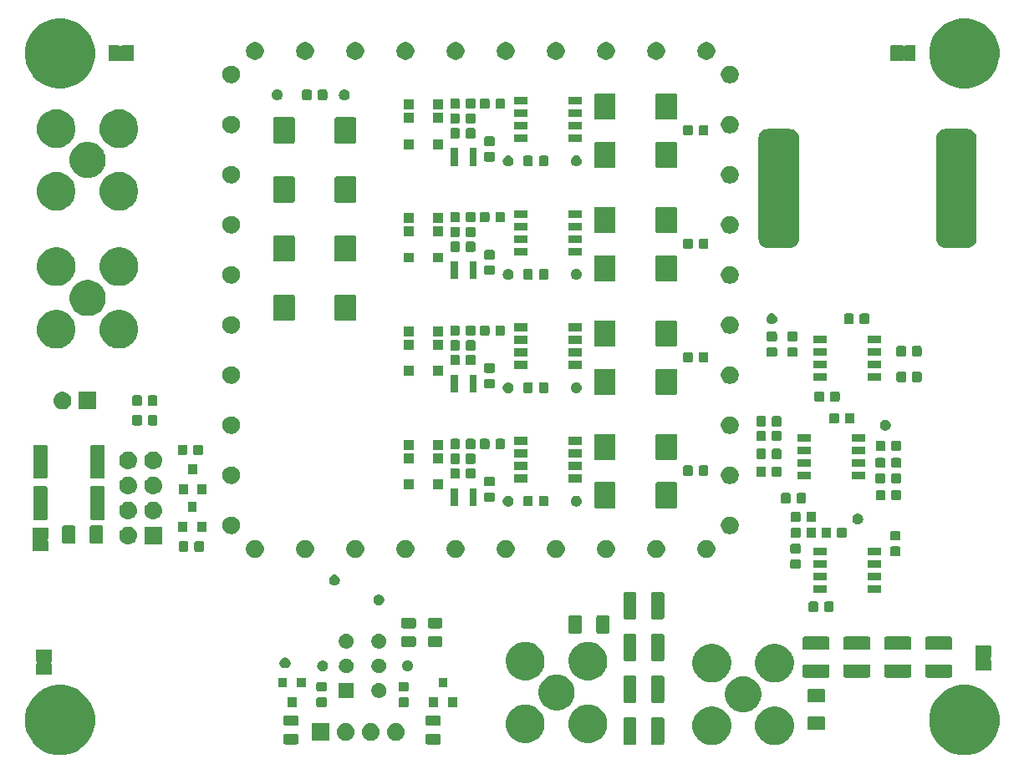
<source format=gbr>
G04 #@! TF.GenerationSoftware,KiCad,Pcbnew,6.0.0-rc1-unknown-589e1f6~66~ubuntu18.04.1*
G04 #@! TF.CreationDate,2018-11-04T22:43:28+01:00*
G04 #@! TF.ProjectId,Ntester,4e746573-7465-4722-9e6b-696361645f70,rev?*
G04 #@! TF.SameCoordinates,Original*
G04 #@! TF.FileFunction,Soldermask,Top*
G04 #@! TF.FilePolarity,Negative*
%FSLAX46Y46*%
G04 Gerber Fmt 4.6, Leading zero omitted, Abs format (unit mm)*
G04 Created by KiCad (PCBNEW 6.0.0-rc1-unknown-589e1f6~66~ubuntu18.04.1) date nie, 4 lis 2018, 22:43:28*
%MOMM*%
%LPD*%
G01*
G04 APERTURE LIST*
%ADD10C,0.100000*%
G04 APERTURE END LIST*
D10*
G36*
X122835786Y-160385462D02*
X122835788Y-160385463D01*
X122835789Y-160385463D01*
X123482029Y-160653144D01*
X123845948Y-160896307D01*
X124063634Y-161041760D01*
X124558240Y-161536366D01*
X124558242Y-161536369D01*
X124946856Y-162117971D01*
X125214537Y-162764211D01*
X125214538Y-162764214D01*
X125351000Y-163450256D01*
X125351000Y-164149744D01*
X125217007Y-164823375D01*
X125214537Y-164835789D01*
X124946856Y-165482029D01*
X124606551Y-165991332D01*
X124558240Y-166063634D01*
X124063634Y-166558240D01*
X124063631Y-166558242D01*
X123482029Y-166946856D01*
X122835789Y-167214537D01*
X122835788Y-167214537D01*
X122835786Y-167214538D01*
X122149744Y-167351000D01*
X121450256Y-167351000D01*
X120764214Y-167214538D01*
X120764212Y-167214537D01*
X120764211Y-167214537D01*
X120117971Y-166946856D01*
X119536369Y-166558242D01*
X119536366Y-166558240D01*
X119041760Y-166063634D01*
X118993449Y-165991332D01*
X118653144Y-165482029D01*
X118385463Y-164835789D01*
X118382994Y-164823375D01*
X118249000Y-164149744D01*
X118249000Y-163450256D01*
X118385462Y-162764214D01*
X118385463Y-162764211D01*
X118653144Y-162117971D01*
X119041758Y-161536369D01*
X119041760Y-161536366D01*
X119536366Y-161041760D01*
X119754052Y-160896307D01*
X120117971Y-160653144D01*
X120764211Y-160385463D01*
X120764212Y-160385463D01*
X120764214Y-160385462D01*
X121450256Y-160249000D01*
X122149744Y-160249000D01*
X122835786Y-160385462D01*
X122835786Y-160385462D01*
G37*
G36*
X31235786Y-160385462D02*
X31235788Y-160385463D01*
X31235789Y-160385463D01*
X31882029Y-160653144D01*
X32245948Y-160896307D01*
X32463634Y-161041760D01*
X32958240Y-161536366D01*
X32958242Y-161536369D01*
X33346856Y-162117971D01*
X33614537Y-162764211D01*
X33614538Y-162764214D01*
X33751000Y-163450256D01*
X33751000Y-164149744D01*
X33617007Y-164823375D01*
X33614537Y-164835789D01*
X33346856Y-165482029D01*
X33006551Y-165991332D01*
X32958240Y-166063634D01*
X32463634Y-166558240D01*
X32463631Y-166558242D01*
X31882029Y-166946856D01*
X31235789Y-167214537D01*
X31235788Y-167214537D01*
X31235786Y-167214538D01*
X30549744Y-167351000D01*
X29850256Y-167351000D01*
X29164214Y-167214538D01*
X29164212Y-167214537D01*
X29164211Y-167214537D01*
X28517971Y-166946856D01*
X27936369Y-166558242D01*
X27936366Y-166558240D01*
X27441760Y-166063634D01*
X27393449Y-165991332D01*
X27053144Y-165482029D01*
X26785463Y-164835789D01*
X26782994Y-164823375D01*
X26649000Y-164149744D01*
X26649000Y-163450256D01*
X26785462Y-162764214D01*
X26785463Y-162764211D01*
X27053144Y-162117971D01*
X27441758Y-161536369D01*
X27441760Y-161536366D01*
X27936366Y-161041760D01*
X28154052Y-160896307D01*
X28517971Y-160653144D01*
X29164211Y-160385463D01*
X29164212Y-160385463D01*
X29164214Y-160385462D01*
X29850256Y-160249000D01*
X30549744Y-160249000D01*
X31235786Y-160385462D01*
X31235786Y-160385462D01*
G37*
G36*
X96610739Y-162457408D02*
X96795544Y-162494168D01*
X96942991Y-162555243D01*
X97151512Y-162641615D01*
X97471880Y-162855678D01*
X97744322Y-163128120D01*
X97958385Y-163448488D01*
X98013866Y-163582432D01*
X98090172Y-163766649D01*
X98105832Y-163804457D01*
X98181000Y-164182349D01*
X98181000Y-164567651D01*
X98105832Y-164945543D01*
X97958385Y-165301512D01*
X97744322Y-165621880D01*
X97471880Y-165894322D01*
X97151512Y-166108385D01*
X96942991Y-166194757D01*
X96795544Y-166255832D01*
X96671942Y-166280418D01*
X96417651Y-166331000D01*
X96032349Y-166331000D01*
X95778058Y-166280418D01*
X95654456Y-166255832D01*
X95507009Y-166194757D01*
X95298488Y-166108385D01*
X94978120Y-165894322D01*
X94705678Y-165621880D01*
X94491615Y-165301512D01*
X94344168Y-164945543D01*
X94269000Y-164567651D01*
X94269000Y-164182349D01*
X94344168Y-163804457D01*
X94359829Y-163766649D01*
X94436134Y-163582432D01*
X94491615Y-163448488D01*
X94705678Y-163128120D01*
X94978120Y-162855678D01*
X95298488Y-162641615D01*
X95507009Y-162555243D01*
X95654456Y-162494168D01*
X95839261Y-162457408D01*
X96032349Y-162419000D01*
X96417651Y-162419000D01*
X96610739Y-162457408D01*
X96610739Y-162457408D01*
G37*
G36*
X102960739Y-162457408D02*
X103145544Y-162494168D01*
X103292991Y-162555243D01*
X103501512Y-162641615D01*
X103821880Y-162855678D01*
X104094322Y-163128120D01*
X104308385Y-163448488D01*
X104363866Y-163582432D01*
X104440172Y-163766649D01*
X104455832Y-163804457D01*
X104531000Y-164182349D01*
X104531000Y-164567651D01*
X104455832Y-164945543D01*
X104308385Y-165301512D01*
X104094322Y-165621880D01*
X103821880Y-165894322D01*
X103501512Y-166108385D01*
X103292991Y-166194757D01*
X103145544Y-166255832D01*
X103021942Y-166280418D01*
X102767651Y-166331000D01*
X102382349Y-166331000D01*
X102128058Y-166280418D01*
X102004456Y-166255832D01*
X101857009Y-166194757D01*
X101648488Y-166108385D01*
X101328120Y-165894322D01*
X101055678Y-165621880D01*
X100841615Y-165301512D01*
X100694168Y-164945543D01*
X100619000Y-164567651D01*
X100619000Y-164182349D01*
X100694168Y-163804457D01*
X100709829Y-163766649D01*
X100786134Y-163582432D01*
X100841615Y-163448488D01*
X101055678Y-163128120D01*
X101328120Y-162855678D01*
X101648488Y-162641615D01*
X101857009Y-162555243D01*
X102004456Y-162494168D01*
X102189261Y-162457408D01*
X102382349Y-162419000D01*
X102767651Y-162419000D01*
X102960739Y-162457408D01*
X102960739Y-162457408D01*
G37*
G36*
X88443605Y-163553348D02*
X88480146Y-163564433D01*
X88513821Y-163582432D01*
X88543342Y-163606660D01*
X88567570Y-163636181D01*
X88585569Y-163669856D01*
X88596654Y-163706397D01*
X88601001Y-163750539D01*
X88601001Y-166099463D01*
X88596654Y-166143605D01*
X88585569Y-166180146D01*
X88567570Y-166213821D01*
X88543342Y-166243342D01*
X88513821Y-166267570D01*
X88480146Y-166285569D01*
X88443605Y-166296654D01*
X88399463Y-166301001D01*
X87450539Y-166301001D01*
X87406397Y-166296654D01*
X87369856Y-166285569D01*
X87336181Y-166267570D01*
X87306660Y-166243342D01*
X87282432Y-166213821D01*
X87264433Y-166180146D01*
X87253348Y-166143605D01*
X87249001Y-166099463D01*
X87249001Y-163750539D01*
X87253348Y-163706397D01*
X87264433Y-163669856D01*
X87282432Y-163636181D01*
X87306660Y-163606660D01*
X87336181Y-163582432D01*
X87369856Y-163564433D01*
X87406397Y-163553348D01*
X87450539Y-163549001D01*
X88399463Y-163549001D01*
X88443605Y-163553348D01*
X88443605Y-163553348D01*
G37*
G36*
X91243605Y-163553348D02*
X91280146Y-163564433D01*
X91313821Y-163582432D01*
X91343342Y-163606660D01*
X91367570Y-163636181D01*
X91385569Y-163669856D01*
X91396654Y-163706397D01*
X91401001Y-163750539D01*
X91401001Y-166099463D01*
X91396654Y-166143605D01*
X91385569Y-166180146D01*
X91367570Y-166213821D01*
X91343342Y-166243342D01*
X91313821Y-166267570D01*
X91280146Y-166285569D01*
X91243605Y-166296654D01*
X91199463Y-166301001D01*
X90250539Y-166301001D01*
X90206397Y-166296654D01*
X90169856Y-166285569D01*
X90136181Y-166267570D01*
X90106660Y-166243342D01*
X90082432Y-166213821D01*
X90064433Y-166180146D01*
X90053348Y-166143605D01*
X90049001Y-166099463D01*
X90049001Y-163750539D01*
X90053348Y-163706397D01*
X90064433Y-163669856D01*
X90082432Y-163636181D01*
X90106660Y-163606660D01*
X90136181Y-163582432D01*
X90169856Y-163564433D01*
X90206397Y-163553348D01*
X90250539Y-163549001D01*
X91199463Y-163549001D01*
X91243605Y-163553348D01*
X91243605Y-163553348D01*
G37*
G36*
X68584466Y-165203565D02*
X68623137Y-165215296D01*
X68658779Y-165234348D01*
X68690017Y-165259983D01*
X68715652Y-165291221D01*
X68734704Y-165326863D01*
X68746435Y-165365534D01*
X68751000Y-165411888D01*
X68751000Y-166063112D01*
X68746435Y-166109466D01*
X68734704Y-166148137D01*
X68715652Y-166183779D01*
X68690017Y-166215017D01*
X68658779Y-166240652D01*
X68623137Y-166259704D01*
X68584466Y-166271435D01*
X68538112Y-166276000D01*
X67461888Y-166276000D01*
X67415534Y-166271435D01*
X67376863Y-166259704D01*
X67341221Y-166240652D01*
X67309983Y-166215017D01*
X67284348Y-166183779D01*
X67265296Y-166148137D01*
X67253565Y-166109466D01*
X67249000Y-166063112D01*
X67249000Y-165411888D01*
X67253565Y-165365534D01*
X67265296Y-165326863D01*
X67284348Y-165291221D01*
X67309983Y-165259983D01*
X67341221Y-165234348D01*
X67376863Y-165215296D01*
X67415534Y-165203565D01*
X67461888Y-165199000D01*
X68538112Y-165199000D01*
X68584466Y-165203565D01*
X68584466Y-165203565D01*
G37*
G36*
X54184466Y-165203565D02*
X54223137Y-165215296D01*
X54258779Y-165234348D01*
X54290017Y-165259983D01*
X54315652Y-165291221D01*
X54334704Y-165326863D01*
X54346435Y-165365534D01*
X54351000Y-165411888D01*
X54351000Y-166063112D01*
X54346435Y-166109466D01*
X54334704Y-166148137D01*
X54315652Y-166183779D01*
X54290017Y-166215017D01*
X54258779Y-166240652D01*
X54223137Y-166259704D01*
X54184466Y-166271435D01*
X54138112Y-166276000D01*
X53061888Y-166276000D01*
X53015534Y-166271435D01*
X52976863Y-166259704D01*
X52941221Y-166240652D01*
X52909983Y-166215017D01*
X52884348Y-166183779D01*
X52865296Y-166148137D01*
X52853565Y-166109466D01*
X52849000Y-166063112D01*
X52849000Y-165411888D01*
X52853565Y-165365534D01*
X52865296Y-165326863D01*
X52884348Y-165291221D01*
X52909983Y-165259983D01*
X52941221Y-165234348D01*
X52976863Y-165215296D01*
X53015534Y-165203565D01*
X53061888Y-165199000D01*
X54138112Y-165199000D01*
X54184466Y-165203565D01*
X54184466Y-165203565D01*
G37*
G36*
X77769579Y-162269112D02*
X77895544Y-162294168D01*
X77981062Y-162329591D01*
X78251512Y-162441615D01*
X78571880Y-162655678D01*
X78844322Y-162928120D01*
X79058385Y-163248488D01*
X79122328Y-163402861D01*
X79189429Y-163564855D01*
X79205832Y-163604457D01*
X79281000Y-163982349D01*
X79281000Y-164367651D01*
X79275274Y-164396435D01*
X79205832Y-164745544D01*
X79186733Y-164791653D01*
X79058385Y-165101512D01*
X78844322Y-165421880D01*
X78571880Y-165694322D01*
X78251512Y-165908385D01*
X78093103Y-165974000D01*
X77895544Y-166055832D01*
X77769579Y-166080888D01*
X77517651Y-166131000D01*
X77132349Y-166131000D01*
X76880421Y-166080888D01*
X76754456Y-166055832D01*
X76556897Y-165974000D01*
X76398488Y-165908385D01*
X76078120Y-165694322D01*
X75805678Y-165421880D01*
X75591615Y-165101512D01*
X75463267Y-164791653D01*
X75444168Y-164745544D01*
X75374726Y-164396435D01*
X75369000Y-164367651D01*
X75369000Y-163982349D01*
X75444168Y-163604457D01*
X75460572Y-163564855D01*
X75527672Y-163402861D01*
X75591615Y-163248488D01*
X75805678Y-162928120D01*
X76078120Y-162655678D01*
X76398488Y-162441615D01*
X76668938Y-162329591D01*
X76754456Y-162294168D01*
X76880421Y-162269112D01*
X77132349Y-162219000D01*
X77517651Y-162219000D01*
X77769579Y-162269112D01*
X77769579Y-162269112D01*
G37*
G36*
X84119579Y-162269112D02*
X84245544Y-162294168D01*
X84331062Y-162329591D01*
X84601512Y-162441615D01*
X84921880Y-162655678D01*
X85194322Y-162928120D01*
X85408385Y-163248488D01*
X85472328Y-163402861D01*
X85539429Y-163564855D01*
X85555832Y-163604457D01*
X85631000Y-163982349D01*
X85631000Y-164367651D01*
X85625274Y-164396435D01*
X85555832Y-164745544D01*
X85536733Y-164791653D01*
X85408385Y-165101512D01*
X85194322Y-165421880D01*
X84921880Y-165694322D01*
X84601512Y-165908385D01*
X84443103Y-165974000D01*
X84245544Y-166055832D01*
X84119579Y-166080888D01*
X83867651Y-166131000D01*
X83482349Y-166131000D01*
X83230421Y-166080888D01*
X83104456Y-166055832D01*
X82906897Y-165974000D01*
X82748488Y-165908385D01*
X82428120Y-165694322D01*
X82155678Y-165421880D01*
X81941615Y-165101512D01*
X81813267Y-164791653D01*
X81794168Y-164745544D01*
X81724726Y-164396435D01*
X81719000Y-164367651D01*
X81719000Y-163982349D01*
X81794168Y-163604457D01*
X81810572Y-163564855D01*
X81877672Y-163402861D01*
X81941615Y-163248488D01*
X82155678Y-162928120D01*
X82428120Y-162655678D01*
X82748488Y-162441615D01*
X83018938Y-162329591D01*
X83104456Y-162294168D01*
X83230421Y-162269112D01*
X83482349Y-162219000D01*
X83867651Y-162219000D01*
X84119579Y-162269112D01*
X84119579Y-162269112D01*
G37*
G36*
X59250442Y-164105518D02*
X59316627Y-164112037D01*
X59429853Y-164146384D01*
X59486467Y-164163557D01*
X59617633Y-164233668D01*
X59642991Y-164247222D01*
X59647594Y-164251000D01*
X59780186Y-164359814D01*
X59863448Y-164461271D01*
X59892778Y-164497009D01*
X59892779Y-164497011D01*
X59976443Y-164653533D01*
X59976443Y-164653534D01*
X60027963Y-164823373D01*
X60045359Y-165000000D01*
X60027963Y-165176627D01*
X60007411Y-165244377D01*
X59976443Y-165346467D01*
X59911348Y-165468250D01*
X59892778Y-165502991D01*
X59875041Y-165524603D01*
X59780186Y-165640186D01*
X59678729Y-165723448D01*
X59642991Y-165752778D01*
X59642989Y-165752779D01*
X59486467Y-165836443D01*
X59429853Y-165853616D01*
X59316627Y-165887963D01*
X59252062Y-165894322D01*
X59184260Y-165901000D01*
X59095740Y-165901000D01*
X59027938Y-165894322D01*
X58963373Y-165887963D01*
X58850147Y-165853616D01*
X58793533Y-165836443D01*
X58637011Y-165752779D01*
X58637009Y-165752778D01*
X58601271Y-165723448D01*
X58499814Y-165640186D01*
X58404959Y-165524603D01*
X58387222Y-165502991D01*
X58368652Y-165468250D01*
X58303557Y-165346467D01*
X58272589Y-165244377D01*
X58252037Y-165176627D01*
X58234641Y-165000000D01*
X58252037Y-164823373D01*
X58303557Y-164653534D01*
X58303557Y-164653533D01*
X58387221Y-164497011D01*
X58387222Y-164497009D01*
X58416552Y-164461271D01*
X58499814Y-164359814D01*
X58632406Y-164251000D01*
X58637009Y-164247222D01*
X58662367Y-164233668D01*
X58793533Y-164163557D01*
X58850147Y-164146384D01*
X58963373Y-164112037D01*
X59029558Y-164105518D01*
X59095740Y-164099000D01*
X59184260Y-164099000D01*
X59250442Y-164105518D01*
X59250442Y-164105518D01*
G37*
G36*
X57501000Y-165901000D02*
X55699000Y-165901000D01*
X55699000Y-164099000D01*
X57501000Y-164099000D01*
X57501000Y-165901000D01*
X57501000Y-165901000D01*
G37*
G36*
X61790442Y-164105518D02*
X61856627Y-164112037D01*
X61969853Y-164146384D01*
X62026467Y-164163557D01*
X62157633Y-164233668D01*
X62182991Y-164247222D01*
X62187594Y-164251000D01*
X62320186Y-164359814D01*
X62403448Y-164461271D01*
X62432778Y-164497009D01*
X62432779Y-164497011D01*
X62516443Y-164653533D01*
X62516443Y-164653534D01*
X62567963Y-164823373D01*
X62585359Y-165000000D01*
X62567963Y-165176627D01*
X62547411Y-165244377D01*
X62516443Y-165346467D01*
X62451348Y-165468250D01*
X62432778Y-165502991D01*
X62415041Y-165524603D01*
X62320186Y-165640186D01*
X62218729Y-165723448D01*
X62182991Y-165752778D01*
X62182989Y-165752779D01*
X62026467Y-165836443D01*
X61969853Y-165853616D01*
X61856627Y-165887963D01*
X61792062Y-165894322D01*
X61724260Y-165901000D01*
X61635740Y-165901000D01*
X61567938Y-165894322D01*
X61503373Y-165887963D01*
X61390147Y-165853616D01*
X61333533Y-165836443D01*
X61177011Y-165752779D01*
X61177009Y-165752778D01*
X61141271Y-165723448D01*
X61039814Y-165640186D01*
X60944959Y-165524603D01*
X60927222Y-165502991D01*
X60908652Y-165468250D01*
X60843557Y-165346467D01*
X60812589Y-165244377D01*
X60792037Y-165176627D01*
X60774641Y-165000000D01*
X60792037Y-164823373D01*
X60843557Y-164653534D01*
X60843557Y-164653533D01*
X60927221Y-164497011D01*
X60927222Y-164497009D01*
X60956552Y-164461271D01*
X61039814Y-164359814D01*
X61172406Y-164251000D01*
X61177009Y-164247222D01*
X61202367Y-164233668D01*
X61333533Y-164163557D01*
X61390147Y-164146384D01*
X61503373Y-164112037D01*
X61569558Y-164105518D01*
X61635740Y-164099000D01*
X61724260Y-164099000D01*
X61790442Y-164105518D01*
X61790442Y-164105518D01*
G37*
G36*
X64330442Y-164105518D02*
X64396627Y-164112037D01*
X64509853Y-164146384D01*
X64566467Y-164163557D01*
X64697633Y-164233668D01*
X64722991Y-164247222D01*
X64727594Y-164251000D01*
X64860186Y-164359814D01*
X64943448Y-164461271D01*
X64972778Y-164497009D01*
X64972779Y-164497011D01*
X65056443Y-164653533D01*
X65056443Y-164653534D01*
X65107963Y-164823373D01*
X65125359Y-165000000D01*
X65107963Y-165176627D01*
X65087411Y-165244377D01*
X65056443Y-165346467D01*
X64991348Y-165468250D01*
X64972778Y-165502991D01*
X64955041Y-165524603D01*
X64860186Y-165640186D01*
X64758729Y-165723448D01*
X64722991Y-165752778D01*
X64722989Y-165752779D01*
X64566467Y-165836443D01*
X64509853Y-165853616D01*
X64396627Y-165887963D01*
X64332062Y-165894322D01*
X64264260Y-165901000D01*
X64175740Y-165901000D01*
X64107938Y-165894322D01*
X64043373Y-165887963D01*
X63930147Y-165853616D01*
X63873533Y-165836443D01*
X63717011Y-165752779D01*
X63717009Y-165752778D01*
X63681271Y-165723448D01*
X63579814Y-165640186D01*
X63484959Y-165524603D01*
X63467222Y-165502991D01*
X63448652Y-165468250D01*
X63383557Y-165346467D01*
X63352589Y-165244377D01*
X63332037Y-165176627D01*
X63314641Y-165000000D01*
X63332037Y-164823373D01*
X63383557Y-164653534D01*
X63383557Y-164653533D01*
X63467221Y-164497011D01*
X63467222Y-164497009D01*
X63496552Y-164461271D01*
X63579814Y-164359814D01*
X63712406Y-164251000D01*
X63717009Y-164247222D01*
X63742367Y-164233668D01*
X63873533Y-164163557D01*
X63930147Y-164146384D01*
X64043373Y-164112037D01*
X64109558Y-164105518D01*
X64175740Y-164099000D01*
X64264260Y-164099000D01*
X64330442Y-164105518D01*
X64330442Y-164105518D01*
G37*
G36*
X107568604Y-163448347D02*
X107605145Y-163459432D01*
X107638820Y-163477431D01*
X107668341Y-163501659D01*
X107692569Y-163531180D01*
X107710568Y-163564855D01*
X107721653Y-163601396D01*
X107726000Y-163645538D01*
X107726000Y-164594462D01*
X107721653Y-164638604D01*
X107710568Y-164675145D01*
X107692569Y-164708820D01*
X107668341Y-164738341D01*
X107638820Y-164762569D01*
X107605145Y-164780568D01*
X107568604Y-164791653D01*
X107524462Y-164796000D01*
X106075538Y-164796000D01*
X106031396Y-164791653D01*
X105994855Y-164780568D01*
X105961180Y-164762569D01*
X105931659Y-164738341D01*
X105907431Y-164708820D01*
X105889432Y-164675145D01*
X105878347Y-164638604D01*
X105874000Y-164594462D01*
X105874000Y-163645538D01*
X105878347Y-163601396D01*
X105889432Y-163564855D01*
X105907431Y-163531180D01*
X105931659Y-163501659D01*
X105961180Y-163477431D01*
X105994855Y-163459432D01*
X106031396Y-163448347D01*
X106075538Y-163444000D01*
X107524462Y-163444000D01*
X107568604Y-163448347D01*
X107568604Y-163448347D01*
G37*
G36*
X68584466Y-163328565D02*
X68623137Y-163340296D01*
X68658779Y-163359348D01*
X68690017Y-163384983D01*
X68715652Y-163416221D01*
X68734704Y-163451863D01*
X68746435Y-163490534D01*
X68751000Y-163536888D01*
X68751000Y-164188112D01*
X68746435Y-164234466D01*
X68734704Y-164273137D01*
X68715652Y-164308779D01*
X68690017Y-164340017D01*
X68658779Y-164365652D01*
X68623137Y-164384704D01*
X68584466Y-164396435D01*
X68538112Y-164401000D01*
X67461888Y-164401000D01*
X67415534Y-164396435D01*
X67376863Y-164384704D01*
X67341221Y-164365652D01*
X67309983Y-164340017D01*
X67284348Y-164308779D01*
X67265296Y-164273137D01*
X67253565Y-164234466D01*
X67249000Y-164188112D01*
X67249000Y-163536888D01*
X67253565Y-163490534D01*
X67265296Y-163451863D01*
X67284348Y-163416221D01*
X67309983Y-163384983D01*
X67341221Y-163359348D01*
X67376863Y-163340296D01*
X67415534Y-163328565D01*
X67461888Y-163324000D01*
X68538112Y-163324000D01*
X68584466Y-163328565D01*
X68584466Y-163328565D01*
G37*
G36*
X54184466Y-163328565D02*
X54223137Y-163340296D01*
X54258779Y-163359348D01*
X54290017Y-163384983D01*
X54315652Y-163416221D01*
X54334704Y-163451863D01*
X54346435Y-163490534D01*
X54351000Y-163536888D01*
X54351000Y-164188112D01*
X54346435Y-164234466D01*
X54334704Y-164273137D01*
X54315652Y-164308779D01*
X54290017Y-164340017D01*
X54258779Y-164365652D01*
X54223137Y-164384704D01*
X54184466Y-164396435D01*
X54138112Y-164401000D01*
X53061888Y-164401000D01*
X53015534Y-164396435D01*
X52976863Y-164384704D01*
X52941221Y-164365652D01*
X52909983Y-164340017D01*
X52884348Y-164308779D01*
X52865296Y-164273137D01*
X52853565Y-164234466D01*
X52849000Y-164188112D01*
X52849000Y-163536888D01*
X52853565Y-163490534D01*
X52865296Y-163451863D01*
X52884348Y-163416221D01*
X52909983Y-163384983D01*
X52941221Y-163359348D01*
X52976863Y-163340296D01*
X53015534Y-163328565D01*
X53061888Y-163324000D01*
X54138112Y-163324000D01*
X54184466Y-163328565D01*
X54184466Y-163328565D01*
G37*
G36*
X99756820Y-159406143D02*
X99933500Y-159441287D01*
X100017118Y-159475923D01*
X100266355Y-159579160D01*
X100565923Y-159779325D01*
X100820675Y-160034077D01*
X101020840Y-160333645D01*
X101090160Y-160501000D01*
X101158713Y-160666500D01*
X101173598Y-160741332D01*
X101229000Y-161019858D01*
X101229000Y-161380142D01*
X101199165Y-161530133D01*
X101158713Y-161733500D01*
X101126076Y-161812293D01*
X101020840Y-162066355D01*
X100820675Y-162365923D01*
X100565923Y-162620675D01*
X100266355Y-162820840D01*
X100182248Y-162855678D01*
X99933500Y-162958713D01*
X99756820Y-162993857D01*
X99580142Y-163029000D01*
X99219858Y-163029000D01*
X99043180Y-162993857D01*
X98866500Y-162958713D01*
X98617752Y-162855678D01*
X98533645Y-162820840D01*
X98234077Y-162620675D01*
X97979325Y-162365923D01*
X97779160Y-162066355D01*
X97673924Y-161812293D01*
X97641287Y-161733500D01*
X97600835Y-161530133D01*
X97571000Y-161380142D01*
X97571000Y-161019858D01*
X97626402Y-160741332D01*
X97641287Y-160666500D01*
X97709840Y-160501000D01*
X97779160Y-160333645D01*
X97979325Y-160034077D01*
X98234077Y-159779325D01*
X98533645Y-159579160D01*
X98782882Y-159475923D01*
X98866500Y-159441287D01*
X99043180Y-159406143D01*
X99219858Y-159371000D01*
X99580142Y-159371000D01*
X99756820Y-159406143D01*
X99756820Y-159406143D01*
G37*
G36*
X80856820Y-159206143D02*
X81033500Y-159241287D01*
X81122982Y-159278352D01*
X81366355Y-159379160D01*
X81665923Y-159579325D01*
X81920675Y-159834077D01*
X82120840Y-160133645D01*
X82168621Y-160249000D01*
X82249504Y-160444267D01*
X82258713Y-160466501D01*
X82329000Y-160819858D01*
X82329000Y-161180142D01*
X82293856Y-161356821D01*
X82258713Y-161533500D01*
X82227577Y-161608668D01*
X82120840Y-161866355D01*
X81920675Y-162165923D01*
X81665923Y-162420675D01*
X81366355Y-162620840D01*
X81282248Y-162655678D01*
X81033500Y-162758713D01*
X81005844Y-162764214D01*
X80680142Y-162829000D01*
X80319858Y-162829000D01*
X79994156Y-162764214D01*
X79966500Y-162758713D01*
X79717752Y-162655678D01*
X79633645Y-162620840D01*
X79334077Y-162420675D01*
X79079325Y-162165923D01*
X78879160Y-161866355D01*
X78772423Y-161608668D01*
X78741287Y-161533500D01*
X78706144Y-161356821D01*
X78671000Y-161180142D01*
X78671000Y-160819858D01*
X78741287Y-160466501D01*
X78750497Y-160444267D01*
X78831379Y-160249000D01*
X78879160Y-160133645D01*
X79079325Y-159834077D01*
X79334077Y-159579325D01*
X79633645Y-159379160D01*
X79877018Y-159278352D01*
X79966500Y-159241287D01*
X80143180Y-159206143D01*
X80319858Y-159171000D01*
X80680142Y-159171000D01*
X80856820Y-159206143D01*
X80856820Y-159206143D01*
G37*
G36*
X68501000Y-162501000D02*
X67599000Y-162501000D01*
X67599000Y-161499000D01*
X68501000Y-161499000D01*
X68501000Y-162501000D01*
X68501000Y-162501000D01*
G37*
G36*
X54151000Y-162501000D02*
X53249000Y-162501000D01*
X53249000Y-161499000D01*
X54151000Y-161499000D01*
X54151000Y-162501000D01*
X54151000Y-162501000D01*
G37*
G36*
X70401000Y-162501000D02*
X69499000Y-162501000D01*
X69499000Y-161499000D01*
X70401000Y-161499000D01*
X70401000Y-162501000D01*
X70401000Y-162501000D01*
G37*
G36*
X57079591Y-161503085D02*
X57113569Y-161513393D01*
X57144887Y-161530133D01*
X57172339Y-161552661D01*
X57194867Y-161580113D01*
X57211607Y-161611431D01*
X57221915Y-161645409D01*
X57226000Y-161686890D01*
X57226000Y-162288110D01*
X57221915Y-162329591D01*
X57211607Y-162363569D01*
X57194867Y-162394887D01*
X57172339Y-162422339D01*
X57144887Y-162444867D01*
X57113569Y-162461607D01*
X57079591Y-162471915D01*
X57038110Y-162476000D01*
X56361890Y-162476000D01*
X56320409Y-162471915D01*
X56286431Y-162461607D01*
X56255113Y-162444867D01*
X56227661Y-162422339D01*
X56205133Y-162394887D01*
X56188393Y-162363569D01*
X56178085Y-162329591D01*
X56174000Y-162288110D01*
X56174000Y-161686890D01*
X56178085Y-161645409D01*
X56188393Y-161611431D01*
X56205133Y-161580113D01*
X56227661Y-161552661D01*
X56255113Y-161530133D01*
X56286431Y-161513393D01*
X56320409Y-161503085D01*
X56361890Y-161499000D01*
X57038110Y-161499000D01*
X57079591Y-161503085D01*
X57079591Y-161503085D01*
G37*
G36*
X65379591Y-161503085D02*
X65413569Y-161513393D01*
X65444887Y-161530133D01*
X65472339Y-161552661D01*
X65494867Y-161580113D01*
X65511607Y-161611431D01*
X65521915Y-161645409D01*
X65526000Y-161686890D01*
X65526000Y-162288110D01*
X65521915Y-162329591D01*
X65511607Y-162363569D01*
X65494867Y-162394887D01*
X65472339Y-162422339D01*
X65444887Y-162444867D01*
X65413569Y-162461607D01*
X65379591Y-162471915D01*
X65338110Y-162476000D01*
X64661890Y-162476000D01*
X64620409Y-162471915D01*
X64586431Y-162461607D01*
X64555113Y-162444867D01*
X64527661Y-162422339D01*
X64505133Y-162394887D01*
X64488393Y-162363569D01*
X64478085Y-162329591D01*
X64474000Y-162288110D01*
X64474000Y-161686890D01*
X64478085Y-161645409D01*
X64488393Y-161611431D01*
X64505133Y-161580113D01*
X64527661Y-161552661D01*
X64555113Y-161530133D01*
X64586431Y-161513393D01*
X64620409Y-161503085D01*
X64661890Y-161499000D01*
X65338110Y-161499000D01*
X65379591Y-161503085D01*
X65379591Y-161503085D01*
G37*
G36*
X88443605Y-159313348D02*
X88480146Y-159324433D01*
X88513821Y-159342432D01*
X88543342Y-159366660D01*
X88567570Y-159396181D01*
X88585569Y-159429856D01*
X88596654Y-159466397D01*
X88601001Y-159510539D01*
X88601001Y-161859463D01*
X88596654Y-161903605D01*
X88585569Y-161940146D01*
X88567570Y-161973821D01*
X88543342Y-162003342D01*
X88513821Y-162027570D01*
X88480146Y-162045569D01*
X88443605Y-162056654D01*
X88399463Y-162061001D01*
X87450539Y-162061001D01*
X87406397Y-162056654D01*
X87369856Y-162045569D01*
X87336181Y-162027570D01*
X87306660Y-162003342D01*
X87282432Y-161973821D01*
X87264433Y-161940146D01*
X87253348Y-161903605D01*
X87249001Y-161859463D01*
X87249001Y-159510539D01*
X87253348Y-159466397D01*
X87264433Y-159429856D01*
X87282432Y-159396181D01*
X87306660Y-159366660D01*
X87336181Y-159342432D01*
X87369856Y-159324433D01*
X87406397Y-159313348D01*
X87450539Y-159309001D01*
X88399463Y-159309001D01*
X88443605Y-159313348D01*
X88443605Y-159313348D01*
G37*
G36*
X91243605Y-159313348D02*
X91280146Y-159324433D01*
X91313821Y-159342432D01*
X91343342Y-159366660D01*
X91367570Y-159396181D01*
X91385569Y-159429856D01*
X91396654Y-159466397D01*
X91401001Y-159510539D01*
X91401001Y-161859463D01*
X91396654Y-161903605D01*
X91385569Y-161940146D01*
X91367570Y-161973821D01*
X91343342Y-162003342D01*
X91313821Y-162027570D01*
X91280146Y-162045569D01*
X91243605Y-162056654D01*
X91199463Y-162061001D01*
X90250539Y-162061001D01*
X90206397Y-162056654D01*
X90169856Y-162045569D01*
X90136181Y-162027570D01*
X90106660Y-162003342D01*
X90082432Y-161973821D01*
X90064433Y-161940146D01*
X90053348Y-161903605D01*
X90049001Y-161859463D01*
X90049001Y-159510539D01*
X90053348Y-159466397D01*
X90064433Y-159429856D01*
X90082432Y-159396181D01*
X90106660Y-159366660D01*
X90136181Y-159342432D01*
X90169856Y-159324433D01*
X90206397Y-159313348D01*
X90250539Y-159309001D01*
X91199463Y-159309001D01*
X91243605Y-159313348D01*
X91243605Y-159313348D01*
G37*
G36*
X107568604Y-160648347D02*
X107605145Y-160659432D01*
X107638820Y-160677431D01*
X107668341Y-160701659D01*
X107692569Y-160731180D01*
X107710568Y-160764855D01*
X107721653Y-160801396D01*
X107726000Y-160845538D01*
X107726000Y-161794462D01*
X107721653Y-161838604D01*
X107710568Y-161875145D01*
X107692569Y-161908820D01*
X107668341Y-161938341D01*
X107638820Y-161962569D01*
X107605145Y-161980568D01*
X107568604Y-161991653D01*
X107524462Y-161996000D01*
X106075538Y-161996000D01*
X106031396Y-161991653D01*
X105994855Y-161980568D01*
X105961180Y-161962569D01*
X105931659Y-161938341D01*
X105907431Y-161908820D01*
X105889432Y-161875145D01*
X105878347Y-161838604D01*
X105874000Y-161794462D01*
X105874000Y-160845538D01*
X105878347Y-160801396D01*
X105889432Y-160764855D01*
X105907431Y-160731180D01*
X105931659Y-160701659D01*
X105961180Y-160677431D01*
X105994855Y-160659432D01*
X106031396Y-160648347D01*
X106075538Y-160644000D01*
X107524462Y-160644000D01*
X107568604Y-160648347D01*
X107568604Y-160648347D01*
G37*
G36*
X59951000Y-161551000D02*
X58449000Y-161551000D01*
X58449000Y-160049000D01*
X59951000Y-160049000D01*
X59951000Y-161551000D01*
X59951000Y-161551000D01*
G37*
G36*
X62632004Y-160060544D02*
X62719059Y-160077860D01*
X62855732Y-160134472D01*
X62855733Y-160134473D01*
X62978738Y-160216662D01*
X63083338Y-160321262D01*
X63083340Y-160321265D01*
X63165528Y-160444268D01*
X63222140Y-160580941D01*
X63238777Y-160664583D01*
X63251000Y-160726031D01*
X63251000Y-160873969D01*
X63245623Y-160901000D01*
X63222140Y-161019059D01*
X63165528Y-161155732D01*
X63122973Y-161219420D01*
X63083338Y-161278738D01*
X62978738Y-161383338D01*
X62978735Y-161383340D01*
X62855732Y-161465528D01*
X62719059Y-161522140D01*
X62632004Y-161539456D01*
X62573969Y-161551000D01*
X62426031Y-161551000D01*
X62367996Y-161539456D01*
X62280941Y-161522140D01*
X62144268Y-161465528D01*
X62021265Y-161383340D01*
X62021262Y-161383338D01*
X61916662Y-161278738D01*
X61877027Y-161219420D01*
X61834472Y-161155732D01*
X61777860Y-161019059D01*
X61754377Y-160901000D01*
X61749000Y-160873969D01*
X61749000Y-160726031D01*
X61761223Y-160664583D01*
X61777860Y-160580941D01*
X61834472Y-160444268D01*
X61916660Y-160321265D01*
X61916662Y-160321262D01*
X62021262Y-160216662D01*
X62144267Y-160134473D01*
X62144268Y-160134472D01*
X62280941Y-160077860D01*
X62367996Y-160060544D01*
X62426031Y-160049000D01*
X62573969Y-160049000D01*
X62632004Y-160060544D01*
X62632004Y-160060544D01*
G37*
G36*
X57079591Y-159928085D02*
X57113569Y-159938393D01*
X57144887Y-159955133D01*
X57172339Y-159977661D01*
X57194867Y-160005113D01*
X57211607Y-160036431D01*
X57221915Y-160070409D01*
X57226000Y-160111890D01*
X57226000Y-160713110D01*
X57221915Y-160754591D01*
X57211607Y-160788569D01*
X57194867Y-160819887D01*
X57172339Y-160847339D01*
X57144887Y-160869867D01*
X57113569Y-160886607D01*
X57079591Y-160896915D01*
X57038110Y-160901000D01*
X56361890Y-160901000D01*
X56320409Y-160896915D01*
X56286431Y-160886607D01*
X56255113Y-160869867D01*
X56227661Y-160847339D01*
X56205133Y-160819887D01*
X56188393Y-160788569D01*
X56178085Y-160754591D01*
X56174000Y-160713110D01*
X56174000Y-160111890D01*
X56178085Y-160070409D01*
X56188393Y-160036431D01*
X56205133Y-160005113D01*
X56227661Y-159977661D01*
X56255113Y-159955133D01*
X56286431Y-159938393D01*
X56320409Y-159928085D01*
X56361890Y-159924000D01*
X57038110Y-159924000D01*
X57079591Y-159928085D01*
X57079591Y-159928085D01*
G37*
G36*
X65379591Y-159928085D02*
X65413569Y-159938393D01*
X65444887Y-159955133D01*
X65472339Y-159977661D01*
X65494867Y-160005113D01*
X65511607Y-160036431D01*
X65521915Y-160070409D01*
X65526000Y-160111890D01*
X65526000Y-160713110D01*
X65521915Y-160754591D01*
X65511607Y-160788569D01*
X65494867Y-160819887D01*
X65472339Y-160847339D01*
X65444887Y-160869867D01*
X65413569Y-160886607D01*
X65379591Y-160896915D01*
X65338110Y-160901000D01*
X64661890Y-160901000D01*
X64620409Y-160896915D01*
X64586431Y-160886607D01*
X64555113Y-160869867D01*
X64527661Y-160847339D01*
X64505133Y-160819887D01*
X64488393Y-160788569D01*
X64478085Y-160754591D01*
X64474000Y-160713110D01*
X64474000Y-160111890D01*
X64478085Y-160070409D01*
X64488393Y-160036431D01*
X64505133Y-160005113D01*
X64527661Y-159977661D01*
X64555113Y-159955133D01*
X64586431Y-159938393D01*
X64620409Y-159928085D01*
X64661890Y-159924000D01*
X65338110Y-159924000D01*
X65379591Y-159928085D01*
X65379591Y-159928085D01*
G37*
G36*
X69451000Y-160501000D02*
X68549000Y-160501000D01*
X68549000Y-159499000D01*
X69451000Y-159499000D01*
X69451000Y-160501000D01*
X69451000Y-160501000D01*
G37*
G36*
X55101000Y-160501000D02*
X54199000Y-160501000D01*
X54199000Y-159499000D01*
X55101000Y-159499000D01*
X55101000Y-160501000D01*
X55101000Y-160501000D01*
G37*
G36*
X53201000Y-160501000D02*
X52299000Y-160501000D01*
X52299000Y-159499000D01*
X53201000Y-159499000D01*
X53201000Y-160501000D01*
X53201000Y-160501000D01*
G37*
G36*
X96669579Y-156119112D02*
X96795544Y-156144168D01*
X96942991Y-156205243D01*
X97151512Y-156291615D01*
X97471880Y-156505678D01*
X97744322Y-156778120D01*
X97958385Y-157098488D01*
X97989964Y-157174727D01*
X98105832Y-157454456D01*
X98120251Y-157526947D01*
X98181000Y-157832349D01*
X98181000Y-158217651D01*
X98141864Y-158414400D01*
X98105832Y-158595544D01*
X98052209Y-158725000D01*
X97958385Y-158951512D01*
X97744322Y-159271880D01*
X97471880Y-159544322D01*
X97151512Y-159758385D01*
X96968775Y-159834077D01*
X96795544Y-159905832D01*
X96704207Y-159924000D01*
X96417651Y-159981000D01*
X96032349Y-159981000D01*
X95745793Y-159924000D01*
X95654456Y-159905832D01*
X95481225Y-159834077D01*
X95298488Y-159758385D01*
X94978120Y-159544322D01*
X94705678Y-159271880D01*
X94491615Y-158951512D01*
X94397791Y-158725000D01*
X94344168Y-158595544D01*
X94308136Y-158414400D01*
X94269000Y-158217651D01*
X94269000Y-157832349D01*
X94329749Y-157526947D01*
X94344168Y-157454456D01*
X94460036Y-157174727D01*
X94491615Y-157098488D01*
X94705678Y-156778120D01*
X94978120Y-156505678D01*
X95298488Y-156291615D01*
X95507009Y-156205243D01*
X95654456Y-156144168D01*
X95780421Y-156119112D01*
X96032349Y-156069000D01*
X96417651Y-156069000D01*
X96669579Y-156119112D01*
X96669579Y-156119112D01*
G37*
G36*
X103019579Y-156119112D02*
X103145544Y-156144168D01*
X103292991Y-156205243D01*
X103501512Y-156291615D01*
X103821880Y-156505678D01*
X104094322Y-156778120D01*
X104308385Y-157098488D01*
X104339964Y-157174727D01*
X104455832Y-157454456D01*
X104470251Y-157526947D01*
X104531000Y-157832349D01*
X104531000Y-158217651D01*
X104491864Y-158414400D01*
X104455832Y-158595544D01*
X104402209Y-158725000D01*
X104308385Y-158951512D01*
X104094322Y-159271880D01*
X103821880Y-159544322D01*
X103501512Y-159758385D01*
X103318775Y-159834077D01*
X103145544Y-159905832D01*
X103054207Y-159924000D01*
X102767651Y-159981000D01*
X102382349Y-159981000D01*
X102095793Y-159924000D01*
X102004456Y-159905832D01*
X101831225Y-159834077D01*
X101648488Y-159758385D01*
X101328120Y-159544322D01*
X101055678Y-159271880D01*
X100841615Y-158951512D01*
X100747791Y-158725000D01*
X100694168Y-158595544D01*
X100658136Y-158414400D01*
X100619000Y-158217651D01*
X100619000Y-157832349D01*
X100679749Y-157526947D01*
X100694168Y-157454456D01*
X100810036Y-157174727D01*
X100841615Y-157098488D01*
X101055678Y-156778120D01*
X101328120Y-156505678D01*
X101648488Y-156291615D01*
X101857009Y-156205243D01*
X102004456Y-156144168D01*
X102130421Y-156119112D01*
X102382349Y-156069000D01*
X102767651Y-156069000D01*
X103019579Y-156119112D01*
X103019579Y-156119112D01*
G37*
G36*
X84119579Y-155919112D02*
X84245544Y-155944168D01*
X84392991Y-156005243D01*
X84601512Y-156091615D01*
X84921880Y-156305678D01*
X85194322Y-156578120D01*
X85408385Y-156898488D01*
X85444878Y-156986591D01*
X85525969Y-157182360D01*
X85555832Y-157254457D01*
X85631000Y-157632349D01*
X85631000Y-158017651D01*
X85596803Y-158189571D01*
X85555832Y-158395544D01*
X85517415Y-158488290D01*
X85408385Y-158751512D01*
X85194322Y-159071880D01*
X84921880Y-159344322D01*
X84601512Y-159558385D01*
X84392991Y-159644757D01*
X84245544Y-159705832D01*
X84119579Y-159730888D01*
X83867651Y-159781000D01*
X83482349Y-159781000D01*
X83230421Y-159730888D01*
X83104456Y-159705832D01*
X82957009Y-159644757D01*
X82748488Y-159558385D01*
X82428120Y-159344322D01*
X82155678Y-159071880D01*
X81941615Y-158751512D01*
X81832585Y-158488290D01*
X81794168Y-158395544D01*
X81753197Y-158189571D01*
X81719000Y-158017651D01*
X81719000Y-157632349D01*
X81794168Y-157254457D01*
X81824032Y-157182360D01*
X81905122Y-156986591D01*
X81941615Y-156898488D01*
X82155678Y-156578120D01*
X82428120Y-156305678D01*
X82748488Y-156091615D01*
X82957009Y-156005243D01*
X83104456Y-155944168D01*
X83230421Y-155919112D01*
X83482349Y-155869000D01*
X83867651Y-155869000D01*
X84119579Y-155919112D01*
X84119579Y-155919112D01*
G37*
G36*
X77769579Y-155919112D02*
X77895544Y-155944168D01*
X78042991Y-156005243D01*
X78251512Y-156091615D01*
X78571880Y-156305678D01*
X78844322Y-156578120D01*
X79058385Y-156898488D01*
X79094878Y-156986591D01*
X79175969Y-157182360D01*
X79205832Y-157254457D01*
X79281000Y-157632349D01*
X79281000Y-158017651D01*
X79246803Y-158189571D01*
X79205832Y-158395544D01*
X79167415Y-158488290D01*
X79058385Y-158751512D01*
X78844322Y-159071880D01*
X78571880Y-159344322D01*
X78251512Y-159558385D01*
X78042991Y-159644757D01*
X77895544Y-159705832D01*
X77769579Y-159730888D01*
X77517651Y-159781000D01*
X77132349Y-159781000D01*
X76880421Y-159730888D01*
X76754456Y-159705832D01*
X76607009Y-159644757D01*
X76398488Y-159558385D01*
X76078120Y-159344322D01*
X75805678Y-159071880D01*
X75591615Y-158751512D01*
X75482585Y-158488290D01*
X75444168Y-158395544D01*
X75403197Y-158189571D01*
X75369000Y-158017651D01*
X75369000Y-157632349D01*
X75444168Y-157254457D01*
X75474032Y-157182360D01*
X75555122Y-156986591D01*
X75591615Y-156898488D01*
X75805678Y-156578120D01*
X76078120Y-156305678D01*
X76398488Y-156091615D01*
X76607009Y-156005243D01*
X76754456Y-155944168D01*
X76880421Y-155919112D01*
X77132349Y-155869000D01*
X77517651Y-155869000D01*
X77769579Y-155919112D01*
X77769579Y-155919112D01*
G37*
G36*
X112135270Y-158148347D02*
X112171811Y-158159432D01*
X112205486Y-158177431D01*
X112235007Y-158201659D01*
X112259235Y-158231180D01*
X112277234Y-158264855D01*
X112288319Y-158301396D01*
X112292666Y-158345538D01*
X112292666Y-159294462D01*
X112288319Y-159338604D01*
X112277234Y-159375145D01*
X112259235Y-159408820D01*
X112235007Y-159438341D01*
X112205486Y-159462569D01*
X112171811Y-159480568D01*
X112135270Y-159491653D01*
X112091128Y-159496000D01*
X109742204Y-159496000D01*
X109698062Y-159491653D01*
X109661521Y-159480568D01*
X109627846Y-159462569D01*
X109598325Y-159438341D01*
X109574097Y-159408820D01*
X109556098Y-159375145D01*
X109545013Y-159338604D01*
X109540666Y-159294462D01*
X109540666Y-158345538D01*
X109545013Y-158301396D01*
X109556098Y-158264855D01*
X109574097Y-158231180D01*
X109598325Y-158201659D01*
X109627846Y-158177431D01*
X109661521Y-158159432D01*
X109698062Y-158148347D01*
X109742204Y-158144000D01*
X112091128Y-158144000D01*
X112135270Y-158148347D01*
X112135270Y-158148347D01*
G37*
G36*
X107993603Y-158148347D02*
X108030144Y-158159432D01*
X108063819Y-158177431D01*
X108093340Y-158201659D01*
X108117568Y-158231180D01*
X108135567Y-158264855D01*
X108146652Y-158301396D01*
X108150999Y-158345538D01*
X108150999Y-159294462D01*
X108146652Y-159338604D01*
X108135567Y-159375145D01*
X108117568Y-159408820D01*
X108093340Y-159438341D01*
X108063819Y-159462569D01*
X108030144Y-159480568D01*
X107993603Y-159491653D01*
X107949461Y-159496000D01*
X105600537Y-159496000D01*
X105556395Y-159491653D01*
X105519854Y-159480568D01*
X105486179Y-159462569D01*
X105456658Y-159438341D01*
X105432430Y-159408820D01*
X105414431Y-159375145D01*
X105403346Y-159338604D01*
X105398999Y-159294462D01*
X105398999Y-158345538D01*
X105403346Y-158301396D01*
X105414431Y-158264855D01*
X105432430Y-158231180D01*
X105456658Y-158201659D01*
X105486179Y-158177431D01*
X105519854Y-158159432D01*
X105556395Y-158148347D01*
X105600537Y-158144000D01*
X107949461Y-158144000D01*
X107993603Y-158148347D01*
X107993603Y-158148347D01*
G37*
G36*
X120418604Y-158148347D02*
X120455145Y-158159432D01*
X120488820Y-158177431D01*
X120518341Y-158201659D01*
X120542569Y-158231180D01*
X120560568Y-158264855D01*
X120571653Y-158301396D01*
X120576000Y-158345538D01*
X120576000Y-159294462D01*
X120571653Y-159338604D01*
X120560568Y-159375145D01*
X120542569Y-159408820D01*
X120518341Y-159438341D01*
X120488820Y-159462569D01*
X120455145Y-159480568D01*
X120418604Y-159491653D01*
X120374462Y-159496000D01*
X118025538Y-159496000D01*
X117981396Y-159491653D01*
X117944855Y-159480568D01*
X117911180Y-159462569D01*
X117881659Y-159438341D01*
X117857431Y-159408820D01*
X117839432Y-159375145D01*
X117828347Y-159338604D01*
X117824000Y-159294462D01*
X117824000Y-158345538D01*
X117828347Y-158301396D01*
X117839432Y-158264855D01*
X117857431Y-158231180D01*
X117881659Y-158201659D01*
X117911180Y-158177431D01*
X117944855Y-158159432D01*
X117981396Y-158148347D01*
X118025538Y-158144000D01*
X120374462Y-158144000D01*
X120418604Y-158148347D01*
X120418604Y-158148347D01*
G37*
G36*
X116276937Y-158148347D02*
X116313478Y-158159432D01*
X116347153Y-158177431D01*
X116376674Y-158201659D01*
X116400902Y-158231180D01*
X116418901Y-158264855D01*
X116429986Y-158301396D01*
X116434333Y-158345538D01*
X116434333Y-159294462D01*
X116429986Y-159338604D01*
X116418901Y-159375145D01*
X116400902Y-159408820D01*
X116376674Y-159438341D01*
X116347153Y-159462569D01*
X116313478Y-159480568D01*
X116276937Y-159491653D01*
X116232795Y-159496000D01*
X113883871Y-159496000D01*
X113839729Y-159491653D01*
X113803188Y-159480568D01*
X113769513Y-159462569D01*
X113739992Y-159438341D01*
X113715764Y-159408820D01*
X113697765Y-159375145D01*
X113686680Y-159338604D01*
X113682333Y-159294462D01*
X113682333Y-158345538D01*
X113686680Y-158301396D01*
X113697765Y-158264855D01*
X113715764Y-158231180D01*
X113739992Y-158201659D01*
X113769513Y-158177431D01*
X113803188Y-158159432D01*
X113839729Y-158148347D01*
X113883871Y-158144000D01*
X116232795Y-158144000D01*
X116276937Y-158148347D01*
X116276937Y-158148347D01*
G37*
G36*
X29359999Y-156624737D02*
X29369611Y-156627653D01*
X29378469Y-156632388D01*
X29386237Y-156638763D01*
X29392612Y-156646531D01*
X29397347Y-156655389D01*
X29400263Y-156665001D01*
X29401852Y-156681140D01*
X29401852Y-157818860D01*
X29400263Y-157834999D01*
X29397347Y-157844611D01*
X29392612Y-157853469D01*
X29386237Y-157861237D01*
X29373264Y-157871884D01*
X29364041Y-157878046D01*
X29346713Y-157895373D01*
X29333099Y-157915747D01*
X29323721Y-157938386D01*
X29318939Y-157962419D01*
X29318939Y-157986923D01*
X29323718Y-158010957D01*
X29333095Y-158033596D01*
X29346708Y-158053971D01*
X29364035Y-158071299D01*
X29373327Y-158078183D01*
X29386195Y-158088721D01*
X29386199Y-158088725D01*
X29392581Y-158096484D01*
X29397326Y-158105339D01*
X29400252Y-158114950D01*
X29401247Y-158125000D01*
X29401247Y-158125066D01*
X29401852Y-158131175D01*
X29401852Y-159118860D01*
X29400263Y-159134999D01*
X29397347Y-159144611D01*
X29392612Y-159153469D01*
X29386237Y-159161237D01*
X29378469Y-159167612D01*
X29369611Y-159172347D01*
X29359999Y-159175263D01*
X29343860Y-159176852D01*
X27856140Y-159176852D01*
X27840001Y-159175263D01*
X27830389Y-159172347D01*
X27821531Y-159167612D01*
X27813763Y-159161237D01*
X27807388Y-159153469D01*
X27802653Y-159144611D01*
X27799737Y-159134999D01*
X27798148Y-159118860D01*
X27798148Y-158131140D01*
X27799737Y-158115001D01*
X27802653Y-158105389D01*
X27807388Y-158096531D01*
X27813744Y-158088786D01*
X27813763Y-158088763D01*
X27821573Y-158082360D01*
X27821622Y-158082327D01*
X27831150Y-158074516D01*
X27831125Y-158074486D01*
X27844974Y-158063143D01*
X27860538Y-158044217D01*
X27872111Y-158022618D01*
X27879248Y-157999176D01*
X27881674Y-157974792D01*
X27879296Y-157950403D01*
X27872207Y-157926947D01*
X27860677Y-157905324D01*
X27845150Y-157886367D01*
X27830766Y-157875676D01*
X27830993Y-157875400D01*
X27821489Y-157867584D01*
X27821484Y-157867581D01*
X27813725Y-157861199D01*
X27813721Y-157861195D01*
X27807360Y-157853428D01*
X27802632Y-157844560D01*
X27799718Y-157834918D01*
X27798148Y-157818888D01*
X27798148Y-156681140D01*
X27799737Y-156665001D01*
X27802653Y-156655389D01*
X27807388Y-156646531D01*
X27813763Y-156638763D01*
X27821531Y-156632388D01*
X27830389Y-156627653D01*
X27840001Y-156624737D01*
X27856140Y-156623148D01*
X29343860Y-156623148D01*
X29359999Y-156624737D01*
X29359999Y-156624737D01*
G37*
G36*
X62632004Y-157560544D02*
X62719059Y-157577860D01*
X62855732Y-157634472D01*
X62948539Y-157696484D01*
X62978738Y-157716662D01*
X63083338Y-157821262D01*
X63083340Y-157821265D01*
X63165528Y-157944268D01*
X63222140Y-158080941D01*
X63238009Y-158160721D01*
X63251000Y-158226031D01*
X63251000Y-158373969D01*
X63246708Y-158395544D01*
X63222140Y-158519059D01*
X63165528Y-158655732D01*
X63117248Y-158727988D01*
X63083338Y-158778738D01*
X62978738Y-158883338D01*
X62978735Y-158883340D01*
X62855732Y-158965528D01*
X62719059Y-159022140D01*
X62632004Y-159039456D01*
X62573969Y-159051000D01*
X62426031Y-159051000D01*
X62367996Y-159039456D01*
X62280941Y-159022140D01*
X62144268Y-158965528D01*
X62021265Y-158883340D01*
X62021262Y-158883338D01*
X61916662Y-158778738D01*
X61882752Y-158727988D01*
X61834472Y-158655732D01*
X61777860Y-158519059D01*
X61753292Y-158395544D01*
X61749000Y-158373969D01*
X61749000Y-158226031D01*
X61761991Y-158160721D01*
X61777860Y-158080941D01*
X61834472Y-157944268D01*
X61916660Y-157821265D01*
X61916662Y-157821262D01*
X62021262Y-157716662D01*
X62051461Y-157696484D01*
X62144268Y-157634472D01*
X62280941Y-157577860D01*
X62367996Y-157560544D01*
X62426031Y-157549000D01*
X62573969Y-157549000D01*
X62632004Y-157560544D01*
X62632004Y-157560544D01*
G37*
G36*
X59332004Y-157560544D02*
X59419059Y-157577860D01*
X59555732Y-157634472D01*
X59648539Y-157696484D01*
X59678738Y-157716662D01*
X59783338Y-157821262D01*
X59783340Y-157821265D01*
X59865528Y-157944268D01*
X59922140Y-158080941D01*
X59938009Y-158160721D01*
X59951000Y-158226031D01*
X59951000Y-158373969D01*
X59946708Y-158395544D01*
X59922140Y-158519059D01*
X59865528Y-158655732D01*
X59817248Y-158727988D01*
X59783338Y-158778738D01*
X59678738Y-158883338D01*
X59678735Y-158883340D01*
X59555732Y-158965528D01*
X59419059Y-159022140D01*
X59332004Y-159039456D01*
X59273969Y-159051000D01*
X59126031Y-159051000D01*
X59067996Y-159039456D01*
X58980941Y-159022140D01*
X58844268Y-158965528D01*
X58721265Y-158883340D01*
X58721262Y-158883338D01*
X58616662Y-158778738D01*
X58582752Y-158727988D01*
X58534472Y-158655732D01*
X58477860Y-158519059D01*
X58453292Y-158395544D01*
X58449000Y-158373969D01*
X58449000Y-158226031D01*
X58461991Y-158160721D01*
X58477860Y-158080941D01*
X58534472Y-157944268D01*
X58616660Y-157821265D01*
X58616662Y-157821262D01*
X58721262Y-157716662D01*
X58751461Y-157696484D01*
X58844268Y-157634472D01*
X58980941Y-157577860D01*
X59067996Y-157560544D01*
X59126031Y-157549000D01*
X59273969Y-157549000D01*
X59332004Y-157560544D01*
X59332004Y-157560544D01*
G37*
G36*
X56960721Y-157770174D02*
X57060995Y-157811709D01*
X57151245Y-157872012D01*
X57227988Y-157948755D01*
X57288291Y-158039005D01*
X57329826Y-158139279D01*
X57351000Y-158245730D01*
X57351000Y-158354270D01*
X57329826Y-158460721D01*
X57288291Y-158560995D01*
X57227988Y-158651245D01*
X57151245Y-158727988D01*
X57060995Y-158788291D01*
X56960721Y-158829826D01*
X56854270Y-158851000D01*
X56745730Y-158851000D01*
X56639279Y-158829826D01*
X56539005Y-158788291D01*
X56448755Y-158727988D01*
X56372012Y-158651245D01*
X56311709Y-158560995D01*
X56270174Y-158460721D01*
X56249000Y-158354270D01*
X56249000Y-158245730D01*
X56270174Y-158139279D01*
X56311709Y-158039005D01*
X56372012Y-157948755D01*
X56448755Y-157872012D01*
X56539005Y-157811709D01*
X56639279Y-157770174D01*
X56745730Y-157749000D01*
X56854270Y-157749000D01*
X56960721Y-157770174D01*
X56960721Y-157770174D01*
G37*
G36*
X65560721Y-157770174D02*
X65660995Y-157811709D01*
X65751245Y-157872012D01*
X65827988Y-157948755D01*
X65888291Y-158039005D01*
X65929826Y-158139279D01*
X65951000Y-158245730D01*
X65951000Y-158354270D01*
X65929826Y-158460721D01*
X65888291Y-158560995D01*
X65827988Y-158651245D01*
X65751245Y-158727988D01*
X65660995Y-158788291D01*
X65560721Y-158829826D01*
X65454270Y-158851000D01*
X65345730Y-158851000D01*
X65239279Y-158829826D01*
X65139005Y-158788291D01*
X65048755Y-158727988D01*
X64972012Y-158651245D01*
X64911709Y-158560995D01*
X64870174Y-158460721D01*
X64849000Y-158354270D01*
X64849000Y-158245730D01*
X64870174Y-158139279D01*
X64911709Y-158039005D01*
X64972012Y-157948755D01*
X65048755Y-157872012D01*
X65139005Y-157811709D01*
X65239279Y-157770174D01*
X65345730Y-157749000D01*
X65454270Y-157749000D01*
X65560721Y-157770174D01*
X65560721Y-157770174D01*
G37*
G36*
X124459999Y-156224737D02*
X124469611Y-156227653D01*
X124478469Y-156232388D01*
X124486237Y-156238763D01*
X124492612Y-156246531D01*
X124497347Y-156255389D01*
X124500263Y-156265001D01*
X124501852Y-156281140D01*
X124501852Y-157418860D01*
X124500263Y-157434999D01*
X124497347Y-157444611D01*
X124492612Y-157453469D01*
X124486237Y-157461237D01*
X124473264Y-157471884D01*
X124464041Y-157478046D01*
X124446713Y-157495373D01*
X124433099Y-157515747D01*
X124423721Y-157538386D01*
X124418939Y-157562419D01*
X124418939Y-157586923D01*
X124423718Y-157610957D01*
X124433095Y-157633596D01*
X124446708Y-157653971D01*
X124464035Y-157671299D01*
X124473327Y-157678183D01*
X124486195Y-157688721D01*
X124486199Y-157688725D01*
X124492581Y-157696484D01*
X124497326Y-157705339D01*
X124500252Y-157714950D01*
X124501247Y-157725000D01*
X124501247Y-157725066D01*
X124501852Y-157731175D01*
X124501852Y-158718860D01*
X124500263Y-158734999D01*
X124497347Y-158744611D01*
X124492612Y-158753469D01*
X124486237Y-158761237D01*
X124478469Y-158767612D01*
X124469611Y-158772347D01*
X124459999Y-158775263D01*
X124443860Y-158776852D01*
X122956140Y-158776852D01*
X122940001Y-158775263D01*
X122930389Y-158772347D01*
X122921531Y-158767612D01*
X122913763Y-158761237D01*
X122907388Y-158753469D01*
X122902653Y-158744611D01*
X122899737Y-158734999D01*
X122898148Y-158718860D01*
X122898148Y-157731140D01*
X122899737Y-157715001D01*
X122902653Y-157705389D01*
X122907388Y-157696531D01*
X122913744Y-157688786D01*
X122913763Y-157688763D01*
X122921573Y-157682360D01*
X122921622Y-157682327D01*
X122931150Y-157674516D01*
X122931125Y-157674486D01*
X122944974Y-157663143D01*
X122960538Y-157644217D01*
X122972111Y-157622618D01*
X122979248Y-157599176D01*
X122981674Y-157574792D01*
X122979296Y-157550403D01*
X122972207Y-157526947D01*
X122960677Y-157505324D01*
X122945150Y-157486367D01*
X122930766Y-157475676D01*
X122930993Y-157475400D01*
X122921489Y-157467584D01*
X122921484Y-157467581D01*
X122913725Y-157461199D01*
X122913721Y-157461195D01*
X122907360Y-157453428D01*
X122902632Y-157444560D01*
X122899718Y-157434918D01*
X122898148Y-157418888D01*
X122898148Y-156281140D01*
X122899737Y-156265001D01*
X122902653Y-156255389D01*
X122907388Y-156246531D01*
X122913763Y-156238763D01*
X122921531Y-156232388D01*
X122930389Y-156227653D01*
X122940001Y-156224737D01*
X122956140Y-156223148D01*
X124443860Y-156223148D01*
X124459999Y-156224737D01*
X124459999Y-156224737D01*
G37*
G36*
X53160721Y-157470174D02*
X53260995Y-157511709D01*
X53351245Y-157572012D01*
X53427988Y-157648755D01*
X53488291Y-157739005D01*
X53529826Y-157839279D01*
X53551000Y-157945730D01*
X53551000Y-158054270D01*
X53529826Y-158160721D01*
X53488291Y-158260995D01*
X53427988Y-158351245D01*
X53351245Y-158427988D01*
X53260995Y-158488291D01*
X53160721Y-158529826D01*
X53054270Y-158551000D01*
X52945730Y-158551000D01*
X52839279Y-158529826D01*
X52739005Y-158488291D01*
X52648755Y-158427988D01*
X52572012Y-158351245D01*
X52511709Y-158260995D01*
X52470174Y-158160721D01*
X52449000Y-158054270D01*
X52449000Y-157945730D01*
X52470174Y-157839279D01*
X52511709Y-157739005D01*
X52572012Y-157648755D01*
X52648755Y-157572012D01*
X52739005Y-157511709D01*
X52839279Y-157470174D01*
X52945730Y-157449000D01*
X53054270Y-157449000D01*
X53160721Y-157470174D01*
X53160721Y-157470174D01*
G37*
G36*
X91243605Y-155073348D02*
X91280146Y-155084433D01*
X91313821Y-155102432D01*
X91343342Y-155126660D01*
X91367570Y-155156181D01*
X91385569Y-155189856D01*
X91396654Y-155226397D01*
X91401001Y-155270539D01*
X91401001Y-157619463D01*
X91396654Y-157663605D01*
X91385569Y-157700146D01*
X91367570Y-157733821D01*
X91343342Y-157763342D01*
X91313821Y-157787570D01*
X91280146Y-157805569D01*
X91243605Y-157816654D01*
X91199463Y-157821001D01*
X90250539Y-157821001D01*
X90206397Y-157816654D01*
X90169856Y-157805569D01*
X90136181Y-157787570D01*
X90106660Y-157763342D01*
X90082432Y-157733821D01*
X90064433Y-157700146D01*
X90053348Y-157663605D01*
X90049001Y-157619463D01*
X90049001Y-155270539D01*
X90053348Y-155226397D01*
X90064433Y-155189856D01*
X90082432Y-155156181D01*
X90106660Y-155126660D01*
X90136181Y-155102432D01*
X90169856Y-155084433D01*
X90206397Y-155073348D01*
X90250539Y-155069001D01*
X91199463Y-155069001D01*
X91243605Y-155073348D01*
X91243605Y-155073348D01*
G37*
G36*
X88443605Y-155073348D02*
X88480146Y-155084433D01*
X88513821Y-155102432D01*
X88543342Y-155126660D01*
X88567570Y-155156181D01*
X88585569Y-155189856D01*
X88596654Y-155226397D01*
X88601001Y-155270539D01*
X88601001Y-157619463D01*
X88596654Y-157663605D01*
X88585569Y-157700146D01*
X88567570Y-157733821D01*
X88543342Y-157763342D01*
X88513821Y-157787570D01*
X88480146Y-157805569D01*
X88443605Y-157816654D01*
X88399463Y-157821001D01*
X87450539Y-157821001D01*
X87406397Y-157816654D01*
X87369856Y-157805569D01*
X87336181Y-157787570D01*
X87306660Y-157763342D01*
X87282432Y-157733821D01*
X87264433Y-157700146D01*
X87253348Y-157663605D01*
X87249001Y-157619463D01*
X87249001Y-155270539D01*
X87253348Y-155226397D01*
X87264433Y-155189856D01*
X87282432Y-155156181D01*
X87306660Y-155126660D01*
X87336181Y-155102432D01*
X87369856Y-155084433D01*
X87406397Y-155073348D01*
X87450539Y-155069001D01*
X88399463Y-155069001D01*
X88443605Y-155073348D01*
X88443605Y-155073348D01*
G37*
G36*
X112135270Y-155348347D02*
X112171811Y-155359432D01*
X112205486Y-155377431D01*
X112235007Y-155401659D01*
X112259235Y-155431180D01*
X112277234Y-155464855D01*
X112288319Y-155501396D01*
X112292666Y-155545538D01*
X112292666Y-156494462D01*
X112288319Y-156538604D01*
X112277234Y-156575145D01*
X112259235Y-156608820D01*
X112235007Y-156638341D01*
X112205486Y-156662569D01*
X112171811Y-156680568D01*
X112135270Y-156691653D01*
X112091128Y-156696000D01*
X109742204Y-156696000D01*
X109698062Y-156691653D01*
X109661521Y-156680568D01*
X109627846Y-156662569D01*
X109598325Y-156638341D01*
X109574097Y-156608820D01*
X109556098Y-156575145D01*
X109545013Y-156538604D01*
X109540666Y-156494462D01*
X109540666Y-155545538D01*
X109545013Y-155501396D01*
X109556098Y-155464855D01*
X109574097Y-155431180D01*
X109598325Y-155401659D01*
X109627846Y-155377431D01*
X109661521Y-155359432D01*
X109698062Y-155348347D01*
X109742204Y-155344000D01*
X112091128Y-155344000D01*
X112135270Y-155348347D01*
X112135270Y-155348347D01*
G37*
G36*
X120418604Y-155348347D02*
X120455145Y-155359432D01*
X120488820Y-155377431D01*
X120518341Y-155401659D01*
X120542569Y-155431180D01*
X120560568Y-155464855D01*
X120571653Y-155501396D01*
X120576000Y-155545538D01*
X120576000Y-156494462D01*
X120571653Y-156538604D01*
X120560568Y-156575145D01*
X120542569Y-156608820D01*
X120518341Y-156638341D01*
X120488820Y-156662569D01*
X120455145Y-156680568D01*
X120418604Y-156691653D01*
X120374462Y-156696000D01*
X118025538Y-156696000D01*
X117981396Y-156691653D01*
X117944855Y-156680568D01*
X117911180Y-156662569D01*
X117881659Y-156638341D01*
X117857431Y-156608820D01*
X117839432Y-156575145D01*
X117828347Y-156538604D01*
X117824000Y-156494462D01*
X117824000Y-155545538D01*
X117828347Y-155501396D01*
X117839432Y-155464855D01*
X117857431Y-155431180D01*
X117881659Y-155401659D01*
X117911180Y-155377431D01*
X117944855Y-155359432D01*
X117981396Y-155348347D01*
X118025538Y-155344000D01*
X120374462Y-155344000D01*
X120418604Y-155348347D01*
X120418604Y-155348347D01*
G37*
G36*
X107993603Y-155348347D02*
X108030144Y-155359432D01*
X108063819Y-155377431D01*
X108093340Y-155401659D01*
X108117568Y-155431180D01*
X108135567Y-155464855D01*
X108146652Y-155501396D01*
X108150999Y-155545538D01*
X108150999Y-156494462D01*
X108146652Y-156538604D01*
X108135567Y-156575145D01*
X108117568Y-156608820D01*
X108093340Y-156638341D01*
X108063819Y-156662569D01*
X108030144Y-156680568D01*
X107993603Y-156691653D01*
X107949461Y-156696000D01*
X105600537Y-156696000D01*
X105556395Y-156691653D01*
X105519854Y-156680568D01*
X105486179Y-156662569D01*
X105456658Y-156638341D01*
X105432430Y-156608820D01*
X105414431Y-156575145D01*
X105403346Y-156538604D01*
X105398999Y-156494462D01*
X105398999Y-155545538D01*
X105403346Y-155501396D01*
X105414431Y-155464855D01*
X105432430Y-155431180D01*
X105456658Y-155401659D01*
X105486179Y-155377431D01*
X105519854Y-155359432D01*
X105556395Y-155348347D01*
X105600537Y-155344000D01*
X107949461Y-155344000D01*
X107993603Y-155348347D01*
X107993603Y-155348347D01*
G37*
G36*
X116276937Y-155348347D02*
X116313478Y-155359432D01*
X116347153Y-155377431D01*
X116376674Y-155401659D01*
X116400902Y-155431180D01*
X116418901Y-155464855D01*
X116429986Y-155501396D01*
X116434333Y-155545538D01*
X116434333Y-156494462D01*
X116429986Y-156538604D01*
X116418901Y-156575145D01*
X116400902Y-156608820D01*
X116376674Y-156638341D01*
X116347153Y-156662569D01*
X116313478Y-156680568D01*
X116276937Y-156691653D01*
X116232795Y-156696000D01*
X113883871Y-156696000D01*
X113839729Y-156691653D01*
X113803188Y-156680568D01*
X113769513Y-156662569D01*
X113739992Y-156638341D01*
X113715764Y-156608820D01*
X113697765Y-156575145D01*
X113686680Y-156538604D01*
X113682333Y-156494462D01*
X113682333Y-155545538D01*
X113686680Y-155501396D01*
X113697765Y-155464855D01*
X113715764Y-155431180D01*
X113739992Y-155401659D01*
X113769513Y-155377431D01*
X113803188Y-155359432D01*
X113839729Y-155348347D01*
X113883871Y-155344000D01*
X116232795Y-155344000D01*
X116276937Y-155348347D01*
X116276937Y-155348347D01*
G37*
G36*
X62632004Y-155060544D02*
X62719059Y-155077860D01*
X62855732Y-155134472D01*
X62937601Y-155189175D01*
X62978738Y-155216662D01*
X63083338Y-155321262D01*
X63083340Y-155321265D01*
X63165528Y-155444268D01*
X63222140Y-155580941D01*
X63251000Y-155726033D01*
X63251000Y-155873967D01*
X63222140Y-156019059D01*
X63165528Y-156155732D01*
X63160597Y-156163112D01*
X63083338Y-156278738D01*
X62978738Y-156383338D01*
X62978735Y-156383340D01*
X62855732Y-156465528D01*
X62719059Y-156522140D01*
X62636287Y-156538604D01*
X62573969Y-156551000D01*
X62426031Y-156551000D01*
X62363713Y-156538604D01*
X62280941Y-156522140D01*
X62144268Y-156465528D01*
X62021265Y-156383340D01*
X62021262Y-156383338D01*
X61916662Y-156278738D01*
X61839403Y-156163112D01*
X61834472Y-156155732D01*
X61777860Y-156019059D01*
X61749000Y-155873967D01*
X61749000Y-155726033D01*
X61777860Y-155580941D01*
X61834472Y-155444268D01*
X61916660Y-155321265D01*
X61916662Y-155321262D01*
X62021262Y-155216662D01*
X62062399Y-155189175D01*
X62144268Y-155134472D01*
X62280941Y-155077860D01*
X62367996Y-155060544D01*
X62426031Y-155049000D01*
X62573969Y-155049000D01*
X62632004Y-155060544D01*
X62632004Y-155060544D01*
G37*
G36*
X59332004Y-155060544D02*
X59419059Y-155077860D01*
X59555732Y-155134472D01*
X59637601Y-155189175D01*
X59678738Y-155216662D01*
X59783338Y-155321262D01*
X59783340Y-155321265D01*
X59865528Y-155444268D01*
X59922140Y-155580941D01*
X59951000Y-155726033D01*
X59951000Y-155873967D01*
X59922140Y-156019059D01*
X59865528Y-156155732D01*
X59860597Y-156163112D01*
X59783338Y-156278738D01*
X59678738Y-156383338D01*
X59678735Y-156383340D01*
X59555732Y-156465528D01*
X59419059Y-156522140D01*
X59336287Y-156538604D01*
X59273969Y-156551000D01*
X59126031Y-156551000D01*
X59063713Y-156538604D01*
X58980941Y-156522140D01*
X58844268Y-156465528D01*
X58721265Y-156383340D01*
X58721262Y-156383338D01*
X58616662Y-156278738D01*
X58539403Y-156163112D01*
X58534472Y-156155732D01*
X58477860Y-156019059D01*
X58449000Y-155873967D01*
X58449000Y-155726033D01*
X58477860Y-155580941D01*
X58534472Y-155444268D01*
X58616660Y-155321265D01*
X58616662Y-155321262D01*
X58721262Y-155216662D01*
X58762399Y-155189175D01*
X58844268Y-155134472D01*
X58980941Y-155077860D01*
X59067996Y-155060544D01*
X59126031Y-155049000D01*
X59273969Y-155049000D01*
X59332004Y-155060544D01*
X59332004Y-155060544D01*
G37*
G36*
X68784466Y-155303565D02*
X68823137Y-155315296D01*
X68858779Y-155334348D01*
X68890017Y-155359983D01*
X68915652Y-155391221D01*
X68934704Y-155426863D01*
X68946435Y-155465534D01*
X68951000Y-155511888D01*
X68951000Y-156163112D01*
X68946435Y-156209466D01*
X68934704Y-156248137D01*
X68915652Y-156283779D01*
X68890017Y-156315017D01*
X68858779Y-156340652D01*
X68823137Y-156359704D01*
X68784466Y-156371435D01*
X68738112Y-156376000D01*
X67661888Y-156376000D01*
X67615534Y-156371435D01*
X67576863Y-156359704D01*
X67541221Y-156340652D01*
X67509983Y-156315017D01*
X67484348Y-156283779D01*
X67465296Y-156248137D01*
X67453565Y-156209466D01*
X67449000Y-156163112D01*
X67449000Y-155511888D01*
X67453565Y-155465534D01*
X67465296Y-155426863D01*
X67484348Y-155391221D01*
X67509983Y-155359983D01*
X67541221Y-155334348D01*
X67576863Y-155315296D01*
X67615534Y-155303565D01*
X67661888Y-155299000D01*
X68738112Y-155299000D01*
X68784466Y-155303565D01*
X68784466Y-155303565D01*
G37*
G36*
X66084466Y-155303565D02*
X66123137Y-155315296D01*
X66158779Y-155334348D01*
X66190017Y-155359983D01*
X66215652Y-155391221D01*
X66234704Y-155426863D01*
X66246435Y-155465534D01*
X66251000Y-155511888D01*
X66251000Y-156163112D01*
X66246435Y-156209466D01*
X66234704Y-156248137D01*
X66215652Y-156283779D01*
X66190017Y-156315017D01*
X66158779Y-156340652D01*
X66123137Y-156359704D01*
X66084466Y-156371435D01*
X66038112Y-156376000D01*
X64961888Y-156376000D01*
X64915534Y-156371435D01*
X64876863Y-156359704D01*
X64841221Y-156340652D01*
X64809983Y-156315017D01*
X64784348Y-156283779D01*
X64765296Y-156248137D01*
X64753565Y-156209466D01*
X64749000Y-156163112D01*
X64749000Y-155511888D01*
X64753565Y-155465534D01*
X64765296Y-155426863D01*
X64784348Y-155391221D01*
X64809983Y-155359983D01*
X64841221Y-155334348D01*
X64876863Y-155315296D01*
X64915534Y-155303565D01*
X64961888Y-155299000D01*
X66038112Y-155299000D01*
X66084466Y-155303565D01*
X66084466Y-155303565D01*
G37*
G36*
X85718604Y-153178347D02*
X85755145Y-153189432D01*
X85788820Y-153207431D01*
X85818341Y-153231659D01*
X85842569Y-153261180D01*
X85860568Y-153294855D01*
X85871653Y-153331396D01*
X85876000Y-153375538D01*
X85876000Y-154824462D01*
X85871653Y-154868604D01*
X85860568Y-154905145D01*
X85842569Y-154938820D01*
X85818341Y-154968341D01*
X85788820Y-154992569D01*
X85755145Y-155010568D01*
X85718604Y-155021653D01*
X85674462Y-155026000D01*
X84725538Y-155026000D01*
X84681396Y-155021653D01*
X84644855Y-155010568D01*
X84611180Y-154992569D01*
X84581659Y-154968341D01*
X84557431Y-154938820D01*
X84539432Y-154905145D01*
X84528347Y-154868604D01*
X84524000Y-154824462D01*
X84524000Y-153375538D01*
X84528347Y-153331396D01*
X84539432Y-153294855D01*
X84557431Y-153261180D01*
X84581659Y-153231659D01*
X84611180Y-153207431D01*
X84644855Y-153189432D01*
X84681396Y-153178347D01*
X84725538Y-153174000D01*
X85674462Y-153174000D01*
X85718604Y-153178347D01*
X85718604Y-153178347D01*
G37*
G36*
X82918604Y-153178347D02*
X82955145Y-153189432D01*
X82988820Y-153207431D01*
X83018341Y-153231659D01*
X83042569Y-153261180D01*
X83060568Y-153294855D01*
X83071653Y-153331396D01*
X83076000Y-153375538D01*
X83076000Y-154824462D01*
X83071653Y-154868604D01*
X83060568Y-154905145D01*
X83042569Y-154938820D01*
X83018341Y-154968341D01*
X82988820Y-154992569D01*
X82955145Y-155010568D01*
X82918604Y-155021653D01*
X82874462Y-155026000D01*
X81925538Y-155026000D01*
X81881396Y-155021653D01*
X81844855Y-155010568D01*
X81811180Y-154992569D01*
X81781659Y-154968341D01*
X81757431Y-154938820D01*
X81739432Y-154905145D01*
X81728347Y-154868604D01*
X81724000Y-154824462D01*
X81724000Y-153375538D01*
X81728347Y-153331396D01*
X81739432Y-153294855D01*
X81757431Y-153261180D01*
X81781659Y-153231659D01*
X81811180Y-153207431D01*
X81844855Y-153189432D01*
X81881396Y-153178347D01*
X81925538Y-153174000D01*
X82874462Y-153174000D01*
X82918604Y-153178347D01*
X82918604Y-153178347D01*
G37*
G36*
X66084466Y-153428565D02*
X66123137Y-153440296D01*
X66158779Y-153459348D01*
X66190017Y-153484983D01*
X66215652Y-153516221D01*
X66234704Y-153551863D01*
X66246435Y-153590534D01*
X66251000Y-153636888D01*
X66251000Y-154288112D01*
X66246435Y-154334466D01*
X66234704Y-154373137D01*
X66215652Y-154408779D01*
X66190017Y-154440017D01*
X66158779Y-154465652D01*
X66123137Y-154484704D01*
X66084466Y-154496435D01*
X66038112Y-154501000D01*
X64961888Y-154501000D01*
X64915534Y-154496435D01*
X64876863Y-154484704D01*
X64841221Y-154465652D01*
X64809983Y-154440017D01*
X64784348Y-154408779D01*
X64765296Y-154373137D01*
X64753565Y-154334466D01*
X64749000Y-154288112D01*
X64749000Y-153636888D01*
X64753565Y-153590534D01*
X64765296Y-153551863D01*
X64784348Y-153516221D01*
X64809983Y-153484983D01*
X64841221Y-153459348D01*
X64876863Y-153440296D01*
X64915534Y-153428565D01*
X64961888Y-153424000D01*
X66038112Y-153424000D01*
X66084466Y-153428565D01*
X66084466Y-153428565D01*
G37*
G36*
X68784466Y-153428565D02*
X68823137Y-153440296D01*
X68858779Y-153459348D01*
X68890017Y-153484983D01*
X68915652Y-153516221D01*
X68934704Y-153551863D01*
X68946435Y-153590534D01*
X68951000Y-153636888D01*
X68951000Y-154288112D01*
X68946435Y-154334466D01*
X68934704Y-154373137D01*
X68915652Y-154408779D01*
X68890017Y-154440017D01*
X68858779Y-154465652D01*
X68823137Y-154484704D01*
X68784466Y-154496435D01*
X68738112Y-154501000D01*
X67661888Y-154501000D01*
X67615534Y-154496435D01*
X67576863Y-154484704D01*
X67541221Y-154465652D01*
X67509983Y-154440017D01*
X67484348Y-154408779D01*
X67465296Y-154373137D01*
X67453565Y-154334466D01*
X67449000Y-154288112D01*
X67449000Y-153636888D01*
X67453565Y-153590534D01*
X67465296Y-153551863D01*
X67484348Y-153516221D01*
X67509983Y-153484983D01*
X67541221Y-153459348D01*
X67576863Y-153440296D01*
X67615534Y-153428565D01*
X67661888Y-153424000D01*
X68738112Y-153424000D01*
X68784466Y-153428565D01*
X68784466Y-153428565D01*
G37*
G36*
X91243605Y-150833348D02*
X91280146Y-150844433D01*
X91313821Y-150862432D01*
X91343342Y-150886660D01*
X91367570Y-150916181D01*
X91385569Y-150949856D01*
X91396654Y-150986397D01*
X91401001Y-151030539D01*
X91401001Y-153379463D01*
X91396654Y-153423605D01*
X91385569Y-153460146D01*
X91367570Y-153493821D01*
X91343342Y-153523342D01*
X91313821Y-153547570D01*
X91280146Y-153565569D01*
X91243605Y-153576654D01*
X91199463Y-153581001D01*
X90250539Y-153581001D01*
X90206397Y-153576654D01*
X90169856Y-153565569D01*
X90136181Y-153547570D01*
X90106660Y-153523342D01*
X90082432Y-153493821D01*
X90064433Y-153460146D01*
X90053348Y-153423605D01*
X90049001Y-153379463D01*
X90049001Y-151030539D01*
X90053348Y-150986397D01*
X90064433Y-150949856D01*
X90082432Y-150916181D01*
X90106660Y-150886660D01*
X90136181Y-150862432D01*
X90169856Y-150844433D01*
X90206397Y-150833348D01*
X90250539Y-150829001D01*
X91199463Y-150829001D01*
X91243605Y-150833348D01*
X91243605Y-150833348D01*
G37*
G36*
X88443605Y-150833348D02*
X88480146Y-150844433D01*
X88513821Y-150862432D01*
X88543342Y-150886660D01*
X88567570Y-150916181D01*
X88585569Y-150949856D01*
X88596654Y-150986397D01*
X88601001Y-151030539D01*
X88601001Y-153379463D01*
X88596654Y-153423605D01*
X88585569Y-153460146D01*
X88567570Y-153493821D01*
X88543342Y-153523342D01*
X88513821Y-153547570D01*
X88480146Y-153565569D01*
X88443605Y-153576654D01*
X88399463Y-153581001D01*
X87450539Y-153581001D01*
X87406397Y-153576654D01*
X87369856Y-153565569D01*
X87336181Y-153547570D01*
X87306660Y-153523342D01*
X87282432Y-153493821D01*
X87264433Y-153460146D01*
X87253348Y-153423605D01*
X87249001Y-153379463D01*
X87249001Y-151030539D01*
X87253348Y-150986397D01*
X87264433Y-150949856D01*
X87282432Y-150916181D01*
X87306660Y-150886660D01*
X87336181Y-150862432D01*
X87369856Y-150844433D01*
X87406397Y-150833348D01*
X87450539Y-150829001D01*
X88399463Y-150829001D01*
X88443605Y-150833348D01*
X88443605Y-150833348D01*
G37*
G36*
X106854591Y-151778085D02*
X106888569Y-151788393D01*
X106919887Y-151805133D01*
X106947339Y-151827661D01*
X106969867Y-151855113D01*
X106986607Y-151886431D01*
X106996915Y-151920409D01*
X107001000Y-151961890D01*
X107001000Y-152638110D01*
X106996915Y-152679591D01*
X106986607Y-152713569D01*
X106969867Y-152744887D01*
X106947339Y-152772339D01*
X106919887Y-152794867D01*
X106888569Y-152811607D01*
X106854591Y-152821915D01*
X106813110Y-152826000D01*
X106211890Y-152826000D01*
X106170409Y-152821915D01*
X106136431Y-152811607D01*
X106105113Y-152794867D01*
X106077661Y-152772339D01*
X106055133Y-152744887D01*
X106038393Y-152713569D01*
X106028085Y-152679591D01*
X106024000Y-152638110D01*
X106024000Y-151961890D01*
X106028085Y-151920409D01*
X106038393Y-151886431D01*
X106055133Y-151855113D01*
X106077661Y-151827661D01*
X106105113Y-151805133D01*
X106136431Y-151788393D01*
X106170409Y-151778085D01*
X106211890Y-151774000D01*
X106813110Y-151774000D01*
X106854591Y-151778085D01*
X106854591Y-151778085D01*
G37*
G36*
X108429591Y-151778085D02*
X108463569Y-151788393D01*
X108494887Y-151805133D01*
X108522339Y-151827661D01*
X108544867Y-151855113D01*
X108561607Y-151886431D01*
X108571915Y-151920409D01*
X108576000Y-151961890D01*
X108576000Y-152638110D01*
X108571915Y-152679591D01*
X108561607Y-152713569D01*
X108544867Y-152744887D01*
X108522339Y-152772339D01*
X108494887Y-152794867D01*
X108463569Y-152811607D01*
X108429591Y-152821915D01*
X108388110Y-152826000D01*
X107786890Y-152826000D01*
X107745409Y-152821915D01*
X107711431Y-152811607D01*
X107680113Y-152794867D01*
X107652661Y-152772339D01*
X107630133Y-152744887D01*
X107613393Y-152713569D01*
X107603085Y-152679591D01*
X107599000Y-152638110D01*
X107599000Y-151961890D01*
X107603085Y-151920409D01*
X107613393Y-151886431D01*
X107630133Y-151855113D01*
X107652661Y-151827661D01*
X107680113Y-151805133D01*
X107711431Y-151788393D01*
X107745409Y-151778085D01*
X107786890Y-151774000D01*
X108388110Y-151774000D01*
X108429591Y-151778085D01*
X108429591Y-151778085D01*
G37*
G36*
X62660721Y-151070174D02*
X62760995Y-151111709D01*
X62851245Y-151172012D01*
X62927988Y-151248755D01*
X62988291Y-151339005D01*
X63029826Y-151439279D01*
X63051000Y-151545730D01*
X63051000Y-151654270D01*
X63029826Y-151760721D01*
X62988291Y-151860995D01*
X62927988Y-151951245D01*
X62851245Y-152027988D01*
X62760995Y-152088291D01*
X62660721Y-152129826D01*
X62554270Y-152151000D01*
X62445730Y-152151000D01*
X62339279Y-152129826D01*
X62239005Y-152088291D01*
X62148755Y-152027988D01*
X62072012Y-151951245D01*
X62011709Y-151860995D01*
X61970174Y-151760721D01*
X61949000Y-151654270D01*
X61949000Y-151545730D01*
X61970174Y-151439279D01*
X62011709Y-151339005D01*
X62072012Y-151248755D01*
X62148755Y-151172012D01*
X62239005Y-151111709D01*
X62339279Y-151070174D01*
X62445730Y-151049000D01*
X62554270Y-151049000D01*
X62660721Y-151070174D01*
X62660721Y-151070174D01*
G37*
G36*
X107826000Y-150906000D02*
X106474000Y-150906000D01*
X106474000Y-150104000D01*
X107826000Y-150104000D01*
X107826000Y-150906000D01*
X107826000Y-150906000D01*
G37*
G36*
X113326000Y-150906000D02*
X111974000Y-150906000D01*
X111974000Y-150104000D01*
X113326000Y-150104000D01*
X113326000Y-150906000D01*
X113326000Y-150906000D01*
G37*
G36*
X58160721Y-149070174D02*
X58260995Y-149111709D01*
X58351245Y-149172012D01*
X58427988Y-149248755D01*
X58488291Y-149339005D01*
X58529826Y-149439279D01*
X58551000Y-149545730D01*
X58551000Y-149654270D01*
X58529826Y-149760721D01*
X58488291Y-149860995D01*
X58427988Y-149951245D01*
X58351245Y-150027988D01*
X58260995Y-150088291D01*
X58160721Y-150129826D01*
X58054270Y-150151000D01*
X57945730Y-150151000D01*
X57839279Y-150129826D01*
X57739005Y-150088291D01*
X57648755Y-150027988D01*
X57572012Y-149951245D01*
X57511709Y-149860995D01*
X57470174Y-149760721D01*
X57449000Y-149654270D01*
X57449000Y-149545730D01*
X57470174Y-149439279D01*
X57511709Y-149339005D01*
X57572012Y-149248755D01*
X57648755Y-149172012D01*
X57739005Y-149111709D01*
X57839279Y-149070174D01*
X57945730Y-149049000D01*
X58054270Y-149049000D01*
X58160721Y-149070174D01*
X58160721Y-149070174D01*
G37*
G36*
X113326000Y-149636000D02*
X111974000Y-149636000D01*
X111974000Y-148834000D01*
X113326000Y-148834000D01*
X113326000Y-149636000D01*
X113326000Y-149636000D01*
G37*
G36*
X107826000Y-149636000D02*
X106474000Y-149636000D01*
X106474000Y-148834000D01*
X107826000Y-148834000D01*
X107826000Y-149636000D01*
X107826000Y-149636000D01*
G37*
G36*
X105079591Y-147503085D02*
X105113569Y-147513393D01*
X105144887Y-147530133D01*
X105172339Y-147552661D01*
X105194867Y-147580113D01*
X105211607Y-147611431D01*
X105221915Y-147645409D01*
X105226000Y-147686890D01*
X105226000Y-148288110D01*
X105221915Y-148329591D01*
X105211607Y-148363569D01*
X105194867Y-148394887D01*
X105172339Y-148422339D01*
X105144887Y-148444867D01*
X105113569Y-148461607D01*
X105079591Y-148471915D01*
X105038110Y-148476000D01*
X104361890Y-148476000D01*
X104320409Y-148471915D01*
X104286431Y-148461607D01*
X104255113Y-148444867D01*
X104227661Y-148422339D01*
X104205133Y-148394887D01*
X104188393Y-148363569D01*
X104178085Y-148329591D01*
X104174000Y-148288110D01*
X104174000Y-147686890D01*
X104178085Y-147645409D01*
X104188393Y-147611431D01*
X104205133Y-147580113D01*
X104227661Y-147552661D01*
X104255113Y-147530133D01*
X104286431Y-147513393D01*
X104320409Y-147503085D01*
X104361890Y-147499000D01*
X105038110Y-147499000D01*
X105079591Y-147503085D01*
X105079591Y-147503085D01*
G37*
G36*
X107826000Y-148366000D02*
X106474000Y-148366000D01*
X106474000Y-147564000D01*
X107826000Y-147564000D01*
X107826000Y-148366000D01*
X107826000Y-148366000D01*
G37*
G36*
X113326000Y-148366000D02*
X111974000Y-148366000D01*
X111974000Y-147564000D01*
X113326000Y-147564000D01*
X113326000Y-148366000D01*
X113326000Y-148366000D01*
G37*
G36*
X70522812Y-145583624D02*
X70686784Y-145651544D01*
X70834354Y-145750147D01*
X70959853Y-145875646D01*
X71058456Y-146023216D01*
X71126376Y-146187188D01*
X71161000Y-146361259D01*
X71161000Y-146538741D01*
X71126376Y-146712812D01*
X71058456Y-146876784D01*
X70959853Y-147024354D01*
X70834354Y-147149853D01*
X70686784Y-147248456D01*
X70522812Y-147316376D01*
X70348741Y-147351000D01*
X70171259Y-147351000D01*
X69997188Y-147316376D01*
X69833216Y-147248456D01*
X69685646Y-147149853D01*
X69560147Y-147024354D01*
X69461544Y-146876784D01*
X69393624Y-146712812D01*
X69359000Y-146538741D01*
X69359000Y-146361259D01*
X69393624Y-146187188D01*
X69461544Y-146023216D01*
X69560147Y-145875646D01*
X69685646Y-145750147D01*
X69833216Y-145651544D01*
X69997188Y-145583624D01*
X70171259Y-145549000D01*
X70348741Y-145549000D01*
X70522812Y-145583624D01*
X70522812Y-145583624D01*
G37*
G36*
X95922812Y-145583624D02*
X96086784Y-145651544D01*
X96234354Y-145750147D01*
X96359853Y-145875646D01*
X96458456Y-146023216D01*
X96526376Y-146187188D01*
X96561000Y-146361259D01*
X96561000Y-146538741D01*
X96526376Y-146712812D01*
X96458456Y-146876784D01*
X96359853Y-147024354D01*
X96234354Y-147149853D01*
X96086784Y-147248456D01*
X95922812Y-147316376D01*
X95748741Y-147351000D01*
X95571259Y-147351000D01*
X95397188Y-147316376D01*
X95233216Y-147248456D01*
X95085646Y-147149853D01*
X94960147Y-147024354D01*
X94861544Y-146876784D01*
X94793624Y-146712812D01*
X94759000Y-146538741D01*
X94759000Y-146361259D01*
X94793624Y-146187188D01*
X94861544Y-146023216D01*
X94960147Y-145875646D01*
X95085646Y-145750147D01*
X95233216Y-145651544D01*
X95397188Y-145583624D01*
X95571259Y-145549000D01*
X95748741Y-145549000D01*
X95922812Y-145583624D01*
X95922812Y-145583624D01*
G37*
G36*
X90842812Y-145583624D02*
X91006784Y-145651544D01*
X91154354Y-145750147D01*
X91279853Y-145875646D01*
X91378456Y-146023216D01*
X91446376Y-146187188D01*
X91481000Y-146361259D01*
X91481000Y-146538741D01*
X91446376Y-146712812D01*
X91378456Y-146876784D01*
X91279853Y-147024354D01*
X91154354Y-147149853D01*
X91006784Y-147248456D01*
X90842812Y-147316376D01*
X90668741Y-147351000D01*
X90491259Y-147351000D01*
X90317188Y-147316376D01*
X90153216Y-147248456D01*
X90005646Y-147149853D01*
X89880147Y-147024354D01*
X89781544Y-146876784D01*
X89713624Y-146712812D01*
X89679000Y-146538741D01*
X89679000Y-146361259D01*
X89713624Y-146187188D01*
X89781544Y-146023216D01*
X89880147Y-145875646D01*
X90005646Y-145750147D01*
X90153216Y-145651544D01*
X90317188Y-145583624D01*
X90491259Y-145549000D01*
X90668741Y-145549000D01*
X90842812Y-145583624D01*
X90842812Y-145583624D01*
G37*
G36*
X85762812Y-145583624D02*
X85926784Y-145651544D01*
X86074354Y-145750147D01*
X86199853Y-145875646D01*
X86298456Y-146023216D01*
X86366376Y-146187188D01*
X86401000Y-146361259D01*
X86401000Y-146538741D01*
X86366376Y-146712812D01*
X86298456Y-146876784D01*
X86199853Y-147024354D01*
X86074354Y-147149853D01*
X85926784Y-147248456D01*
X85762812Y-147316376D01*
X85588741Y-147351000D01*
X85411259Y-147351000D01*
X85237188Y-147316376D01*
X85073216Y-147248456D01*
X84925646Y-147149853D01*
X84800147Y-147024354D01*
X84701544Y-146876784D01*
X84633624Y-146712812D01*
X84599000Y-146538741D01*
X84599000Y-146361259D01*
X84633624Y-146187188D01*
X84701544Y-146023216D01*
X84800147Y-145875646D01*
X84925646Y-145750147D01*
X85073216Y-145651544D01*
X85237188Y-145583624D01*
X85411259Y-145549000D01*
X85588741Y-145549000D01*
X85762812Y-145583624D01*
X85762812Y-145583624D01*
G37*
G36*
X80682812Y-145583624D02*
X80846784Y-145651544D01*
X80994354Y-145750147D01*
X81119853Y-145875646D01*
X81218456Y-146023216D01*
X81286376Y-146187188D01*
X81321000Y-146361259D01*
X81321000Y-146538741D01*
X81286376Y-146712812D01*
X81218456Y-146876784D01*
X81119853Y-147024354D01*
X80994354Y-147149853D01*
X80846784Y-147248456D01*
X80682812Y-147316376D01*
X80508741Y-147351000D01*
X80331259Y-147351000D01*
X80157188Y-147316376D01*
X79993216Y-147248456D01*
X79845646Y-147149853D01*
X79720147Y-147024354D01*
X79621544Y-146876784D01*
X79553624Y-146712812D01*
X79519000Y-146538741D01*
X79519000Y-146361259D01*
X79553624Y-146187188D01*
X79621544Y-146023216D01*
X79720147Y-145875646D01*
X79845646Y-145750147D01*
X79993216Y-145651544D01*
X80157188Y-145583624D01*
X80331259Y-145549000D01*
X80508741Y-145549000D01*
X80682812Y-145583624D01*
X80682812Y-145583624D01*
G37*
G36*
X65442812Y-145583624D02*
X65606784Y-145651544D01*
X65754354Y-145750147D01*
X65879853Y-145875646D01*
X65978456Y-146023216D01*
X66046376Y-146187188D01*
X66081000Y-146361259D01*
X66081000Y-146538741D01*
X66046376Y-146712812D01*
X65978456Y-146876784D01*
X65879853Y-147024354D01*
X65754354Y-147149853D01*
X65606784Y-147248456D01*
X65442812Y-147316376D01*
X65268741Y-147351000D01*
X65091259Y-147351000D01*
X64917188Y-147316376D01*
X64753216Y-147248456D01*
X64605646Y-147149853D01*
X64480147Y-147024354D01*
X64381544Y-146876784D01*
X64313624Y-146712812D01*
X64279000Y-146538741D01*
X64279000Y-146361259D01*
X64313624Y-146187188D01*
X64381544Y-146023216D01*
X64480147Y-145875646D01*
X64605646Y-145750147D01*
X64753216Y-145651544D01*
X64917188Y-145583624D01*
X65091259Y-145549000D01*
X65268741Y-145549000D01*
X65442812Y-145583624D01*
X65442812Y-145583624D01*
G37*
G36*
X60362812Y-145583624D02*
X60526784Y-145651544D01*
X60674354Y-145750147D01*
X60799853Y-145875646D01*
X60898456Y-146023216D01*
X60966376Y-146187188D01*
X61001000Y-146361259D01*
X61001000Y-146538741D01*
X60966376Y-146712812D01*
X60898456Y-146876784D01*
X60799853Y-147024354D01*
X60674354Y-147149853D01*
X60526784Y-147248456D01*
X60362812Y-147316376D01*
X60188741Y-147351000D01*
X60011259Y-147351000D01*
X59837188Y-147316376D01*
X59673216Y-147248456D01*
X59525646Y-147149853D01*
X59400147Y-147024354D01*
X59301544Y-146876784D01*
X59233624Y-146712812D01*
X59199000Y-146538741D01*
X59199000Y-146361259D01*
X59233624Y-146187188D01*
X59301544Y-146023216D01*
X59400147Y-145875646D01*
X59525646Y-145750147D01*
X59673216Y-145651544D01*
X59837188Y-145583624D01*
X60011259Y-145549000D01*
X60188741Y-145549000D01*
X60362812Y-145583624D01*
X60362812Y-145583624D01*
G37*
G36*
X55282812Y-145583624D02*
X55446784Y-145651544D01*
X55594354Y-145750147D01*
X55719853Y-145875646D01*
X55818456Y-146023216D01*
X55886376Y-146187188D01*
X55921000Y-146361259D01*
X55921000Y-146538741D01*
X55886376Y-146712812D01*
X55818456Y-146876784D01*
X55719853Y-147024354D01*
X55594354Y-147149853D01*
X55446784Y-147248456D01*
X55282812Y-147316376D01*
X55108741Y-147351000D01*
X54931259Y-147351000D01*
X54757188Y-147316376D01*
X54593216Y-147248456D01*
X54445646Y-147149853D01*
X54320147Y-147024354D01*
X54221544Y-146876784D01*
X54153624Y-146712812D01*
X54119000Y-146538741D01*
X54119000Y-146361259D01*
X54153624Y-146187188D01*
X54221544Y-146023216D01*
X54320147Y-145875646D01*
X54445646Y-145750147D01*
X54593216Y-145651544D01*
X54757188Y-145583624D01*
X54931259Y-145549000D01*
X55108741Y-145549000D01*
X55282812Y-145583624D01*
X55282812Y-145583624D01*
G37*
G36*
X50202812Y-145583624D02*
X50366784Y-145651544D01*
X50514354Y-145750147D01*
X50639853Y-145875646D01*
X50738456Y-146023216D01*
X50806376Y-146187188D01*
X50841000Y-146361259D01*
X50841000Y-146538741D01*
X50806376Y-146712812D01*
X50738456Y-146876784D01*
X50639853Y-147024354D01*
X50514354Y-147149853D01*
X50366784Y-147248456D01*
X50202812Y-147316376D01*
X50028741Y-147351000D01*
X49851259Y-147351000D01*
X49677188Y-147316376D01*
X49513216Y-147248456D01*
X49365646Y-147149853D01*
X49240147Y-147024354D01*
X49141544Y-146876784D01*
X49073624Y-146712812D01*
X49039000Y-146538741D01*
X49039000Y-146361259D01*
X49073624Y-146187188D01*
X49141544Y-146023216D01*
X49240147Y-145875646D01*
X49365646Y-145750147D01*
X49513216Y-145651544D01*
X49677188Y-145583624D01*
X49851259Y-145549000D01*
X50028741Y-145549000D01*
X50202812Y-145583624D01*
X50202812Y-145583624D01*
G37*
G36*
X75602812Y-145583624D02*
X75766784Y-145651544D01*
X75914354Y-145750147D01*
X76039853Y-145875646D01*
X76138456Y-146023216D01*
X76206376Y-146187188D01*
X76241000Y-146361259D01*
X76241000Y-146538741D01*
X76206376Y-146712812D01*
X76138456Y-146876784D01*
X76039853Y-147024354D01*
X75914354Y-147149853D01*
X75766784Y-147248456D01*
X75602812Y-147316376D01*
X75428741Y-147351000D01*
X75251259Y-147351000D01*
X75077188Y-147316376D01*
X74913216Y-147248456D01*
X74765646Y-147149853D01*
X74640147Y-147024354D01*
X74541544Y-146876784D01*
X74473624Y-146712812D01*
X74439000Y-146538741D01*
X74439000Y-146361259D01*
X74473624Y-146187188D01*
X74541544Y-146023216D01*
X74640147Y-145875646D01*
X74765646Y-145750147D01*
X74913216Y-145651544D01*
X75077188Y-145583624D01*
X75251259Y-145549000D01*
X75428741Y-145549000D01*
X75602812Y-145583624D01*
X75602812Y-145583624D01*
G37*
G36*
X115179591Y-146203085D02*
X115213569Y-146213393D01*
X115244887Y-146230133D01*
X115272339Y-146252661D01*
X115294867Y-146280113D01*
X115311607Y-146311431D01*
X115321915Y-146345409D01*
X115326000Y-146386890D01*
X115326000Y-146988110D01*
X115321915Y-147029591D01*
X115311607Y-147063569D01*
X115294867Y-147094887D01*
X115272339Y-147122339D01*
X115244887Y-147144867D01*
X115213569Y-147161607D01*
X115179591Y-147171915D01*
X115138110Y-147176000D01*
X114461890Y-147176000D01*
X114420409Y-147171915D01*
X114386431Y-147161607D01*
X114355113Y-147144867D01*
X114327661Y-147122339D01*
X114305133Y-147094887D01*
X114288393Y-147063569D01*
X114278085Y-147029591D01*
X114274000Y-146988110D01*
X114274000Y-146386890D01*
X114278085Y-146345409D01*
X114288393Y-146311431D01*
X114305133Y-146280113D01*
X114327661Y-146252661D01*
X114355113Y-146230133D01*
X114386431Y-146213393D01*
X114420409Y-146203085D01*
X114461890Y-146199000D01*
X115138110Y-146199000D01*
X115179591Y-146203085D01*
X115179591Y-146203085D01*
G37*
G36*
X107826000Y-147096000D02*
X106474000Y-147096000D01*
X106474000Y-146294000D01*
X107826000Y-146294000D01*
X107826000Y-147096000D01*
X107826000Y-147096000D01*
G37*
G36*
X113326000Y-147096000D02*
X111974000Y-147096000D01*
X111974000Y-146294000D01*
X113326000Y-146294000D01*
X113326000Y-147096000D01*
X113326000Y-147096000D01*
G37*
G36*
X105079591Y-145928085D02*
X105113569Y-145938393D01*
X105144887Y-145955133D01*
X105172339Y-145977661D01*
X105194867Y-146005113D01*
X105211607Y-146036431D01*
X105221915Y-146070409D01*
X105226000Y-146111890D01*
X105226000Y-146713110D01*
X105221915Y-146754591D01*
X105211607Y-146788569D01*
X105194867Y-146819887D01*
X105172339Y-146847339D01*
X105144887Y-146869867D01*
X105113569Y-146886607D01*
X105079591Y-146896915D01*
X105038110Y-146901000D01*
X104361890Y-146901000D01*
X104320409Y-146896915D01*
X104286431Y-146886607D01*
X104255113Y-146869867D01*
X104227661Y-146847339D01*
X104205133Y-146819887D01*
X104188393Y-146788569D01*
X104178085Y-146754591D01*
X104174000Y-146713110D01*
X104174000Y-146111890D01*
X104178085Y-146070409D01*
X104188393Y-146036431D01*
X104205133Y-146005113D01*
X104227661Y-145977661D01*
X104255113Y-145955133D01*
X104286431Y-145938393D01*
X104320409Y-145928085D01*
X104361890Y-145924000D01*
X105038110Y-145924000D01*
X105079591Y-145928085D01*
X105079591Y-145928085D01*
G37*
G36*
X44629591Y-145678085D02*
X44663569Y-145688393D01*
X44694887Y-145705133D01*
X44722339Y-145727661D01*
X44744867Y-145755113D01*
X44761607Y-145786431D01*
X44771915Y-145820409D01*
X44776000Y-145861890D01*
X44776000Y-146538110D01*
X44771915Y-146579591D01*
X44761607Y-146613569D01*
X44744867Y-146644887D01*
X44722339Y-146672339D01*
X44694887Y-146694867D01*
X44663569Y-146711607D01*
X44629591Y-146721915D01*
X44588110Y-146726000D01*
X43986890Y-146726000D01*
X43945409Y-146721915D01*
X43911431Y-146711607D01*
X43880113Y-146694867D01*
X43852661Y-146672339D01*
X43830133Y-146644887D01*
X43813393Y-146613569D01*
X43803085Y-146579591D01*
X43799000Y-146538110D01*
X43799000Y-145861890D01*
X43803085Y-145820409D01*
X43813393Y-145786431D01*
X43830133Y-145755113D01*
X43852661Y-145727661D01*
X43880113Y-145705133D01*
X43911431Y-145688393D01*
X43945409Y-145678085D01*
X43986890Y-145674000D01*
X44588110Y-145674000D01*
X44629591Y-145678085D01*
X44629591Y-145678085D01*
G37*
G36*
X43054591Y-145678085D02*
X43088569Y-145688393D01*
X43119887Y-145705133D01*
X43147339Y-145727661D01*
X43169867Y-145755113D01*
X43186607Y-145786431D01*
X43196915Y-145820409D01*
X43201000Y-145861890D01*
X43201000Y-146538110D01*
X43196915Y-146579591D01*
X43186607Y-146613569D01*
X43169867Y-146644887D01*
X43147339Y-146672339D01*
X43119887Y-146694867D01*
X43088569Y-146711607D01*
X43054591Y-146721915D01*
X43013110Y-146726000D01*
X42411890Y-146726000D01*
X42370409Y-146721915D01*
X42336431Y-146711607D01*
X42305113Y-146694867D01*
X42277661Y-146672339D01*
X42255133Y-146644887D01*
X42238393Y-146613569D01*
X42228085Y-146579591D01*
X42224000Y-146538110D01*
X42224000Y-145861890D01*
X42228085Y-145820409D01*
X42238393Y-145786431D01*
X42255133Y-145755113D01*
X42277661Y-145727661D01*
X42305113Y-145705133D01*
X42336431Y-145688393D01*
X42370409Y-145678085D01*
X42411890Y-145674000D01*
X43013110Y-145674000D01*
X43054591Y-145678085D01*
X43054591Y-145678085D01*
G37*
G36*
X29001000Y-145426556D02*
X28987529Y-145437612D01*
X28971983Y-145456554D01*
X28960432Y-145478165D01*
X28953319Y-145501614D01*
X28950917Y-145526000D01*
X28953319Y-145550386D01*
X28960432Y-145573835D01*
X28971983Y-145595446D01*
X28979292Y-145605301D01*
X28992612Y-145621531D01*
X28997347Y-145630389D01*
X29000263Y-145640001D01*
X29001852Y-145656140D01*
X29001852Y-146643860D01*
X29000263Y-146659999D01*
X28997347Y-146669611D01*
X28992612Y-146678469D01*
X28986237Y-146686237D01*
X28978469Y-146692612D01*
X28969611Y-146697347D01*
X28959999Y-146700263D01*
X28943860Y-146701852D01*
X27456140Y-146701852D01*
X27440001Y-146700263D01*
X27430389Y-146697347D01*
X27421531Y-146692612D01*
X27413763Y-146686237D01*
X27407388Y-146678469D01*
X27402653Y-146669611D01*
X27399737Y-146659999D01*
X27398148Y-146643860D01*
X27398148Y-145656140D01*
X27399737Y-145640001D01*
X27402653Y-145630389D01*
X27407388Y-145621531D01*
X27420708Y-145605301D01*
X27434322Y-145584927D01*
X27443700Y-145562288D01*
X27448481Y-145538254D01*
X27448481Y-145513750D01*
X27443701Y-145489717D01*
X27434324Y-145467077D01*
X27420711Y-145446703D01*
X27403384Y-145429375D01*
X27399000Y-145426446D01*
X27399000Y-144299000D01*
X29001000Y-144299000D01*
X29001000Y-145426556D01*
X29001000Y-145426556D01*
G37*
G36*
X37210443Y-144185519D02*
X37276627Y-144192037D01*
X37389853Y-144226384D01*
X37446467Y-144243557D01*
X37550192Y-144299000D01*
X37602991Y-144327222D01*
X37623922Y-144344400D01*
X37740186Y-144439814D01*
X37823448Y-144541271D01*
X37852778Y-144577009D01*
X37852779Y-144577011D01*
X37936443Y-144733533D01*
X37936443Y-144733534D01*
X37987963Y-144903373D01*
X38005359Y-145080000D01*
X37987963Y-145256627D01*
X37968158Y-145321915D01*
X37936443Y-145426467D01*
X37886508Y-145519887D01*
X37852778Y-145582991D01*
X37832754Y-145607390D01*
X37740186Y-145720186D01*
X37659465Y-145786431D01*
X37602991Y-145832778D01*
X37602989Y-145832779D01*
X37446467Y-145916443D01*
X37406083Y-145928693D01*
X37276627Y-145967963D01*
X37210443Y-145974481D01*
X37144260Y-145981000D01*
X37055740Y-145981000D01*
X36989557Y-145974481D01*
X36923373Y-145967963D01*
X36793917Y-145928693D01*
X36753533Y-145916443D01*
X36597011Y-145832779D01*
X36597009Y-145832778D01*
X36540535Y-145786431D01*
X36459814Y-145720186D01*
X36367246Y-145607390D01*
X36347222Y-145582991D01*
X36313492Y-145519887D01*
X36263557Y-145426467D01*
X36231842Y-145321915D01*
X36212037Y-145256627D01*
X36194641Y-145080000D01*
X36212037Y-144903373D01*
X36263557Y-144733534D01*
X36263557Y-144733533D01*
X36347221Y-144577011D01*
X36347222Y-144577009D01*
X36376552Y-144541271D01*
X36459814Y-144439814D01*
X36576078Y-144344400D01*
X36597009Y-144327222D01*
X36649808Y-144299000D01*
X36753533Y-144243557D01*
X36810147Y-144226384D01*
X36923373Y-144192037D01*
X36989557Y-144185519D01*
X37055740Y-144179000D01*
X37144260Y-144179000D01*
X37210443Y-144185519D01*
X37210443Y-144185519D01*
G37*
G36*
X40541000Y-145981000D02*
X38739000Y-145981000D01*
X38739000Y-144179000D01*
X40541000Y-144179000D01*
X40541000Y-145981000D01*
X40541000Y-145981000D01*
G37*
G36*
X31618604Y-144078347D02*
X31655145Y-144089432D01*
X31688820Y-144107431D01*
X31718341Y-144131659D01*
X31742569Y-144161180D01*
X31760568Y-144194855D01*
X31771653Y-144231396D01*
X31776000Y-144275538D01*
X31776000Y-145724462D01*
X31771653Y-145768604D01*
X31760568Y-145805145D01*
X31742569Y-145838820D01*
X31718341Y-145868341D01*
X31688820Y-145892569D01*
X31655145Y-145910568D01*
X31618604Y-145921653D01*
X31574462Y-145926000D01*
X30625538Y-145926000D01*
X30581396Y-145921653D01*
X30544855Y-145910568D01*
X30511180Y-145892569D01*
X30481659Y-145868341D01*
X30457431Y-145838820D01*
X30439432Y-145805145D01*
X30428347Y-145768604D01*
X30424000Y-145724462D01*
X30424000Y-144275538D01*
X30428347Y-144231396D01*
X30439432Y-144194855D01*
X30457431Y-144161180D01*
X30481659Y-144131659D01*
X30511180Y-144107431D01*
X30544855Y-144089432D01*
X30581396Y-144078347D01*
X30625538Y-144074000D01*
X31574462Y-144074000D01*
X31618604Y-144078347D01*
X31618604Y-144078347D01*
G37*
G36*
X34418604Y-144078347D02*
X34455145Y-144089432D01*
X34488820Y-144107431D01*
X34518341Y-144131659D01*
X34542569Y-144161180D01*
X34560568Y-144194855D01*
X34571653Y-144231396D01*
X34576000Y-144275538D01*
X34576000Y-145724462D01*
X34571653Y-145768604D01*
X34560568Y-145805145D01*
X34542569Y-145838820D01*
X34518341Y-145868341D01*
X34488820Y-145892569D01*
X34455145Y-145910568D01*
X34418604Y-145921653D01*
X34374462Y-145926000D01*
X33425538Y-145926000D01*
X33381396Y-145921653D01*
X33344855Y-145910568D01*
X33311180Y-145892569D01*
X33281659Y-145868341D01*
X33257431Y-145838820D01*
X33239432Y-145805145D01*
X33228347Y-145768604D01*
X33224000Y-145724462D01*
X33224000Y-144275538D01*
X33228347Y-144231396D01*
X33239432Y-144194855D01*
X33257431Y-144161180D01*
X33281659Y-144131659D01*
X33311180Y-144107431D01*
X33344855Y-144089432D01*
X33381396Y-144078347D01*
X33425538Y-144074000D01*
X34374462Y-144074000D01*
X34418604Y-144078347D01*
X34418604Y-144078347D01*
G37*
G36*
X115179591Y-144628085D02*
X115213569Y-144638393D01*
X115244887Y-144655133D01*
X115272339Y-144677661D01*
X115294867Y-144705113D01*
X115311607Y-144736431D01*
X115321915Y-144770409D01*
X115326000Y-144811890D01*
X115326000Y-145413110D01*
X115321915Y-145454591D01*
X115311607Y-145488569D01*
X115294867Y-145519887D01*
X115272339Y-145547339D01*
X115244887Y-145569867D01*
X115213569Y-145586607D01*
X115179591Y-145596915D01*
X115138110Y-145601000D01*
X114461890Y-145601000D01*
X114420409Y-145596915D01*
X114386431Y-145586607D01*
X114355113Y-145569867D01*
X114327661Y-145547339D01*
X114305133Y-145519887D01*
X114288393Y-145488569D01*
X114278085Y-145454591D01*
X114274000Y-145413110D01*
X114274000Y-144811890D01*
X114278085Y-144770409D01*
X114288393Y-144736431D01*
X114305133Y-144705113D01*
X114327661Y-144677661D01*
X114355113Y-144655133D01*
X114386431Y-144638393D01*
X114420409Y-144628085D01*
X114461890Y-144624000D01*
X115138110Y-144624000D01*
X115179591Y-144628085D01*
X115179591Y-144628085D01*
G37*
G36*
X108154591Y-144278085D02*
X108188569Y-144288393D01*
X108219887Y-144305133D01*
X108247339Y-144327661D01*
X108269867Y-144355113D01*
X108286607Y-144386431D01*
X108296915Y-144420409D01*
X108301000Y-144461890D01*
X108301000Y-145138110D01*
X108296915Y-145179591D01*
X108286607Y-145213569D01*
X108269867Y-145244887D01*
X108247339Y-145272339D01*
X108219887Y-145294867D01*
X108188569Y-145311607D01*
X108154591Y-145321915D01*
X108113110Y-145326000D01*
X107511890Y-145326000D01*
X107470409Y-145321915D01*
X107436431Y-145311607D01*
X107405113Y-145294867D01*
X107377661Y-145272339D01*
X107355133Y-145244887D01*
X107338393Y-145213569D01*
X107328085Y-145179591D01*
X107324000Y-145138110D01*
X107324000Y-144461890D01*
X107328085Y-144420409D01*
X107338393Y-144386431D01*
X107355133Y-144355113D01*
X107377661Y-144327661D01*
X107405113Y-144305133D01*
X107436431Y-144288393D01*
X107470409Y-144278085D01*
X107511890Y-144274000D01*
X108113110Y-144274000D01*
X108154591Y-144278085D01*
X108154591Y-144278085D01*
G37*
G36*
X105054591Y-144278085D02*
X105088569Y-144288393D01*
X105119887Y-144305133D01*
X105147339Y-144327661D01*
X105169867Y-144355113D01*
X105186607Y-144386431D01*
X105196915Y-144420409D01*
X105201000Y-144461890D01*
X105201000Y-145138110D01*
X105196915Y-145179591D01*
X105186607Y-145213569D01*
X105169867Y-145244887D01*
X105147339Y-145272339D01*
X105119887Y-145294867D01*
X105088569Y-145311607D01*
X105054591Y-145321915D01*
X105013110Y-145326000D01*
X104411890Y-145326000D01*
X104370409Y-145321915D01*
X104336431Y-145311607D01*
X104305113Y-145294867D01*
X104277661Y-145272339D01*
X104255133Y-145244887D01*
X104238393Y-145213569D01*
X104228085Y-145179591D01*
X104224000Y-145138110D01*
X104224000Y-144461890D01*
X104228085Y-144420409D01*
X104238393Y-144386431D01*
X104255133Y-144355113D01*
X104277661Y-144327661D01*
X104305113Y-144305133D01*
X104336431Y-144288393D01*
X104370409Y-144278085D01*
X104411890Y-144274000D01*
X105013110Y-144274000D01*
X105054591Y-144278085D01*
X105054591Y-144278085D01*
G37*
G36*
X109729591Y-144278085D02*
X109763569Y-144288393D01*
X109794887Y-144305133D01*
X109822339Y-144327661D01*
X109844867Y-144355113D01*
X109861607Y-144386431D01*
X109871915Y-144420409D01*
X109876000Y-144461890D01*
X109876000Y-145138110D01*
X109871915Y-145179591D01*
X109861607Y-145213569D01*
X109844867Y-145244887D01*
X109822339Y-145272339D01*
X109794887Y-145294867D01*
X109763569Y-145311607D01*
X109729591Y-145321915D01*
X109688110Y-145326000D01*
X109086890Y-145326000D01*
X109045409Y-145321915D01*
X109011431Y-145311607D01*
X108980113Y-145294867D01*
X108952661Y-145272339D01*
X108930133Y-145244887D01*
X108913393Y-145213569D01*
X108903085Y-145179591D01*
X108899000Y-145138110D01*
X108899000Y-144461890D01*
X108903085Y-144420409D01*
X108913393Y-144386431D01*
X108930133Y-144355113D01*
X108952661Y-144327661D01*
X108980113Y-144305133D01*
X109011431Y-144288393D01*
X109045409Y-144278085D01*
X109086890Y-144274000D01*
X109688110Y-144274000D01*
X109729591Y-144278085D01*
X109729591Y-144278085D01*
G37*
G36*
X106629591Y-144278085D02*
X106663569Y-144288393D01*
X106694887Y-144305133D01*
X106722339Y-144327661D01*
X106744867Y-144355113D01*
X106761607Y-144386431D01*
X106771915Y-144420409D01*
X106776000Y-144461890D01*
X106776000Y-145138110D01*
X106771915Y-145179591D01*
X106761607Y-145213569D01*
X106744867Y-145244887D01*
X106722339Y-145272339D01*
X106694887Y-145294867D01*
X106663569Y-145311607D01*
X106629591Y-145321915D01*
X106588110Y-145326000D01*
X105986890Y-145326000D01*
X105945409Y-145321915D01*
X105911431Y-145311607D01*
X105880113Y-145294867D01*
X105852661Y-145272339D01*
X105830133Y-145244887D01*
X105813393Y-145213569D01*
X105803085Y-145179591D01*
X105799000Y-145138110D01*
X105799000Y-144461890D01*
X105803085Y-144420409D01*
X105813393Y-144386431D01*
X105830133Y-144355113D01*
X105852661Y-144327661D01*
X105880113Y-144305133D01*
X105911431Y-144288393D01*
X105945409Y-144278085D01*
X105986890Y-144274000D01*
X106588110Y-144274000D01*
X106629591Y-144278085D01*
X106629591Y-144278085D01*
G37*
G36*
X47812812Y-143193624D02*
X47976784Y-143261544D01*
X48124354Y-143360147D01*
X48249853Y-143485646D01*
X48348456Y-143633216D01*
X48416376Y-143797188D01*
X48451000Y-143971259D01*
X48451000Y-144148741D01*
X48416376Y-144322812D01*
X48348456Y-144486784D01*
X48249853Y-144634354D01*
X48124354Y-144759853D01*
X47976784Y-144858456D01*
X47812812Y-144926376D01*
X47638741Y-144961000D01*
X47461259Y-144961000D01*
X47287188Y-144926376D01*
X47123216Y-144858456D01*
X46975646Y-144759853D01*
X46850147Y-144634354D01*
X46751544Y-144486784D01*
X46683624Y-144322812D01*
X46649000Y-144148741D01*
X46649000Y-143971259D01*
X46683624Y-143797188D01*
X46751544Y-143633216D01*
X46850147Y-143485646D01*
X46975646Y-143360147D01*
X47123216Y-143261544D01*
X47287188Y-143193624D01*
X47461259Y-143159000D01*
X47638741Y-143159000D01*
X47812812Y-143193624D01*
X47812812Y-143193624D01*
G37*
G36*
X98312812Y-143193624D02*
X98476784Y-143261544D01*
X98624354Y-143360147D01*
X98749853Y-143485646D01*
X98848456Y-143633216D01*
X98916376Y-143797188D01*
X98951000Y-143971259D01*
X98951000Y-144148741D01*
X98916376Y-144322812D01*
X98848456Y-144486784D01*
X98749853Y-144634354D01*
X98624354Y-144759853D01*
X98476784Y-144858456D01*
X98312812Y-144926376D01*
X98138741Y-144961000D01*
X97961259Y-144961000D01*
X97787188Y-144926376D01*
X97623216Y-144858456D01*
X97475646Y-144759853D01*
X97350147Y-144634354D01*
X97251544Y-144486784D01*
X97183624Y-144322812D01*
X97149000Y-144148741D01*
X97149000Y-143971259D01*
X97183624Y-143797188D01*
X97251544Y-143633216D01*
X97350147Y-143485646D01*
X97475646Y-143360147D01*
X97623216Y-143261544D01*
X97787188Y-143193624D01*
X97961259Y-143159000D01*
X98138741Y-143159000D01*
X98312812Y-143193624D01*
X98312812Y-143193624D01*
G37*
G36*
X45001000Y-144701000D02*
X44099000Y-144701000D01*
X44099000Y-143699000D01*
X45001000Y-143699000D01*
X45001000Y-144701000D01*
X45001000Y-144701000D01*
G37*
G36*
X43101000Y-144701000D02*
X42199000Y-144701000D01*
X42199000Y-143699000D01*
X43101000Y-143699000D01*
X43101000Y-144701000D01*
X43101000Y-144701000D01*
G37*
G36*
X111160721Y-142870174D02*
X111260995Y-142911709D01*
X111351245Y-142972012D01*
X111427988Y-143048755D01*
X111488291Y-143139005D01*
X111529826Y-143239279D01*
X111551000Y-143345730D01*
X111551000Y-143454270D01*
X111529826Y-143560721D01*
X111488291Y-143660995D01*
X111427988Y-143751245D01*
X111351245Y-143827988D01*
X111260995Y-143888291D01*
X111160721Y-143929826D01*
X111054270Y-143951000D01*
X110945730Y-143951000D01*
X110839279Y-143929826D01*
X110739005Y-143888291D01*
X110648755Y-143827988D01*
X110572012Y-143751245D01*
X110511709Y-143660995D01*
X110470174Y-143560721D01*
X110449000Y-143454270D01*
X110449000Y-143345730D01*
X110470174Y-143239279D01*
X110511709Y-143139005D01*
X110572012Y-143048755D01*
X110648755Y-142972012D01*
X110739005Y-142911709D01*
X110839279Y-142870174D01*
X110945730Y-142849000D01*
X111054270Y-142849000D01*
X111160721Y-142870174D01*
X111160721Y-142870174D01*
G37*
G36*
X105054591Y-142678085D02*
X105088569Y-142688393D01*
X105119887Y-142705133D01*
X105147339Y-142727661D01*
X105169867Y-142755113D01*
X105186607Y-142786431D01*
X105196915Y-142820409D01*
X105201000Y-142861890D01*
X105201000Y-143538110D01*
X105196915Y-143579591D01*
X105186607Y-143613569D01*
X105169867Y-143644887D01*
X105147339Y-143672339D01*
X105119887Y-143694867D01*
X105088569Y-143711607D01*
X105054591Y-143721915D01*
X105013110Y-143726000D01*
X104411890Y-143726000D01*
X104370409Y-143721915D01*
X104336431Y-143711607D01*
X104305113Y-143694867D01*
X104277661Y-143672339D01*
X104255133Y-143644887D01*
X104238393Y-143613569D01*
X104228085Y-143579591D01*
X104224000Y-143538110D01*
X104224000Y-142861890D01*
X104228085Y-142820409D01*
X104238393Y-142786431D01*
X104255133Y-142755113D01*
X104277661Y-142727661D01*
X104305113Y-142705133D01*
X104336431Y-142688393D01*
X104370409Y-142678085D01*
X104411890Y-142674000D01*
X105013110Y-142674000D01*
X105054591Y-142678085D01*
X105054591Y-142678085D01*
G37*
G36*
X106629591Y-142678085D02*
X106663569Y-142688393D01*
X106694887Y-142705133D01*
X106722339Y-142727661D01*
X106744867Y-142755113D01*
X106761607Y-142786431D01*
X106771915Y-142820409D01*
X106776000Y-142861890D01*
X106776000Y-143538110D01*
X106771915Y-143579591D01*
X106761607Y-143613569D01*
X106744867Y-143644887D01*
X106722339Y-143672339D01*
X106694887Y-143694867D01*
X106663569Y-143711607D01*
X106629591Y-143721915D01*
X106588110Y-143726000D01*
X105986890Y-143726000D01*
X105945409Y-143721915D01*
X105911431Y-143711607D01*
X105880113Y-143694867D01*
X105852661Y-143672339D01*
X105830133Y-143644887D01*
X105813393Y-143613569D01*
X105803085Y-143579591D01*
X105799000Y-143538110D01*
X105799000Y-142861890D01*
X105803085Y-142820409D01*
X105813393Y-142786431D01*
X105830133Y-142755113D01*
X105852661Y-142727661D01*
X105880113Y-142705133D01*
X105911431Y-142688393D01*
X105945409Y-142678085D01*
X105986890Y-142674000D01*
X106588110Y-142674000D01*
X106629591Y-142678085D01*
X106629591Y-142678085D01*
G37*
G36*
X28772797Y-140078247D02*
X28808367Y-140089037D01*
X28841139Y-140106554D01*
X28869869Y-140130131D01*
X28893446Y-140158861D01*
X28910963Y-140191633D01*
X28921753Y-140227203D01*
X28926000Y-140270324D01*
X28926000Y-143329676D01*
X28921753Y-143372797D01*
X28910963Y-143408367D01*
X28893446Y-143441139D01*
X28869869Y-143469869D01*
X28841139Y-143493446D01*
X28808367Y-143510963D01*
X28772797Y-143521753D01*
X28729676Y-143526000D01*
X27670324Y-143526000D01*
X27627203Y-143521753D01*
X27591633Y-143510963D01*
X27558861Y-143493446D01*
X27530131Y-143469869D01*
X27506554Y-143441139D01*
X27489037Y-143408367D01*
X27478247Y-143372797D01*
X27474000Y-143329676D01*
X27474000Y-140270324D01*
X27478247Y-140227203D01*
X27489037Y-140191633D01*
X27506554Y-140158861D01*
X27530131Y-140130131D01*
X27558861Y-140106554D01*
X27591633Y-140089037D01*
X27627203Y-140078247D01*
X27670324Y-140074000D01*
X28729676Y-140074000D01*
X28772797Y-140078247D01*
X28772797Y-140078247D01*
G37*
G36*
X34572797Y-140078247D02*
X34608367Y-140089037D01*
X34641139Y-140106554D01*
X34669869Y-140130131D01*
X34693446Y-140158861D01*
X34710963Y-140191633D01*
X34721753Y-140227203D01*
X34726000Y-140270324D01*
X34726000Y-143329676D01*
X34721753Y-143372797D01*
X34710963Y-143408367D01*
X34693446Y-143441139D01*
X34669869Y-143469869D01*
X34641139Y-143493446D01*
X34608367Y-143510963D01*
X34572797Y-143521753D01*
X34529676Y-143526000D01*
X33470324Y-143526000D01*
X33427203Y-143521753D01*
X33391633Y-143510963D01*
X33358861Y-143493446D01*
X33330131Y-143469869D01*
X33306554Y-143441139D01*
X33289037Y-143408367D01*
X33278247Y-143372797D01*
X33274000Y-143329676D01*
X33274000Y-140270324D01*
X33278247Y-140227203D01*
X33289037Y-140191633D01*
X33306554Y-140158861D01*
X33330131Y-140130131D01*
X33358861Y-140106554D01*
X33391633Y-140089037D01*
X33427203Y-140078247D01*
X33470324Y-140074000D01*
X34529676Y-140074000D01*
X34572797Y-140078247D01*
X34572797Y-140078247D01*
G37*
G36*
X39743828Y-141644867D02*
X39816627Y-141652037D01*
X39929853Y-141686384D01*
X39986467Y-141703557D01*
X40115147Y-141772339D01*
X40142991Y-141787222D01*
X40172704Y-141811607D01*
X40280186Y-141899814D01*
X40342069Y-141975220D01*
X40392778Y-142037009D01*
X40392779Y-142037011D01*
X40476443Y-142193533D01*
X40485207Y-142222424D01*
X40527963Y-142363373D01*
X40545359Y-142540000D01*
X40527963Y-142716627D01*
X40516288Y-142755113D01*
X40476443Y-142886467D01*
X40402348Y-143025087D01*
X40392778Y-143042991D01*
X40388045Y-143048758D01*
X40280186Y-143180186D01*
X40178729Y-143263448D01*
X40142991Y-143292778D01*
X40142989Y-143292779D01*
X39986467Y-143376443D01*
X39929853Y-143393616D01*
X39816627Y-143427963D01*
X39750443Y-143434481D01*
X39684260Y-143441000D01*
X39595740Y-143441000D01*
X39529557Y-143434481D01*
X39463373Y-143427963D01*
X39350147Y-143393616D01*
X39293533Y-143376443D01*
X39137011Y-143292779D01*
X39137009Y-143292778D01*
X39101271Y-143263448D01*
X38999814Y-143180186D01*
X38891955Y-143048758D01*
X38887222Y-143042991D01*
X38877652Y-143025087D01*
X38803557Y-142886467D01*
X38763712Y-142755113D01*
X38752037Y-142716627D01*
X38734641Y-142540000D01*
X38752037Y-142363373D01*
X38794793Y-142222424D01*
X38803557Y-142193533D01*
X38887221Y-142037011D01*
X38887222Y-142037009D01*
X38937931Y-141975220D01*
X38999814Y-141899814D01*
X39107296Y-141811607D01*
X39137009Y-141787222D01*
X39164853Y-141772339D01*
X39293533Y-141703557D01*
X39350147Y-141686384D01*
X39463373Y-141652037D01*
X39536172Y-141644867D01*
X39595740Y-141639000D01*
X39684260Y-141639000D01*
X39743828Y-141644867D01*
X39743828Y-141644867D01*
G37*
G36*
X37203828Y-141644867D02*
X37276627Y-141652037D01*
X37389853Y-141686384D01*
X37446467Y-141703557D01*
X37575147Y-141772339D01*
X37602991Y-141787222D01*
X37632704Y-141811607D01*
X37740186Y-141899814D01*
X37802069Y-141975220D01*
X37852778Y-142037009D01*
X37852779Y-142037011D01*
X37936443Y-142193533D01*
X37945207Y-142222424D01*
X37987963Y-142363373D01*
X38005359Y-142540000D01*
X37987963Y-142716627D01*
X37976288Y-142755113D01*
X37936443Y-142886467D01*
X37862348Y-143025087D01*
X37852778Y-143042991D01*
X37848045Y-143048758D01*
X37740186Y-143180186D01*
X37638729Y-143263448D01*
X37602991Y-143292778D01*
X37602989Y-143292779D01*
X37446467Y-143376443D01*
X37389853Y-143393616D01*
X37276627Y-143427963D01*
X37210443Y-143434481D01*
X37144260Y-143441000D01*
X37055740Y-143441000D01*
X36989557Y-143434481D01*
X36923373Y-143427963D01*
X36810147Y-143393616D01*
X36753533Y-143376443D01*
X36597011Y-143292779D01*
X36597009Y-143292778D01*
X36561271Y-143263448D01*
X36459814Y-143180186D01*
X36351955Y-143048758D01*
X36347222Y-143042991D01*
X36337652Y-143025087D01*
X36263557Y-142886467D01*
X36223712Y-142755113D01*
X36212037Y-142716627D01*
X36194641Y-142540000D01*
X36212037Y-142363373D01*
X36254793Y-142222424D01*
X36263557Y-142193533D01*
X36347221Y-142037011D01*
X36347222Y-142037009D01*
X36397931Y-141975220D01*
X36459814Y-141899814D01*
X36567296Y-141811607D01*
X36597009Y-141787222D01*
X36624853Y-141772339D01*
X36753533Y-141703557D01*
X36810147Y-141686384D01*
X36923373Y-141652037D01*
X36996172Y-141644867D01*
X37055740Y-141639000D01*
X37144260Y-141639000D01*
X37203828Y-141644867D01*
X37203828Y-141644867D01*
G37*
G36*
X44051000Y-142701000D02*
X43149000Y-142701000D01*
X43149000Y-141699000D01*
X44051000Y-141699000D01*
X44051000Y-142701000D01*
X44051000Y-142701000D01*
G37*
G36*
X86341133Y-139677810D02*
X86372424Y-139687302D01*
X86401261Y-139702716D01*
X86426539Y-139723461D01*
X86447284Y-139748739D01*
X86462698Y-139777576D01*
X86472190Y-139808867D01*
X86476000Y-139847550D01*
X86476000Y-142152450D01*
X86472190Y-142191133D01*
X86462698Y-142222424D01*
X86447284Y-142251261D01*
X86426539Y-142276539D01*
X86401261Y-142297284D01*
X86372424Y-142312698D01*
X86341133Y-142322190D01*
X86302450Y-142326000D01*
X84472550Y-142326000D01*
X84433867Y-142322190D01*
X84402576Y-142312698D01*
X84373739Y-142297284D01*
X84348461Y-142276539D01*
X84327716Y-142251261D01*
X84312302Y-142222424D01*
X84302810Y-142191133D01*
X84299000Y-142152450D01*
X84299000Y-139847550D01*
X84302810Y-139808867D01*
X84312302Y-139777576D01*
X84327716Y-139748739D01*
X84348461Y-139723461D01*
X84373739Y-139702716D01*
X84402576Y-139687302D01*
X84433867Y-139677810D01*
X84472550Y-139674000D01*
X86302450Y-139674000D01*
X86341133Y-139677810D01*
X86341133Y-139677810D01*
G37*
G36*
X92566133Y-139677810D02*
X92597424Y-139687302D01*
X92626261Y-139702716D01*
X92651539Y-139723461D01*
X92672284Y-139748739D01*
X92687698Y-139777576D01*
X92697190Y-139808867D01*
X92701000Y-139847550D01*
X92701000Y-142152450D01*
X92697190Y-142191133D01*
X92687698Y-142222424D01*
X92672284Y-142251261D01*
X92651539Y-142276539D01*
X92626261Y-142297284D01*
X92597424Y-142312698D01*
X92566133Y-142322190D01*
X92527450Y-142326000D01*
X90697550Y-142326000D01*
X90658867Y-142322190D01*
X90627576Y-142312698D01*
X90598739Y-142297284D01*
X90573461Y-142276539D01*
X90552716Y-142251261D01*
X90537302Y-142222424D01*
X90527810Y-142191133D01*
X90524000Y-142152450D01*
X90524000Y-139847550D01*
X90527810Y-139808867D01*
X90537302Y-139777576D01*
X90552716Y-139748739D01*
X90573461Y-139723461D01*
X90598739Y-139702716D01*
X90627576Y-139687302D01*
X90658867Y-139677810D01*
X90697550Y-139674000D01*
X92527450Y-139674000D01*
X92566133Y-139677810D01*
X92566133Y-139677810D01*
G37*
G36*
X82660721Y-141070174D02*
X82760995Y-141111709D01*
X82851245Y-141172012D01*
X82927988Y-141248755D01*
X82988291Y-141339005D01*
X83029826Y-141439279D01*
X83051000Y-141545730D01*
X83051000Y-141654270D01*
X83029826Y-141760721D01*
X82988291Y-141860995D01*
X82927988Y-141951245D01*
X82851245Y-142027988D01*
X82760995Y-142088291D01*
X82660721Y-142129826D01*
X82554270Y-142151000D01*
X82445730Y-142151000D01*
X82339279Y-142129826D01*
X82239005Y-142088291D01*
X82148755Y-142027988D01*
X82072012Y-141951245D01*
X82011709Y-141860995D01*
X81970174Y-141760721D01*
X81949000Y-141654270D01*
X81949000Y-141545730D01*
X81970174Y-141439279D01*
X82011709Y-141339005D01*
X82072012Y-141248755D01*
X82148755Y-141172012D01*
X82239005Y-141111709D01*
X82339279Y-141070174D01*
X82445730Y-141049000D01*
X82554270Y-141049000D01*
X82660721Y-141070174D01*
X82660721Y-141070174D01*
G37*
G36*
X75760721Y-141070174D02*
X75860995Y-141111709D01*
X75951245Y-141172012D01*
X76027988Y-141248755D01*
X76088291Y-141339005D01*
X76129826Y-141439279D01*
X76151000Y-141545730D01*
X76151000Y-141654270D01*
X76129826Y-141760721D01*
X76088291Y-141860995D01*
X76027988Y-141951245D01*
X75951245Y-142027988D01*
X75860995Y-142088291D01*
X75760721Y-142129826D01*
X75654270Y-142151000D01*
X75545730Y-142151000D01*
X75439279Y-142129826D01*
X75339005Y-142088291D01*
X75248755Y-142027988D01*
X75172012Y-141951245D01*
X75111709Y-141860995D01*
X75070174Y-141760721D01*
X75049000Y-141654270D01*
X75049000Y-141545730D01*
X75070174Y-141439279D01*
X75111709Y-141339005D01*
X75172012Y-141248755D01*
X75248755Y-141172012D01*
X75339005Y-141111709D01*
X75439279Y-141070174D01*
X75545730Y-141049000D01*
X75654270Y-141049000D01*
X75760721Y-141070174D01*
X75760721Y-141070174D01*
G37*
G36*
X79529591Y-141078085D02*
X79563569Y-141088393D01*
X79594887Y-141105133D01*
X79622339Y-141127661D01*
X79644867Y-141155113D01*
X79661607Y-141186431D01*
X79671915Y-141220409D01*
X79676000Y-141261890D01*
X79676000Y-141938110D01*
X79671915Y-141979591D01*
X79661607Y-142013569D01*
X79644867Y-142044887D01*
X79622339Y-142072339D01*
X79594887Y-142094867D01*
X79563569Y-142111607D01*
X79529591Y-142121915D01*
X79488110Y-142126000D01*
X78886890Y-142126000D01*
X78845409Y-142121915D01*
X78811431Y-142111607D01*
X78780113Y-142094867D01*
X78752661Y-142072339D01*
X78730133Y-142044887D01*
X78713393Y-142013569D01*
X78703085Y-141979591D01*
X78699000Y-141938110D01*
X78699000Y-141261890D01*
X78703085Y-141220409D01*
X78713393Y-141186431D01*
X78730133Y-141155113D01*
X78752661Y-141127661D01*
X78780113Y-141105133D01*
X78811431Y-141088393D01*
X78845409Y-141078085D01*
X78886890Y-141074000D01*
X79488110Y-141074000D01*
X79529591Y-141078085D01*
X79529591Y-141078085D01*
G37*
G36*
X77954591Y-141078085D02*
X77988569Y-141088393D01*
X78019887Y-141105133D01*
X78047339Y-141127661D01*
X78069867Y-141155113D01*
X78086607Y-141186431D01*
X78096915Y-141220409D01*
X78101000Y-141261890D01*
X78101000Y-141938110D01*
X78096915Y-141979591D01*
X78086607Y-142013569D01*
X78069867Y-142044887D01*
X78047339Y-142072339D01*
X78019887Y-142094867D01*
X77988569Y-142111607D01*
X77954591Y-142121915D01*
X77913110Y-142126000D01*
X77311890Y-142126000D01*
X77270409Y-142121915D01*
X77236431Y-142111607D01*
X77205113Y-142094867D01*
X77177661Y-142072339D01*
X77155133Y-142044887D01*
X77138393Y-142013569D01*
X77128085Y-141979591D01*
X77124000Y-141938110D01*
X77124000Y-141261890D01*
X77128085Y-141220409D01*
X77138393Y-141186431D01*
X77155133Y-141155113D01*
X77177661Y-141127661D01*
X77205113Y-141105133D01*
X77236431Y-141088393D01*
X77270409Y-141078085D01*
X77311890Y-141074000D01*
X77913110Y-141074000D01*
X77954591Y-141078085D01*
X77954591Y-141078085D01*
G37*
G36*
X72426000Y-142101000D02*
X71674000Y-142101000D01*
X71674000Y-140299000D01*
X72426000Y-140299000D01*
X72426000Y-142101000D01*
X72426000Y-142101000D01*
G37*
G36*
X70526000Y-142101000D02*
X69774000Y-142101000D01*
X69774000Y-140299000D01*
X70526000Y-140299000D01*
X70526000Y-142101000D01*
X70526000Y-142101000D01*
G37*
G36*
X104054591Y-140778085D02*
X104088569Y-140788393D01*
X104119887Y-140805133D01*
X104147339Y-140827661D01*
X104169867Y-140855113D01*
X104186607Y-140886431D01*
X104196915Y-140920409D01*
X104201000Y-140961890D01*
X104201000Y-141638110D01*
X104196915Y-141679591D01*
X104186607Y-141713569D01*
X104169867Y-141744887D01*
X104147339Y-141772339D01*
X104119887Y-141794867D01*
X104088569Y-141811607D01*
X104054591Y-141821915D01*
X104013110Y-141826000D01*
X103411890Y-141826000D01*
X103370409Y-141821915D01*
X103336431Y-141811607D01*
X103305113Y-141794867D01*
X103277661Y-141772339D01*
X103255133Y-141744887D01*
X103238393Y-141713569D01*
X103228085Y-141679591D01*
X103224000Y-141638110D01*
X103224000Y-140961890D01*
X103228085Y-140920409D01*
X103238393Y-140886431D01*
X103255133Y-140855113D01*
X103277661Y-140827661D01*
X103305113Y-140805133D01*
X103336431Y-140788393D01*
X103370409Y-140778085D01*
X103411890Y-140774000D01*
X104013110Y-140774000D01*
X104054591Y-140778085D01*
X104054591Y-140778085D01*
G37*
G36*
X105629591Y-140778085D02*
X105663569Y-140788393D01*
X105694887Y-140805133D01*
X105722339Y-140827661D01*
X105744867Y-140855113D01*
X105761607Y-140886431D01*
X105771915Y-140920409D01*
X105776000Y-140961890D01*
X105776000Y-141638110D01*
X105771915Y-141679591D01*
X105761607Y-141713569D01*
X105744867Y-141744887D01*
X105722339Y-141772339D01*
X105694887Y-141794867D01*
X105663569Y-141811607D01*
X105629591Y-141821915D01*
X105588110Y-141826000D01*
X104986890Y-141826000D01*
X104945409Y-141821915D01*
X104911431Y-141811607D01*
X104880113Y-141794867D01*
X104852661Y-141772339D01*
X104830133Y-141744887D01*
X104813393Y-141713569D01*
X104803085Y-141679591D01*
X104799000Y-141638110D01*
X104799000Y-140961890D01*
X104803085Y-140920409D01*
X104813393Y-140886431D01*
X104830133Y-140855113D01*
X104852661Y-140827661D01*
X104880113Y-140805133D01*
X104911431Y-140788393D01*
X104945409Y-140778085D01*
X104986890Y-140774000D01*
X105588110Y-140774000D01*
X105629591Y-140778085D01*
X105629591Y-140778085D01*
G37*
G36*
X74079591Y-140703085D02*
X74113569Y-140713393D01*
X74144887Y-140730133D01*
X74172339Y-140752661D01*
X74194867Y-140780113D01*
X74211607Y-140811431D01*
X74221915Y-140845409D01*
X74226000Y-140886890D01*
X74226000Y-141488110D01*
X74221915Y-141529591D01*
X74211607Y-141563569D01*
X74194867Y-141594887D01*
X74172339Y-141622339D01*
X74144887Y-141644867D01*
X74113569Y-141661607D01*
X74079591Y-141671915D01*
X74038110Y-141676000D01*
X73361890Y-141676000D01*
X73320409Y-141671915D01*
X73286431Y-141661607D01*
X73255113Y-141644867D01*
X73227661Y-141622339D01*
X73205133Y-141594887D01*
X73188393Y-141563569D01*
X73178085Y-141529591D01*
X73174000Y-141488110D01*
X73174000Y-140886890D01*
X73178085Y-140845409D01*
X73188393Y-140811431D01*
X73205133Y-140780113D01*
X73227661Y-140752661D01*
X73255113Y-140730133D01*
X73286431Y-140713393D01*
X73320409Y-140703085D01*
X73361890Y-140699000D01*
X74038110Y-140699000D01*
X74079591Y-140703085D01*
X74079591Y-140703085D01*
G37*
G36*
X113654591Y-140478085D02*
X113688569Y-140488393D01*
X113719887Y-140505133D01*
X113747339Y-140527661D01*
X113769867Y-140555113D01*
X113786607Y-140586431D01*
X113796915Y-140620409D01*
X113801000Y-140661890D01*
X113801000Y-141338110D01*
X113796915Y-141379591D01*
X113786607Y-141413569D01*
X113769867Y-141444887D01*
X113747339Y-141472339D01*
X113719887Y-141494867D01*
X113688569Y-141511607D01*
X113654591Y-141521915D01*
X113613110Y-141526000D01*
X113011890Y-141526000D01*
X112970409Y-141521915D01*
X112936431Y-141511607D01*
X112905113Y-141494867D01*
X112877661Y-141472339D01*
X112855133Y-141444887D01*
X112838393Y-141413569D01*
X112828085Y-141379591D01*
X112824000Y-141338110D01*
X112824000Y-140661890D01*
X112828085Y-140620409D01*
X112838393Y-140586431D01*
X112855133Y-140555113D01*
X112877661Y-140527661D01*
X112905113Y-140505133D01*
X112936431Y-140488393D01*
X112970409Y-140478085D01*
X113011890Y-140474000D01*
X113613110Y-140474000D01*
X113654591Y-140478085D01*
X113654591Y-140478085D01*
G37*
G36*
X115229591Y-140478085D02*
X115263569Y-140488393D01*
X115294887Y-140505133D01*
X115322339Y-140527661D01*
X115344867Y-140555113D01*
X115361607Y-140586431D01*
X115371915Y-140620409D01*
X115376000Y-140661890D01*
X115376000Y-141338110D01*
X115371915Y-141379591D01*
X115361607Y-141413569D01*
X115344867Y-141444887D01*
X115322339Y-141472339D01*
X115294887Y-141494867D01*
X115263569Y-141511607D01*
X115229591Y-141521915D01*
X115188110Y-141526000D01*
X114586890Y-141526000D01*
X114545409Y-141521915D01*
X114511431Y-141511607D01*
X114480113Y-141494867D01*
X114452661Y-141472339D01*
X114430133Y-141444887D01*
X114413393Y-141413569D01*
X114403085Y-141379591D01*
X114399000Y-141338110D01*
X114399000Y-140661890D01*
X114403085Y-140620409D01*
X114413393Y-140586431D01*
X114430133Y-140555113D01*
X114452661Y-140527661D01*
X114480113Y-140505133D01*
X114511431Y-140488393D01*
X114545409Y-140478085D01*
X114586890Y-140474000D01*
X115188110Y-140474000D01*
X115229591Y-140478085D01*
X115229591Y-140478085D01*
G37*
G36*
X45051000Y-140901000D02*
X44149000Y-140901000D01*
X44149000Y-139899000D01*
X45051000Y-139899000D01*
X45051000Y-140901000D01*
X45051000Y-140901000D01*
G37*
G36*
X37210442Y-139105518D02*
X37276627Y-139112037D01*
X37389853Y-139146384D01*
X37446467Y-139163557D01*
X37530299Y-139208367D01*
X37602991Y-139247222D01*
X37630586Y-139269869D01*
X37740186Y-139359814D01*
X37823448Y-139461271D01*
X37852778Y-139497009D01*
X37852779Y-139497011D01*
X37936443Y-139653533D01*
X37948708Y-139693966D01*
X37987963Y-139823373D01*
X38005359Y-140000000D01*
X37987963Y-140176627D01*
X37982844Y-140193502D01*
X37936443Y-140346467D01*
X37907294Y-140401000D01*
X37852778Y-140502991D01*
X37832532Y-140527661D01*
X37740186Y-140640186D01*
X37645865Y-140717592D01*
X37602991Y-140752778D01*
X37602989Y-140752779D01*
X37446467Y-140836443D01*
X37402500Y-140849780D01*
X37276627Y-140887963D01*
X37210442Y-140894482D01*
X37144260Y-140901000D01*
X37055740Y-140901000D01*
X36989558Y-140894482D01*
X36923373Y-140887963D01*
X36797500Y-140849780D01*
X36753533Y-140836443D01*
X36597011Y-140752779D01*
X36597009Y-140752778D01*
X36554135Y-140717592D01*
X36459814Y-140640186D01*
X36367468Y-140527661D01*
X36347222Y-140502991D01*
X36292706Y-140401000D01*
X36263557Y-140346467D01*
X36217156Y-140193502D01*
X36212037Y-140176627D01*
X36194641Y-140000000D01*
X36212037Y-139823373D01*
X36251292Y-139693966D01*
X36263557Y-139653533D01*
X36347221Y-139497011D01*
X36347222Y-139497009D01*
X36376552Y-139461271D01*
X36459814Y-139359814D01*
X36569414Y-139269869D01*
X36597009Y-139247222D01*
X36669701Y-139208367D01*
X36753533Y-139163557D01*
X36810147Y-139146384D01*
X36923373Y-139112037D01*
X36989558Y-139105518D01*
X37055740Y-139099000D01*
X37144260Y-139099000D01*
X37210442Y-139105518D01*
X37210442Y-139105518D01*
G37*
G36*
X39750442Y-139105518D02*
X39816627Y-139112037D01*
X39929853Y-139146384D01*
X39986467Y-139163557D01*
X40070299Y-139208367D01*
X40142991Y-139247222D01*
X40170586Y-139269869D01*
X40280186Y-139359814D01*
X40363448Y-139461271D01*
X40392778Y-139497009D01*
X40392779Y-139497011D01*
X40476443Y-139653533D01*
X40488708Y-139693966D01*
X40527963Y-139823373D01*
X40545359Y-140000000D01*
X40527963Y-140176627D01*
X40522844Y-140193502D01*
X40476443Y-140346467D01*
X40447294Y-140401000D01*
X40392778Y-140502991D01*
X40372532Y-140527661D01*
X40280186Y-140640186D01*
X40185865Y-140717592D01*
X40142991Y-140752778D01*
X40142989Y-140752779D01*
X39986467Y-140836443D01*
X39942500Y-140849780D01*
X39816627Y-140887963D01*
X39750442Y-140894482D01*
X39684260Y-140901000D01*
X39595740Y-140901000D01*
X39529558Y-140894482D01*
X39463373Y-140887963D01*
X39337500Y-140849780D01*
X39293533Y-140836443D01*
X39137011Y-140752779D01*
X39137009Y-140752778D01*
X39094135Y-140717592D01*
X38999814Y-140640186D01*
X38907468Y-140527661D01*
X38887222Y-140502991D01*
X38832706Y-140401000D01*
X38803557Y-140346467D01*
X38757156Y-140193502D01*
X38752037Y-140176627D01*
X38734641Y-140000000D01*
X38752037Y-139823373D01*
X38791292Y-139693966D01*
X38803557Y-139653533D01*
X38887221Y-139497011D01*
X38887222Y-139497009D01*
X38916552Y-139461271D01*
X38999814Y-139359814D01*
X39109414Y-139269869D01*
X39137009Y-139247222D01*
X39209701Y-139208367D01*
X39293533Y-139163557D01*
X39350147Y-139146384D01*
X39463373Y-139112037D01*
X39529558Y-139105518D01*
X39595740Y-139099000D01*
X39684260Y-139099000D01*
X39750442Y-139105518D01*
X39750442Y-139105518D01*
G37*
G36*
X43151000Y-140901000D02*
X42249000Y-140901000D01*
X42249000Y-139899000D01*
X43151000Y-139899000D01*
X43151000Y-140901000D01*
X43151000Y-140901000D01*
G37*
G36*
X69001000Y-140401000D02*
X67999000Y-140401000D01*
X67999000Y-139399000D01*
X69001000Y-139399000D01*
X69001000Y-140401000D01*
X69001000Y-140401000D01*
G37*
G36*
X66001000Y-140401000D02*
X64999000Y-140401000D01*
X64999000Y-139399000D01*
X66001000Y-139399000D01*
X66001000Y-140401000D01*
X66001000Y-140401000D01*
G37*
G36*
X74079591Y-139128085D02*
X74113569Y-139138393D01*
X74144887Y-139155133D01*
X74172339Y-139177661D01*
X74194867Y-139205113D01*
X74211607Y-139236431D01*
X74221915Y-139270409D01*
X74226000Y-139311890D01*
X74226000Y-139913110D01*
X74221915Y-139954591D01*
X74211607Y-139988569D01*
X74194867Y-140019887D01*
X74172339Y-140047339D01*
X74144887Y-140069867D01*
X74113569Y-140086607D01*
X74079591Y-140096915D01*
X74038110Y-140101000D01*
X73361890Y-140101000D01*
X73320409Y-140096915D01*
X73286431Y-140086607D01*
X73255113Y-140069867D01*
X73227661Y-140047339D01*
X73205133Y-140019887D01*
X73188393Y-139988569D01*
X73178085Y-139954591D01*
X73174000Y-139913110D01*
X73174000Y-139311890D01*
X73178085Y-139270409D01*
X73188393Y-139236431D01*
X73205133Y-139205113D01*
X73227661Y-139177661D01*
X73255113Y-139155133D01*
X73286431Y-139138393D01*
X73320409Y-139128085D01*
X73361890Y-139124000D01*
X74038110Y-139124000D01*
X74079591Y-139128085D01*
X74079591Y-139128085D01*
G37*
G36*
X98312812Y-138113624D02*
X98476784Y-138181544D01*
X98624354Y-138280147D01*
X98749853Y-138405646D01*
X98848456Y-138553216D01*
X98916376Y-138717188D01*
X98951000Y-138891259D01*
X98951000Y-139068741D01*
X98916376Y-139242812D01*
X98848456Y-139406784D01*
X98749853Y-139554354D01*
X98624354Y-139679853D01*
X98476784Y-139778456D01*
X98312812Y-139846376D01*
X98138741Y-139881000D01*
X97961259Y-139881000D01*
X97787188Y-139846376D01*
X97623216Y-139778456D01*
X97475646Y-139679853D01*
X97350147Y-139554354D01*
X97251544Y-139406784D01*
X97183624Y-139242812D01*
X97149000Y-139068741D01*
X97149000Y-138891259D01*
X97183624Y-138717188D01*
X97251544Y-138553216D01*
X97350147Y-138405646D01*
X97475646Y-138280147D01*
X97623216Y-138181544D01*
X97787188Y-138113624D01*
X97961259Y-138079000D01*
X98138741Y-138079000D01*
X98312812Y-138113624D01*
X98312812Y-138113624D01*
G37*
G36*
X47812812Y-138113624D02*
X47976784Y-138181544D01*
X48124354Y-138280147D01*
X48249853Y-138405646D01*
X48348456Y-138553216D01*
X48416376Y-138717188D01*
X48451000Y-138891259D01*
X48451000Y-139068741D01*
X48416376Y-139242812D01*
X48348456Y-139406784D01*
X48249853Y-139554354D01*
X48124354Y-139679853D01*
X47976784Y-139778456D01*
X47812812Y-139846376D01*
X47638741Y-139881000D01*
X47461259Y-139881000D01*
X47287188Y-139846376D01*
X47123216Y-139778456D01*
X46975646Y-139679853D01*
X46850147Y-139554354D01*
X46751544Y-139406784D01*
X46683624Y-139242812D01*
X46649000Y-139068741D01*
X46649000Y-138891259D01*
X46683624Y-138717188D01*
X46751544Y-138553216D01*
X46850147Y-138405646D01*
X46975646Y-138280147D01*
X47123216Y-138181544D01*
X47287188Y-138113624D01*
X47461259Y-138079000D01*
X47638741Y-138079000D01*
X47812812Y-138113624D01*
X47812812Y-138113624D01*
G37*
G36*
X113679591Y-138803085D02*
X113713569Y-138813393D01*
X113744887Y-138830133D01*
X113772339Y-138852661D01*
X113794867Y-138880113D01*
X113811607Y-138911431D01*
X113821915Y-138945409D01*
X113826000Y-138986890D01*
X113826000Y-139588110D01*
X113821915Y-139629591D01*
X113811607Y-139663569D01*
X113794867Y-139694887D01*
X113772339Y-139722339D01*
X113744887Y-139744867D01*
X113713569Y-139761607D01*
X113679591Y-139771915D01*
X113638110Y-139776000D01*
X112961890Y-139776000D01*
X112920409Y-139771915D01*
X112886431Y-139761607D01*
X112855113Y-139744867D01*
X112827661Y-139722339D01*
X112805133Y-139694887D01*
X112788393Y-139663569D01*
X112778085Y-139629591D01*
X112774000Y-139588110D01*
X112774000Y-138986890D01*
X112778085Y-138945409D01*
X112788393Y-138911431D01*
X112805133Y-138880113D01*
X112827661Y-138852661D01*
X112855113Y-138830133D01*
X112886431Y-138813393D01*
X112920409Y-138803085D01*
X112961890Y-138799000D01*
X113638110Y-138799000D01*
X113679591Y-138803085D01*
X113679591Y-138803085D01*
G37*
G36*
X115279591Y-138803085D02*
X115313569Y-138813393D01*
X115344887Y-138830133D01*
X115372339Y-138852661D01*
X115394867Y-138880113D01*
X115411607Y-138911431D01*
X115421915Y-138945409D01*
X115426000Y-138986890D01*
X115426000Y-139588110D01*
X115421915Y-139629591D01*
X115411607Y-139663569D01*
X115394867Y-139694887D01*
X115372339Y-139722339D01*
X115344887Y-139744867D01*
X115313569Y-139761607D01*
X115279591Y-139771915D01*
X115238110Y-139776000D01*
X114561890Y-139776000D01*
X114520409Y-139771915D01*
X114486431Y-139761607D01*
X114455113Y-139744867D01*
X114427661Y-139722339D01*
X114405133Y-139694887D01*
X114388393Y-139663569D01*
X114378085Y-139629591D01*
X114374000Y-139588110D01*
X114374000Y-138986890D01*
X114378085Y-138945409D01*
X114388393Y-138911431D01*
X114405133Y-138880113D01*
X114427661Y-138852661D01*
X114455113Y-138830133D01*
X114486431Y-138813393D01*
X114520409Y-138803085D01*
X114561890Y-138799000D01*
X115238110Y-138799000D01*
X115279591Y-138803085D01*
X115279591Y-138803085D01*
G37*
G36*
X83026000Y-139706000D02*
X81674000Y-139706000D01*
X81674000Y-138904000D01*
X83026000Y-138904000D01*
X83026000Y-139706000D01*
X83026000Y-139706000D01*
G37*
G36*
X77526000Y-139706000D02*
X76174000Y-139706000D01*
X76174000Y-138904000D01*
X77526000Y-138904000D01*
X77526000Y-139706000D01*
X77526000Y-139706000D01*
G37*
G36*
X106226000Y-139406000D02*
X104874000Y-139406000D01*
X104874000Y-138604000D01*
X106226000Y-138604000D01*
X106226000Y-139406000D01*
X106226000Y-139406000D01*
G37*
G36*
X111726000Y-139406000D02*
X110374000Y-139406000D01*
X110374000Y-138604000D01*
X111726000Y-138604000D01*
X111726000Y-139406000D01*
X111726000Y-139406000D01*
G37*
G36*
X72129591Y-138278085D02*
X72163569Y-138288393D01*
X72194887Y-138305133D01*
X72222339Y-138327661D01*
X72244867Y-138355113D01*
X72261607Y-138386431D01*
X72271915Y-138420409D01*
X72276000Y-138461890D01*
X72276000Y-139138110D01*
X72271915Y-139179591D01*
X72261607Y-139213569D01*
X72244867Y-139244887D01*
X72222339Y-139272339D01*
X72194887Y-139294867D01*
X72163569Y-139311607D01*
X72129591Y-139321915D01*
X72088110Y-139326000D01*
X71486890Y-139326000D01*
X71445409Y-139321915D01*
X71411431Y-139311607D01*
X71380113Y-139294867D01*
X71352661Y-139272339D01*
X71330133Y-139244887D01*
X71313393Y-139213569D01*
X71303085Y-139179591D01*
X71299000Y-139138110D01*
X71299000Y-138461890D01*
X71303085Y-138420409D01*
X71313393Y-138386431D01*
X71330133Y-138355113D01*
X71352661Y-138327661D01*
X71380113Y-138305133D01*
X71411431Y-138288393D01*
X71445409Y-138278085D01*
X71486890Y-138274000D01*
X72088110Y-138274000D01*
X72129591Y-138278085D01*
X72129591Y-138278085D01*
G37*
G36*
X70554591Y-138278085D02*
X70588569Y-138288393D01*
X70619887Y-138305133D01*
X70647339Y-138327661D01*
X70669867Y-138355113D01*
X70686607Y-138386431D01*
X70696915Y-138420409D01*
X70701000Y-138461890D01*
X70701000Y-139138110D01*
X70696915Y-139179591D01*
X70686607Y-139213569D01*
X70669867Y-139244887D01*
X70647339Y-139272339D01*
X70619887Y-139294867D01*
X70588569Y-139311607D01*
X70554591Y-139321915D01*
X70513110Y-139326000D01*
X69911890Y-139326000D01*
X69870409Y-139321915D01*
X69836431Y-139311607D01*
X69805113Y-139294867D01*
X69777661Y-139272339D01*
X69755133Y-139244887D01*
X69738393Y-139213569D01*
X69728085Y-139179591D01*
X69724000Y-139138110D01*
X69724000Y-138461890D01*
X69728085Y-138420409D01*
X69738393Y-138386431D01*
X69755133Y-138355113D01*
X69777661Y-138327661D01*
X69805113Y-138305133D01*
X69836431Y-138288393D01*
X69870409Y-138278085D01*
X69911890Y-138274000D01*
X70513110Y-138274000D01*
X70554591Y-138278085D01*
X70554591Y-138278085D01*
G37*
G36*
X34572797Y-135878247D02*
X34608367Y-135889037D01*
X34641139Y-135906554D01*
X34669869Y-135930131D01*
X34693446Y-135958861D01*
X34710963Y-135991633D01*
X34721753Y-136027203D01*
X34726000Y-136070324D01*
X34726000Y-139129676D01*
X34721753Y-139172797D01*
X34710963Y-139208367D01*
X34693446Y-139241139D01*
X34669869Y-139269869D01*
X34641139Y-139293446D01*
X34608367Y-139310963D01*
X34572797Y-139321753D01*
X34529676Y-139326000D01*
X33470324Y-139326000D01*
X33427203Y-139321753D01*
X33391633Y-139310963D01*
X33358861Y-139293446D01*
X33330131Y-139269869D01*
X33306554Y-139241139D01*
X33289037Y-139208367D01*
X33278247Y-139172797D01*
X33274000Y-139129676D01*
X33274000Y-136070324D01*
X33278247Y-136027203D01*
X33289037Y-135991633D01*
X33306554Y-135958861D01*
X33330131Y-135930131D01*
X33358861Y-135906554D01*
X33391633Y-135889037D01*
X33427203Y-135878247D01*
X33470324Y-135874000D01*
X34529676Y-135874000D01*
X34572797Y-135878247D01*
X34572797Y-135878247D01*
G37*
G36*
X28772797Y-135878247D02*
X28808367Y-135889037D01*
X28841139Y-135906554D01*
X28869869Y-135930131D01*
X28893446Y-135958861D01*
X28910963Y-135991633D01*
X28921753Y-136027203D01*
X28926000Y-136070324D01*
X28926000Y-139129676D01*
X28921753Y-139172797D01*
X28910963Y-139208367D01*
X28893446Y-139241139D01*
X28869869Y-139269869D01*
X28841139Y-139293446D01*
X28808367Y-139310963D01*
X28772797Y-139321753D01*
X28729676Y-139326000D01*
X27670324Y-139326000D01*
X27627203Y-139321753D01*
X27591633Y-139310963D01*
X27558861Y-139293446D01*
X27530131Y-139269869D01*
X27506554Y-139241139D01*
X27489037Y-139208367D01*
X27478247Y-139172797D01*
X27474000Y-139129676D01*
X27474000Y-136070324D01*
X27478247Y-136027203D01*
X27489037Y-135991633D01*
X27506554Y-135958861D01*
X27530131Y-135930131D01*
X27558861Y-135906554D01*
X27591633Y-135889037D01*
X27627203Y-135878247D01*
X27670324Y-135874000D01*
X28729676Y-135874000D01*
X28772797Y-135878247D01*
X28772797Y-135878247D01*
G37*
G36*
X101554591Y-138078085D02*
X101588569Y-138088393D01*
X101619887Y-138105133D01*
X101647339Y-138127661D01*
X101669867Y-138155113D01*
X101686607Y-138186431D01*
X101696915Y-138220409D01*
X101701000Y-138261890D01*
X101701000Y-138938110D01*
X101696915Y-138979591D01*
X101686607Y-139013569D01*
X101669867Y-139044887D01*
X101647339Y-139072339D01*
X101619887Y-139094867D01*
X101588569Y-139111607D01*
X101554591Y-139121915D01*
X101513110Y-139126000D01*
X100911890Y-139126000D01*
X100870409Y-139121915D01*
X100836431Y-139111607D01*
X100805113Y-139094867D01*
X100777661Y-139072339D01*
X100755133Y-139044887D01*
X100738393Y-139013569D01*
X100728085Y-138979591D01*
X100724000Y-138938110D01*
X100724000Y-138261890D01*
X100728085Y-138220409D01*
X100738393Y-138186431D01*
X100755133Y-138155113D01*
X100777661Y-138127661D01*
X100805113Y-138105133D01*
X100836431Y-138088393D01*
X100870409Y-138078085D01*
X100911890Y-138074000D01*
X101513110Y-138074000D01*
X101554591Y-138078085D01*
X101554591Y-138078085D01*
G37*
G36*
X103129591Y-138078085D02*
X103163569Y-138088393D01*
X103194887Y-138105133D01*
X103222339Y-138127661D01*
X103244867Y-138155113D01*
X103261607Y-138186431D01*
X103271915Y-138220409D01*
X103276000Y-138261890D01*
X103276000Y-138938110D01*
X103271915Y-138979591D01*
X103261607Y-139013569D01*
X103244867Y-139044887D01*
X103222339Y-139072339D01*
X103194887Y-139094867D01*
X103163569Y-139111607D01*
X103129591Y-139121915D01*
X103088110Y-139126000D01*
X102486890Y-139126000D01*
X102445409Y-139121915D01*
X102411431Y-139111607D01*
X102380113Y-139094867D01*
X102352661Y-139072339D01*
X102330133Y-139044887D01*
X102313393Y-139013569D01*
X102303085Y-138979591D01*
X102299000Y-138938110D01*
X102299000Y-138261890D01*
X102303085Y-138220409D01*
X102313393Y-138186431D01*
X102330133Y-138155113D01*
X102352661Y-138127661D01*
X102380113Y-138105133D01*
X102411431Y-138088393D01*
X102445409Y-138078085D01*
X102486890Y-138074000D01*
X103088110Y-138074000D01*
X103129591Y-138078085D01*
X103129591Y-138078085D01*
G37*
G36*
X95729591Y-137978085D02*
X95763569Y-137988393D01*
X95794887Y-138005133D01*
X95822339Y-138027661D01*
X95844867Y-138055113D01*
X95861607Y-138086431D01*
X95871915Y-138120409D01*
X95876000Y-138161890D01*
X95876000Y-138838110D01*
X95871915Y-138879591D01*
X95861607Y-138913569D01*
X95844867Y-138944887D01*
X95822339Y-138972339D01*
X95794887Y-138994867D01*
X95763569Y-139011607D01*
X95729591Y-139021915D01*
X95688110Y-139026000D01*
X95086890Y-139026000D01*
X95045409Y-139021915D01*
X95011431Y-139011607D01*
X94980113Y-138994867D01*
X94952661Y-138972339D01*
X94930133Y-138944887D01*
X94913393Y-138913569D01*
X94903085Y-138879591D01*
X94899000Y-138838110D01*
X94899000Y-138161890D01*
X94903085Y-138120409D01*
X94913393Y-138086431D01*
X94930133Y-138055113D01*
X94952661Y-138027661D01*
X94980113Y-138005133D01*
X95011431Y-137988393D01*
X95045409Y-137978085D01*
X95086890Y-137974000D01*
X95688110Y-137974000D01*
X95729591Y-137978085D01*
X95729591Y-137978085D01*
G37*
G36*
X94154591Y-137978085D02*
X94188569Y-137988393D01*
X94219887Y-138005133D01*
X94247339Y-138027661D01*
X94269867Y-138055113D01*
X94286607Y-138086431D01*
X94296915Y-138120409D01*
X94301000Y-138161890D01*
X94301000Y-138838110D01*
X94296915Y-138879591D01*
X94286607Y-138913569D01*
X94269867Y-138944887D01*
X94247339Y-138972339D01*
X94219887Y-138994867D01*
X94188569Y-139011607D01*
X94154591Y-139021915D01*
X94113110Y-139026000D01*
X93511890Y-139026000D01*
X93470409Y-139021915D01*
X93436431Y-139011607D01*
X93405113Y-138994867D01*
X93377661Y-138972339D01*
X93355133Y-138944887D01*
X93338393Y-138913569D01*
X93328085Y-138879591D01*
X93324000Y-138838110D01*
X93324000Y-138161890D01*
X93328085Y-138120409D01*
X93338393Y-138086431D01*
X93355133Y-138055113D01*
X93377661Y-138027661D01*
X93405113Y-138005133D01*
X93436431Y-137988393D01*
X93470409Y-137978085D01*
X93511890Y-137974000D01*
X94113110Y-137974000D01*
X94154591Y-137978085D01*
X94154591Y-137978085D01*
G37*
G36*
X44101000Y-138901000D02*
X43199000Y-138901000D01*
X43199000Y-137899000D01*
X44101000Y-137899000D01*
X44101000Y-138901000D01*
X44101000Y-138901000D01*
G37*
G36*
X83026000Y-138436000D02*
X81674000Y-138436000D01*
X81674000Y-137634000D01*
X83026000Y-137634000D01*
X83026000Y-138436000D01*
X83026000Y-138436000D01*
G37*
G36*
X77526000Y-138436000D02*
X76174000Y-138436000D01*
X76174000Y-137634000D01*
X77526000Y-137634000D01*
X77526000Y-138436000D01*
X77526000Y-138436000D01*
G37*
G36*
X37210443Y-136565519D02*
X37276627Y-136572037D01*
X37389853Y-136606384D01*
X37446467Y-136623557D01*
X37555337Y-136681750D01*
X37602991Y-136707222D01*
X37630016Y-136729401D01*
X37740186Y-136819814D01*
X37793547Y-136884836D01*
X37852778Y-136957009D01*
X37852779Y-136957011D01*
X37936443Y-137113533D01*
X37936443Y-137113534D01*
X37987963Y-137283373D01*
X38005359Y-137460000D01*
X37987963Y-137636627D01*
X37987513Y-137638110D01*
X37936443Y-137806467D01*
X37926002Y-137826000D01*
X37852778Y-137962991D01*
X37831931Y-137988393D01*
X37740186Y-138100186D01*
X37639997Y-138182408D01*
X37602991Y-138212778D01*
X37585087Y-138222348D01*
X37446467Y-138296443D01*
X37417819Y-138305133D01*
X37276627Y-138347963D01*
X37210442Y-138354482D01*
X37144260Y-138361000D01*
X37055740Y-138361000D01*
X36989558Y-138354482D01*
X36923373Y-138347963D01*
X36782181Y-138305133D01*
X36753533Y-138296443D01*
X36614913Y-138222348D01*
X36597009Y-138212778D01*
X36560003Y-138182408D01*
X36459814Y-138100186D01*
X36368069Y-137988393D01*
X36347222Y-137962991D01*
X36273998Y-137826000D01*
X36263557Y-137806467D01*
X36212487Y-137638110D01*
X36212037Y-137636627D01*
X36194641Y-137460000D01*
X36212037Y-137283373D01*
X36263557Y-137113534D01*
X36263557Y-137113533D01*
X36347221Y-136957011D01*
X36347222Y-136957009D01*
X36406453Y-136884836D01*
X36459814Y-136819814D01*
X36569984Y-136729401D01*
X36597009Y-136707222D01*
X36644663Y-136681750D01*
X36753533Y-136623557D01*
X36810147Y-136606384D01*
X36923373Y-136572037D01*
X36989557Y-136565519D01*
X37055740Y-136559000D01*
X37144260Y-136559000D01*
X37210443Y-136565519D01*
X37210443Y-136565519D01*
G37*
G36*
X39750443Y-136565519D02*
X39816627Y-136572037D01*
X39929853Y-136606384D01*
X39986467Y-136623557D01*
X40095337Y-136681750D01*
X40142991Y-136707222D01*
X40170016Y-136729401D01*
X40280186Y-136819814D01*
X40333547Y-136884836D01*
X40392778Y-136957009D01*
X40392779Y-136957011D01*
X40476443Y-137113533D01*
X40476443Y-137113534D01*
X40527963Y-137283373D01*
X40545359Y-137460000D01*
X40527963Y-137636627D01*
X40527513Y-137638110D01*
X40476443Y-137806467D01*
X40466002Y-137826000D01*
X40392778Y-137962991D01*
X40371931Y-137988393D01*
X40280186Y-138100186D01*
X40179997Y-138182408D01*
X40142991Y-138212778D01*
X40125087Y-138222348D01*
X39986467Y-138296443D01*
X39957819Y-138305133D01*
X39816627Y-138347963D01*
X39750442Y-138354482D01*
X39684260Y-138361000D01*
X39595740Y-138361000D01*
X39529558Y-138354482D01*
X39463373Y-138347963D01*
X39322181Y-138305133D01*
X39293533Y-138296443D01*
X39154913Y-138222348D01*
X39137009Y-138212778D01*
X39100003Y-138182408D01*
X38999814Y-138100186D01*
X38908069Y-137988393D01*
X38887222Y-137962991D01*
X38813998Y-137826000D01*
X38803557Y-137806467D01*
X38752487Y-137638110D01*
X38752037Y-137636627D01*
X38734641Y-137460000D01*
X38752037Y-137283373D01*
X38803557Y-137113534D01*
X38803557Y-137113533D01*
X38887221Y-136957011D01*
X38887222Y-136957009D01*
X38946453Y-136884836D01*
X38999814Y-136819814D01*
X39109984Y-136729401D01*
X39137009Y-136707222D01*
X39184663Y-136681750D01*
X39293533Y-136623557D01*
X39350147Y-136606384D01*
X39463373Y-136572037D01*
X39529557Y-136565519D01*
X39595740Y-136559000D01*
X39684260Y-136559000D01*
X39750443Y-136565519D01*
X39750443Y-136565519D01*
G37*
G36*
X115279591Y-137228085D02*
X115313569Y-137238393D01*
X115344887Y-137255133D01*
X115372339Y-137277661D01*
X115394867Y-137305113D01*
X115411607Y-137336431D01*
X115421915Y-137370409D01*
X115426000Y-137411890D01*
X115426000Y-138013110D01*
X115421915Y-138054591D01*
X115411607Y-138088569D01*
X115394867Y-138119887D01*
X115372339Y-138147339D01*
X115344887Y-138169867D01*
X115313569Y-138186607D01*
X115279591Y-138196915D01*
X115238110Y-138201000D01*
X114561890Y-138201000D01*
X114520409Y-138196915D01*
X114486431Y-138186607D01*
X114455113Y-138169867D01*
X114427661Y-138147339D01*
X114405133Y-138119887D01*
X114388393Y-138088569D01*
X114378085Y-138054591D01*
X114374000Y-138013110D01*
X114374000Y-137411890D01*
X114378085Y-137370409D01*
X114388393Y-137336431D01*
X114405133Y-137305113D01*
X114427661Y-137277661D01*
X114455113Y-137255133D01*
X114486431Y-137238393D01*
X114520409Y-137228085D01*
X114561890Y-137224000D01*
X115238110Y-137224000D01*
X115279591Y-137228085D01*
X115279591Y-137228085D01*
G37*
G36*
X113679591Y-137228085D02*
X113713569Y-137238393D01*
X113744887Y-137255133D01*
X113772339Y-137277661D01*
X113794867Y-137305113D01*
X113811607Y-137336431D01*
X113821915Y-137370409D01*
X113826000Y-137411890D01*
X113826000Y-138013110D01*
X113821915Y-138054591D01*
X113811607Y-138088569D01*
X113794867Y-138119887D01*
X113772339Y-138147339D01*
X113744887Y-138169867D01*
X113713569Y-138186607D01*
X113679591Y-138196915D01*
X113638110Y-138201000D01*
X112961890Y-138201000D01*
X112920409Y-138196915D01*
X112886431Y-138186607D01*
X112855113Y-138169867D01*
X112827661Y-138147339D01*
X112805133Y-138119887D01*
X112788393Y-138088569D01*
X112778085Y-138054591D01*
X112774000Y-138013110D01*
X112774000Y-137411890D01*
X112778085Y-137370409D01*
X112788393Y-137336431D01*
X112805133Y-137305113D01*
X112827661Y-137277661D01*
X112855113Y-137255133D01*
X112886431Y-137238393D01*
X112920409Y-137228085D01*
X112961890Y-137224000D01*
X113638110Y-137224000D01*
X113679591Y-137228085D01*
X113679591Y-137228085D01*
G37*
G36*
X106226000Y-138136000D02*
X104874000Y-138136000D01*
X104874000Y-137334000D01*
X106226000Y-137334000D01*
X106226000Y-138136000D01*
X106226000Y-138136000D01*
G37*
G36*
X111726000Y-138136000D02*
X110374000Y-138136000D01*
X110374000Y-137334000D01*
X111726000Y-137334000D01*
X111726000Y-138136000D01*
X111726000Y-138136000D01*
G37*
G36*
X72129591Y-136778085D02*
X72163569Y-136788393D01*
X72194887Y-136805133D01*
X72222339Y-136827661D01*
X72244867Y-136855113D01*
X72261607Y-136886431D01*
X72271915Y-136920409D01*
X72276000Y-136961890D01*
X72276000Y-137638110D01*
X72271915Y-137679591D01*
X72261607Y-137713569D01*
X72244867Y-137744887D01*
X72222339Y-137772339D01*
X72194887Y-137794867D01*
X72163569Y-137811607D01*
X72129591Y-137821915D01*
X72088110Y-137826000D01*
X71486890Y-137826000D01*
X71445409Y-137821915D01*
X71411431Y-137811607D01*
X71380113Y-137794867D01*
X71352661Y-137772339D01*
X71330133Y-137744887D01*
X71313393Y-137713569D01*
X71303085Y-137679591D01*
X71299000Y-137638110D01*
X71299000Y-136961890D01*
X71303085Y-136920409D01*
X71313393Y-136886431D01*
X71330133Y-136855113D01*
X71352661Y-136827661D01*
X71380113Y-136805133D01*
X71411431Y-136788393D01*
X71445409Y-136778085D01*
X71486890Y-136774000D01*
X72088110Y-136774000D01*
X72129591Y-136778085D01*
X72129591Y-136778085D01*
G37*
G36*
X70554591Y-136778085D02*
X70588569Y-136788393D01*
X70619887Y-136805133D01*
X70647339Y-136827661D01*
X70669867Y-136855113D01*
X70686607Y-136886431D01*
X70696915Y-136920409D01*
X70701000Y-136961890D01*
X70701000Y-137638110D01*
X70696915Y-137679591D01*
X70686607Y-137713569D01*
X70669867Y-137744887D01*
X70647339Y-137772339D01*
X70619887Y-137794867D01*
X70588569Y-137811607D01*
X70554591Y-137821915D01*
X70513110Y-137826000D01*
X69911890Y-137826000D01*
X69870409Y-137821915D01*
X69836431Y-137811607D01*
X69805113Y-137794867D01*
X69777661Y-137772339D01*
X69755133Y-137744887D01*
X69738393Y-137713569D01*
X69728085Y-137679591D01*
X69724000Y-137638110D01*
X69724000Y-136961890D01*
X69728085Y-136920409D01*
X69738393Y-136886431D01*
X69755133Y-136855113D01*
X69777661Y-136827661D01*
X69805113Y-136805133D01*
X69836431Y-136788393D01*
X69870409Y-136778085D01*
X69911890Y-136774000D01*
X70513110Y-136774000D01*
X70554591Y-136778085D01*
X70554591Y-136778085D01*
G37*
G36*
X66001000Y-137741000D02*
X64999000Y-137741000D01*
X64999000Y-136739000D01*
X66001000Y-136739000D01*
X66001000Y-137741000D01*
X66001000Y-137741000D01*
G37*
G36*
X69001000Y-137741000D02*
X67999000Y-137741000D01*
X67999000Y-136739000D01*
X69001000Y-136739000D01*
X69001000Y-137741000D01*
X69001000Y-137741000D01*
G37*
G36*
X86341133Y-134777810D02*
X86372424Y-134787302D01*
X86401261Y-134802716D01*
X86426539Y-134823461D01*
X86447284Y-134848739D01*
X86462698Y-134877576D01*
X86472190Y-134908867D01*
X86476000Y-134947550D01*
X86476000Y-137252450D01*
X86472190Y-137291133D01*
X86462698Y-137322424D01*
X86447284Y-137351261D01*
X86426539Y-137376539D01*
X86401261Y-137397284D01*
X86372424Y-137412698D01*
X86341133Y-137422190D01*
X86302450Y-137426000D01*
X84472550Y-137426000D01*
X84433867Y-137422190D01*
X84402576Y-137412698D01*
X84373739Y-137397284D01*
X84348461Y-137376539D01*
X84327716Y-137351261D01*
X84312302Y-137322424D01*
X84302810Y-137291133D01*
X84299000Y-137252450D01*
X84299000Y-134947550D01*
X84302810Y-134908867D01*
X84312302Y-134877576D01*
X84327716Y-134848739D01*
X84348461Y-134823461D01*
X84373739Y-134802716D01*
X84402576Y-134787302D01*
X84433867Y-134777810D01*
X84472550Y-134774000D01*
X86302450Y-134774000D01*
X86341133Y-134777810D01*
X86341133Y-134777810D01*
G37*
G36*
X92566133Y-134777810D02*
X92597424Y-134787302D01*
X92626261Y-134802716D01*
X92651539Y-134823461D01*
X92672284Y-134848739D01*
X92687698Y-134877576D01*
X92697190Y-134908867D01*
X92701000Y-134947550D01*
X92701000Y-137252450D01*
X92697190Y-137291133D01*
X92687698Y-137322424D01*
X92672284Y-137351261D01*
X92651539Y-137376539D01*
X92626261Y-137397284D01*
X92597424Y-137412698D01*
X92566133Y-137422190D01*
X92527450Y-137426000D01*
X90697550Y-137426000D01*
X90658867Y-137422190D01*
X90627576Y-137412698D01*
X90598739Y-137397284D01*
X90573461Y-137376539D01*
X90552716Y-137351261D01*
X90537302Y-137322424D01*
X90527810Y-137291133D01*
X90524000Y-137252450D01*
X90524000Y-134947550D01*
X90527810Y-134908867D01*
X90537302Y-134877576D01*
X90552716Y-134848739D01*
X90573461Y-134823461D01*
X90598739Y-134802716D01*
X90627576Y-134787302D01*
X90658867Y-134777810D01*
X90697550Y-134774000D01*
X92527450Y-134774000D01*
X92566133Y-134777810D01*
X92566133Y-134777810D01*
G37*
G36*
X103129591Y-136278085D02*
X103163569Y-136288393D01*
X103194887Y-136305133D01*
X103222339Y-136327661D01*
X103244867Y-136355113D01*
X103261607Y-136386431D01*
X103271915Y-136420409D01*
X103276000Y-136461890D01*
X103276000Y-137138110D01*
X103271915Y-137179591D01*
X103261607Y-137213569D01*
X103244867Y-137244887D01*
X103222339Y-137272339D01*
X103194887Y-137294867D01*
X103163569Y-137311607D01*
X103129591Y-137321915D01*
X103088110Y-137326000D01*
X102486890Y-137326000D01*
X102445409Y-137321915D01*
X102411431Y-137311607D01*
X102380113Y-137294867D01*
X102352661Y-137272339D01*
X102330133Y-137244887D01*
X102313393Y-137213569D01*
X102303085Y-137179591D01*
X102299000Y-137138110D01*
X102299000Y-136461890D01*
X102303085Y-136420409D01*
X102313393Y-136386431D01*
X102330133Y-136355113D01*
X102352661Y-136327661D01*
X102380113Y-136305133D01*
X102411431Y-136288393D01*
X102445409Y-136278085D01*
X102486890Y-136274000D01*
X103088110Y-136274000D01*
X103129591Y-136278085D01*
X103129591Y-136278085D01*
G37*
G36*
X101554591Y-136278085D02*
X101588569Y-136288393D01*
X101619887Y-136305133D01*
X101647339Y-136327661D01*
X101669867Y-136355113D01*
X101686607Y-136386431D01*
X101696915Y-136420409D01*
X101701000Y-136461890D01*
X101701000Y-137138110D01*
X101696915Y-137179591D01*
X101686607Y-137213569D01*
X101669867Y-137244887D01*
X101647339Y-137272339D01*
X101619887Y-137294867D01*
X101588569Y-137311607D01*
X101554591Y-137321915D01*
X101513110Y-137326000D01*
X100911890Y-137326000D01*
X100870409Y-137321915D01*
X100836431Y-137311607D01*
X100805113Y-137294867D01*
X100777661Y-137272339D01*
X100755133Y-137244887D01*
X100738393Y-137213569D01*
X100728085Y-137179591D01*
X100724000Y-137138110D01*
X100724000Y-136461890D01*
X100728085Y-136420409D01*
X100738393Y-136386431D01*
X100755133Y-136355113D01*
X100777661Y-136327661D01*
X100805113Y-136305133D01*
X100836431Y-136288393D01*
X100870409Y-136278085D01*
X100911890Y-136274000D01*
X101513110Y-136274000D01*
X101554591Y-136278085D01*
X101554591Y-136278085D01*
G37*
G36*
X77526000Y-137166000D02*
X76174000Y-137166000D01*
X76174000Y-136364000D01*
X77526000Y-136364000D01*
X77526000Y-137166000D01*
X77526000Y-137166000D01*
G37*
G36*
X83026000Y-137166000D02*
X81674000Y-137166000D01*
X81674000Y-136364000D01*
X83026000Y-136364000D01*
X83026000Y-137166000D01*
X83026000Y-137166000D01*
G37*
G36*
X42954591Y-135878085D02*
X42988569Y-135888393D01*
X43019887Y-135905133D01*
X43047339Y-135927661D01*
X43069867Y-135955113D01*
X43086607Y-135986431D01*
X43096915Y-136020409D01*
X43101000Y-136061890D01*
X43101000Y-136738110D01*
X43096915Y-136779591D01*
X43086607Y-136813569D01*
X43069867Y-136844887D01*
X43047339Y-136872339D01*
X43019887Y-136894867D01*
X42988569Y-136911607D01*
X42954591Y-136921915D01*
X42913110Y-136926000D01*
X42311890Y-136926000D01*
X42270409Y-136921915D01*
X42236431Y-136911607D01*
X42205113Y-136894867D01*
X42177661Y-136872339D01*
X42155133Y-136844887D01*
X42138393Y-136813569D01*
X42128085Y-136779591D01*
X42124000Y-136738110D01*
X42124000Y-136061890D01*
X42128085Y-136020409D01*
X42138393Y-135986431D01*
X42155133Y-135955113D01*
X42177661Y-135927661D01*
X42205113Y-135905133D01*
X42236431Y-135888393D01*
X42270409Y-135878085D01*
X42311890Y-135874000D01*
X42913110Y-135874000D01*
X42954591Y-135878085D01*
X42954591Y-135878085D01*
G37*
G36*
X44529591Y-135878085D02*
X44563569Y-135888393D01*
X44594887Y-135905133D01*
X44622339Y-135927661D01*
X44644867Y-135955113D01*
X44661607Y-135986431D01*
X44671915Y-136020409D01*
X44676000Y-136061890D01*
X44676000Y-136738110D01*
X44671915Y-136779591D01*
X44661607Y-136813569D01*
X44644867Y-136844887D01*
X44622339Y-136872339D01*
X44594887Y-136894867D01*
X44563569Y-136911607D01*
X44529591Y-136921915D01*
X44488110Y-136926000D01*
X43886890Y-136926000D01*
X43845409Y-136921915D01*
X43811431Y-136911607D01*
X43780113Y-136894867D01*
X43752661Y-136872339D01*
X43730133Y-136844887D01*
X43713393Y-136813569D01*
X43703085Y-136779591D01*
X43699000Y-136738110D01*
X43699000Y-136061890D01*
X43703085Y-136020409D01*
X43713393Y-135986431D01*
X43730133Y-135955113D01*
X43752661Y-135927661D01*
X43780113Y-135905133D01*
X43811431Y-135888393D01*
X43845409Y-135878085D01*
X43886890Y-135874000D01*
X44488110Y-135874000D01*
X44529591Y-135878085D01*
X44529591Y-135878085D01*
G37*
G36*
X106226000Y-136866000D02*
X104874000Y-136866000D01*
X104874000Y-136064000D01*
X106226000Y-136064000D01*
X106226000Y-136866000D01*
X106226000Y-136866000D01*
G37*
G36*
X111726000Y-136866000D02*
X110374000Y-136866000D01*
X110374000Y-136064000D01*
X111726000Y-136064000D01*
X111726000Y-136866000D01*
X111726000Y-136866000D01*
G37*
G36*
X115229591Y-135478085D02*
X115263569Y-135488393D01*
X115294887Y-135505133D01*
X115322339Y-135527661D01*
X115344867Y-135555113D01*
X115361607Y-135586431D01*
X115371915Y-135620409D01*
X115376000Y-135661890D01*
X115376000Y-136338110D01*
X115371915Y-136379591D01*
X115361607Y-136413569D01*
X115344867Y-136444887D01*
X115322339Y-136472339D01*
X115294887Y-136494867D01*
X115263569Y-136511607D01*
X115229591Y-136521915D01*
X115188110Y-136526000D01*
X114586890Y-136526000D01*
X114545409Y-136521915D01*
X114511431Y-136511607D01*
X114480113Y-136494867D01*
X114452661Y-136472339D01*
X114430133Y-136444887D01*
X114413393Y-136413569D01*
X114403085Y-136379591D01*
X114399000Y-136338110D01*
X114399000Y-135661890D01*
X114403085Y-135620409D01*
X114413393Y-135586431D01*
X114430133Y-135555113D01*
X114452661Y-135527661D01*
X114480113Y-135505133D01*
X114511431Y-135488393D01*
X114545409Y-135478085D01*
X114586890Y-135474000D01*
X115188110Y-135474000D01*
X115229591Y-135478085D01*
X115229591Y-135478085D01*
G37*
G36*
X113654591Y-135478085D02*
X113688569Y-135488393D01*
X113719887Y-135505133D01*
X113747339Y-135527661D01*
X113769867Y-135555113D01*
X113786607Y-135586431D01*
X113796915Y-135620409D01*
X113801000Y-135661890D01*
X113801000Y-136338110D01*
X113796915Y-136379591D01*
X113786607Y-136413569D01*
X113769867Y-136444887D01*
X113747339Y-136472339D01*
X113719887Y-136494867D01*
X113688569Y-136511607D01*
X113654591Y-136521915D01*
X113613110Y-136526000D01*
X113011890Y-136526000D01*
X112970409Y-136521915D01*
X112936431Y-136511607D01*
X112905113Y-136494867D01*
X112877661Y-136472339D01*
X112855133Y-136444887D01*
X112838393Y-136413569D01*
X112828085Y-136379591D01*
X112824000Y-136338110D01*
X112824000Y-135661890D01*
X112828085Y-135620409D01*
X112838393Y-135586431D01*
X112855133Y-135555113D01*
X112877661Y-135527661D01*
X112905113Y-135505133D01*
X112936431Y-135488393D01*
X112970409Y-135478085D01*
X113011890Y-135474000D01*
X113613110Y-135474000D01*
X113654591Y-135478085D01*
X113654591Y-135478085D01*
G37*
G36*
X66001000Y-136401000D02*
X64999000Y-136401000D01*
X64999000Y-135399000D01*
X66001000Y-135399000D01*
X66001000Y-136401000D01*
X66001000Y-136401000D01*
G37*
G36*
X69001000Y-136401000D02*
X67999000Y-136401000D01*
X67999000Y-135399000D01*
X69001000Y-135399000D01*
X69001000Y-136401000D01*
X69001000Y-136401000D01*
G37*
G36*
X70554591Y-135278085D02*
X70588569Y-135288393D01*
X70619887Y-135305133D01*
X70647339Y-135327661D01*
X70669867Y-135355113D01*
X70686607Y-135386431D01*
X70696915Y-135420409D01*
X70701000Y-135461890D01*
X70701000Y-136138110D01*
X70696915Y-136179591D01*
X70686607Y-136213569D01*
X70669867Y-136244887D01*
X70647339Y-136272339D01*
X70619887Y-136294867D01*
X70588569Y-136311607D01*
X70554591Y-136321915D01*
X70513110Y-136326000D01*
X69911890Y-136326000D01*
X69870409Y-136321915D01*
X69836431Y-136311607D01*
X69805113Y-136294867D01*
X69777661Y-136272339D01*
X69755133Y-136244887D01*
X69738393Y-136213569D01*
X69728085Y-136179591D01*
X69724000Y-136138110D01*
X69724000Y-135461890D01*
X69728085Y-135420409D01*
X69738393Y-135386431D01*
X69755133Y-135355113D01*
X69777661Y-135327661D01*
X69805113Y-135305133D01*
X69836431Y-135288393D01*
X69870409Y-135278085D01*
X69911890Y-135274000D01*
X70513110Y-135274000D01*
X70554591Y-135278085D01*
X70554591Y-135278085D01*
G37*
G36*
X75129591Y-135278085D02*
X75163569Y-135288393D01*
X75194887Y-135305133D01*
X75222339Y-135327661D01*
X75244867Y-135355113D01*
X75261607Y-135386431D01*
X75271915Y-135420409D01*
X75276000Y-135461890D01*
X75276000Y-136138110D01*
X75271915Y-136179591D01*
X75261607Y-136213569D01*
X75244867Y-136244887D01*
X75222339Y-136272339D01*
X75194887Y-136294867D01*
X75163569Y-136311607D01*
X75129591Y-136321915D01*
X75088110Y-136326000D01*
X74486890Y-136326000D01*
X74445409Y-136321915D01*
X74411431Y-136311607D01*
X74380113Y-136294867D01*
X74352661Y-136272339D01*
X74330133Y-136244887D01*
X74313393Y-136213569D01*
X74303085Y-136179591D01*
X74299000Y-136138110D01*
X74299000Y-135461890D01*
X74303085Y-135420409D01*
X74313393Y-135386431D01*
X74330133Y-135355113D01*
X74352661Y-135327661D01*
X74380113Y-135305133D01*
X74411431Y-135288393D01*
X74445409Y-135278085D01*
X74486890Y-135274000D01*
X75088110Y-135274000D01*
X75129591Y-135278085D01*
X75129591Y-135278085D01*
G37*
G36*
X73554591Y-135278085D02*
X73588569Y-135288393D01*
X73619887Y-135305133D01*
X73647339Y-135327661D01*
X73669867Y-135355113D01*
X73686607Y-135386431D01*
X73696915Y-135420409D01*
X73701000Y-135461890D01*
X73701000Y-136138110D01*
X73696915Y-136179591D01*
X73686607Y-136213569D01*
X73669867Y-136244887D01*
X73647339Y-136272339D01*
X73619887Y-136294867D01*
X73588569Y-136311607D01*
X73554591Y-136321915D01*
X73513110Y-136326000D01*
X72911890Y-136326000D01*
X72870409Y-136321915D01*
X72836431Y-136311607D01*
X72805113Y-136294867D01*
X72777661Y-136272339D01*
X72755133Y-136244887D01*
X72738393Y-136213569D01*
X72728085Y-136179591D01*
X72724000Y-136138110D01*
X72724000Y-135461890D01*
X72728085Y-135420409D01*
X72738393Y-135386431D01*
X72755133Y-135355113D01*
X72777661Y-135327661D01*
X72805113Y-135305133D01*
X72836431Y-135288393D01*
X72870409Y-135278085D01*
X72911890Y-135274000D01*
X73513110Y-135274000D01*
X73554591Y-135278085D01*
X73554591Y-135278085D01*
G37*
G36*
X72129591Y-135278085D02*
X72163569Y-135288393D01*
X72194887Y-135305133D01*
X72222339Y-135327661D01*
X72244867Y-135355113D01*
X72261607Y-135386431D01*
X72271915Y-135420409D01*
X72276000Y-135461890D01*
X72276000Y-136138110D01*
X72271915Y-136179591D01*
X72261607Y-136213569D01*
X72244867Y-136244887D01*
X72222339Y-136272339D01*
X72194887Y-136294867D01*
X72163569Y-136311607D01*
X72129591Y-136321915D01*
X72088110Y-136326000D01*
X71486890Y-136326000D01*
X71445409Y-136321915D01*
X71411431Y-136311607D01*
X71380113Y-136294867D01*
X71352661Y-136272339D01*
X71330133Y-136244887D01*
X71313393Y-136213569D01*
X71303085Y-136179591D01*
X71299000Y-136138110D01*
X71299000Y-135461890D01*
X71303085Y-135420409D01*
X71313393Y-135386431D01*
X71330133Y-135355113D01*
X71352661Y-135327661D01*
X71380113Y-135305133D01*
X71411431Y-135288393D01*
X71445409Y-135278085D01*
X71486890Y-135274000D01*
X72088110Y-135274000D01*
X72129591Y-135278085D01*
X72129591Y-135278085D01*
G37*
G36*
X77526000Y-135896000D02*
X76174000Y-135896000D01*
X76174000Y-135094000D01*
X77526000Y-135094000D01*
X77526000Y-135896000D01*
X77526000Y-135896000D01*
G37*
G36*
X83026000Y-135896000D02*
X81674000Y-135896000D01*
X81674000Y-135094000D01*
X83026000Y-135094000D01*
X83026000Y-135896000D01*
X83026000Y-135896000D01*
G37*
G36*
X106226000Y-135596000D02*
X104874000Y-135596000D01*
X104874000Y-134794000D01*
X106226000Y-134794000D01*
X106226000Y-135596000D01*
X106226000Y-135596000D01*
G37*
G36*
X111726000Y-135596000D02*
X110374000Y-135596000D01*
X110374000Y-134794000D01*
X111726000Y-134794000D01*
X111726000Y-135596000D01*
X111726000Y-135596000D01*
G37*
G36*
X103129591Y-134478085D02*
X103163569Y-134488393D01*
X103194887Y-134505133D01*
X103222339Y-134527661D01*
X103244867Y-134555113D01*
X103261607Y-134586431D01*
X103271915Y-134620409D01*
X103276000Y-134661890D01*
X103276000Y-135338110D01*
X103271915Y-135379591D01*
X103261607Y-135413569D01*
X103244867Y-135444887D01*
X103222339Y-135472339D01*
X103194887Y-135494867D01*
X103163569Y-135511607D01*
X103129591Y-135521915D01*
X103088110Y-135526000D01*
X102486890Y-135526000D01*
X102445409Y-135521915D01*
X102411431Y-135511607D01*
X102380113Y-135494867D01*
X102352661Y-135472339D01*
X102330133Y-135444887D01*
X102313393Y-135413569D01*
X102303085Y-135379591D01*
X102299000Y-135338110D01*
X102299000Y-134661890D01*
X102303085Y-134620409D01*
X102313393Y-134586431D01*
X102330133Y-134555113D01*
X102352661Y-134527661D01*
X102380113Y-134505133D01*
X102411431Y-134488393D01*
X102445409Y-134478085D01*
X102486890Y-134474000D01*
X103088110Y-134474000D01*
X103129591Y-134478085D01*
X103129591Y-134478085D01*
G37*
G36*
X101554591Y-134478085D02*
X101588569Y-134488393D01*
X101619887Y-134505133D01*
X101647339Y-134527661D01*
X101669867Y-134555113D01*
X101686607Y-134586431D01*
X101696915Y-134620409D01*
X101701000Y-134661890D01*
X101701000Y-135338110D01*
X101696915Y-135379591D01*
X101686607Y-135413569D01*
X101669867Y-135444887D01*
X101647339Y-135472339D01*
X101619887Y-135494867D01*
X101588569Y-135511607D01*
X101554591Y-135521915D01*
X101513110Y-135526000D01*
X100911890Y-135526000D01*
X100870409Y-135521915D01*
X100836431Y-135511607D01*
X100805113Y-135494867D01*
X100777661Y-135472339D01*
X100755133Y-135444887D01*
X100738393Y-135413569D01*
X100728085Y-135379591D01*
X100724000Y-135338110D01*
X100724000Y-134661890D01*
X100728085Y-134620409D01*
X100738393Y-134586431D01*
X100755133Y-134555113D01*
X100777661Y-134527661D01*
X100805113Y-134505133D01*
X100836431Y-134488393D01*
X100870409Y-134478085D01*
X100911890Y-134474000D01*
X101513110Y-134474000D01*
X101554591Y-134478085D01*
X101554591Y-134478085D01*
G37*
G36*
X98312812Y-133033624D02*
X98476784Y-133101544D01*
X98624354Y-133200147D01*
X98749853Y-133325646D01*
X98848456Y-133473216D01*
X98916376Y-133637188D01*
X98951000Y-133811259D01*
X98951000Y-133988741D01*
X98916376Y-134162812D01*
X98848456Y-134326784D01*
X98749853Y-134474354D01*
X98624354Y-134599853D01*
X98476784Y-134698456D01*
X98312812Y-134766376D01*
X98138741Y-134801000D01*
X97961259Y-134801000D01*
X97787188Y-134766376D01*
X97623216Y-134698456D01*
X97475646Y-134599853D01*
X97350147Y-134474354D01*
X97251544Y-134326784D01*
X97183624Y-134162812D01*
X97149000Y-133988741D01*
X97149000Y-133811259D01*
X97183624Y-133637188D01*
X97251544Y-133473216D01*
X97350147Y-133325646D01*
X97475646Y-133200147D01*
X97623216Y-133101544D01*
X97787188Y-133033624D01*
X97961259Y-132999000D01*
X98138741Y-132999000D01*
X98312812Y-133033624D01*
X98312812Y-133033624D01*
G37*
G36*
X47812812Y-133033624D02*
X47976784Y-133101544D01*
X48124354Y-133200147D01*
X48249853Y-133325646D01*
X48348456Y-133473216D01*
X48416376Y-133637188D01*
X48451000Y-133811259D01*
X48451000Y-133988741D01*
X48416376Y-134162812D01*
X48348456Y-134326784D01*
X48249853Y-134474354D01*
X48124354Y-134599853D01*
X47976784Y-134698456D01*
X47812812Y-134766376D01*
X47638741Y-134801000D01*
X47461259Y-134801000D01*
X47287188Y-134766376D01*
X47123216Y-134698456D01*
X46975646Y-134599853D01*
X46850147Y-134474354D01*
X46751544Y-134326784D01*
X46683624Y-134162812D01*
X46649000Y-133988741D01*
X46649000Y-133811259D01*
X46683624Y-133637188D01*
X46751544Y-133473216D01*
X46850147Y-133325646D01*
X46975646Y-133200147D01*
X47123216Y-133101544D01*
X47287188Y-133033624D01*
X47461259Y-132999000D01*
X47638741Y-132999000D01*
X47812812Y-133033624D01*
X47812812Y-133033624D01*
G37*
G36*
X113960721Y-133370174D02*
X114060995Y-133411709D01*
X114151245Y-133472012D01*
X114227988Y-133548755D01*
X114288291Y-133639005D01*
X114329826Y-133739279D01*
X114351000Y-133845730D01*
X114351000Y-133954270D01*
X114329826Y-134060721D01*
X114288291Y-134160995D01*
X114227988Y-134251245D01*
X114151245Y-134327988D01*
X114060995Y-134388291D01*
X113960721Y-134429826D01*
X113854270Y-134451000D01*
X113745730Y-134451000D01*
X113639279Y-134429826D01*
X113539005Y-134388291D01*
X113448755Y-134327988D01*
X113372012Y-134251245D01*
X113311709Y-134160995D01*
X113270174Y-134060721D01*
X113249000Y-133954270D01*
X113249000Y-133845730D01*
X113270174Y-133739279D01*
X113311709Y-133639005D01*
X113372012Y-133548755D01*
X113448755Y-133472012D01*
X113539005Y-133411709D01*
X113639279Y-133370174D01*
X113745730Y-133349000D01*
X113854270Y-133349000D01*
X113960721Y-133370174D01*
X113960721Y-133370174D01*
G37*
G36*
X101554591Y-132978085D02*
X101588569Y-132988393D01*
X101619887Y-133005133D01*
X101647339Y-133027661D01*
X101669867Y-133055113D01*
X101686607Y-133086431D01*
X101696915Y-133120409D01*
X101701000Y-133161890D01*
X101701000Y-133838110D01*
X101696915Y-133879591D01*
X101686607Y-133913569D01*
X101669867Y-133944887D01*
X101647339Y-133972339D01*
X101619887Y-133994867D01*
X101588569Y-134011607D01*
X101554591Y-134021915D01*
X101513110Y-134026000D01*
X100911890Y-134026000D01*
X100870409Y-134021915D01*
X100836431Y-134011607D01*
X100805113Y-133994867D01*
X100777661Y-133972339D01*
X100755133Y-133944887D01*
X100738393Y-133913569D01*
X100728085Y-133879591D01*
X100724000Y-133838110D01*
X100724000Y-133161890D01*
X100728085Y-133120409D01*
X100738393Y-133086431D01*
X100755133Y-133055113D01*
X100777661Y-133027661D01*
X100805113Y-133005133D01*
X100836431Y-132988393D01*
X100870409Y-132978085D01*
X100911890Y-132974000D01*
X101513110Y-132974000D01*
X101554591Y-132978085D01*
X101554591Y-132978085D01*
G37*
G36*
X103129591Y-132978085D02*
X103163569Y-132988393D01*
X103194887Y-133005133D01*
X103222339Y-133027661D01*
X103244867Y-133055113D01*
X103261607Y-133086431D01*
X103271915Y-133120409D01*
X103276000Y-133161890D01*
X103276000Y-133838110D01*
X103271915Y-133879591D01*
X103261607Y-133913569D01*
X103244867Y-133944887D01*
X103222339Y-133972339D01*
X103194887Y-133994867D01*
X103163569Y-134011607D01*
X103129591Y-134021915D01*
X103088110Y-134026000D01*
X102486890Y-134026000D01*
X102445409Y-134021915D01*
X102411431Y-134011607D01*
X102380113Y-133994867D01*
X102352661Y-133972339D01*
X102330133Y-133944887D01*
X102313393Y-133913569D01*
X102303085Y-133879591D01*
X102299000Y-133838110D01*
X102299000Y-133161890D01*
X102303085Y-133120409D01*
X102313393Y-133086431D01*
X102330133Y-133055113D01*
X102352661Y-133027661D01*
X102380113Y-133005133D01*
X102411431Y-132988393D01*
X102445409Y-132978085D01*
X102486890Y-132974000D01*
X103088110Y-132974000D01*
X103129591Y-132978085D01*
X103129591Y-132978085D01*
G37*
G36*
X39929591Y-132878085D02*
X39963569Y-132888393D01*
X39994887Y-132905133D01*
X40022339Y-132927661D01*
X40044867Y-132955113D01*
X40061607Y-132986431D01*
X40071915Y-133020409D01*
X40076000Y-133061890D01*
X40076000Y-133738110D01*
X40071915Y-133779591D01*
X40061607Y-133813569D01*
X40044867Y-133844887D01*
X40022339Y-133872339D01*
X39994887Y-133894867D01*
X39963569Y-133911607D01*
X39929591Y-133921915D01*
X39888110Y-133926000D01*
X39286890Y-133926000D01*
X39245409Y-133921915D01*
X39211431Y-133911607D01*
X39180113Y-133894867D01*
X39152661Y-133872339D01*
X39130133Y-133844887D01*
X39113393Y-133813569D01*
X39103085Y-133779591D01*
X39099000Y-133738110D01*
X39099000Y-133061890D01*
X39103085Y-133020409D01*
X39113393Y-132986431D01*
X39130133Y-132955113D01*
X39152661Y-132927661D01*
X39180113Y-132905133D01*
X39211431Y-132888393D01*
X39245409Y-132878085D01*
X39286890Y-132874000D01*
X39888110Y-132874000D01*
X39929591Y-132878085D01*
X39929591Y-132878085D01*
G37*
G36*
X38354591Y-132878085D02*
X38388569Y-132888393D01*
X38419887Y-132905133D01*
X38447339Y-132927661D01*
X38469867Y-132955113D01*
X38486607Y-132986431D01*
X38496915Y-133020409D01*
X38501000Y-133061890D01*
X38501000Y-133738110D01*
X38496915Y-133779591D01*
X38486607Y-133813569D01*
X38469867Y-133844887D01*
X38447339Y-133872339D01*
X38419887Y-133894867D01*
X38388569Y-133911607D01*
X38354591Y-133921915D01*
X38313110Y-133926000D01*
X37711890Y-133926000D01*
X37670409Y-133921915D01*
X37636431Y-133911607D01*
X37605113Y-133894867D01*
X37577661Y-133872339D01*
X37555133Y-133844887D01*
X37538393Y-133813569D01*
X37528085Y-133779591D01*
X37524000Y-133738110D01*
X37524000Y-133061890D01*
X37528085Y-133020409D01*
X37538393Y-132986431D01*
X37555133Y-132955113D01*
X37577661Y-132927661D01*
X37605113Y-132905133D01*
X37636431Y-132888393D01*
X37670409Y-132878085D01*
X37711890Y-132874000D01*
X38313110Y-132874000D01*
X38354591Y-132878085D01*
X38354591Y-132878085D01*
G37*
G36*
X110529591Y-132678085D02*
X110563569Y-132688393D01*
X110594887Y-132705133D01*
X110622339Y-132727661D01*
X110644867Y-132755113D01*
X110661607Y-132786431D01*
X110671915Y-132820409D01*
X110676000Y-132861890D01*
X110676000Y-133538110D01*
X110671915Y-133579591D01*
X110661607Y-133613569D01*
X110644867Y-133644887D01*
X110622339Y-133672339D01*
X110594887Y-133694867D01*
X110563569Y-133711607D01*
X110529591Y-133721915D01*
X110488110Y-133726000D01*
X109886890Y-133726000D01*
X109845409Y-133721915D01*
X109811431Y-133711607D01*
X109780113Y-133694867D01*
X109752661Y-133672339D01*
X109730133Y-133644887D01*
X109713393Y-133613569D01*
X109703085Y-133579591D01*
X109699000Y-133538110D01*
X109699000Y-132861890D01*
X109703085Y-132820409D01*
X109713393Y-132786431D01*
X109730133Y-132755113D01*
X109752661Y-132727661D01*
X109780113Y-132705133D01*
X109811431Y-132688393D01*
X109845409Y-132678085D01*
X109886890Y-132674000D01*
X110488110Y-132674000D01*
X110529591Y-132678085D01*
X110529591Y-132678085D01*
G37*
G36*
X108954591Y-132678085D02*
X108988569Y-132688393D01*
X109019887Y-132705133D01*
X109047339Y-132727661D01*
X109069867Y-132755113D01*
X109086607Y-132786431D01*
X109096915Y-132820409D01*
X109101000Y-132861890D01*
X109101000Y-133538110D01*
X109096915Y-133579591D01*
X109086607Y-133613569D01*
X109069867Y-133644887D01*
X109047339Y-133672339D01*
X109019887Y-133694867D01*
X108988569Y-133711607D01*
X108954591Y-133721915D01*
X108913110Y-133726000D01*
X108311890Y-133726000D01*
X108270409Y-133721915D01*
X108236431Y-133711607D01*
X108205113Y-133694867D01*
X108177661Y-133672339D01*
X108155133Y-133644887D01*
X108138393Y-133613569D01*
X108128085Y-133579591D01*
X108124000Y-133538110D01*
X108124000Y-132861890D01*
X108128085Y-132820409D01*
X108138393Y-132786431D01*
X108155133Y-132755113D01*
X108177661Y-132727661D01*
X108205113Y-132705133D01*
X108236431Y-132688393D01*
X108270409Y-132678085D01*
X108311890Y-132674000D01*
X108913110Y-132674000D01*
X108954591Y-132678085D01*
X108954591Y-132678085D01*
G37*
G36*
X30570443Y-130505519D02*
X30636627Y-130512037D01*
X30749853Y-130546384D01*
X30806467Y-130563557D01*
X30921005Y-130624780D01*
X30962991Y-130647222D01*
X30983538Y-130664085D01*
X31100186Y-130759814D01*
X31183448Y-130861271D01*
X31212778Y-130897009D01*
X31212779Y-130897011D01*
X31296443Y-131053533D01*
X31296443Y-131053534D01*
X31347963Y-131223373D01*
X31365359Y-131400000D01*
X31347963Y-131576627D01*
X31316074Y-131681750D01*
X31296443Y-131746467D01*
X31238718Y-131854461D01*
X31212778Y-131902991D01*
X31197746Y-131921307D01*
X31100186Y-132040186D01*
X30998729Y-132123448D01*
X30962991Y-132152778D01*
X30962989Y-132152779D01*
X30806467Y-132236443D01*
X30749853Y-132253616D01*
X30636627Y-132287963D01*
X30570442Y-132294482D01*
X30504260Y-132301000D01*
X30415740Y-132301000D01*
X30349558Y-132294482D01*
X30283373Y-132287963D01*
X30170147Y-132253616D01*
X30113533Y-132236443D01*
X29957011Y-132152779D01*
X29957009Y-132152778D01*
X29921271Y-132123448D01*
X29819814Y-132040186D01*
X29722254Y-131921307D01*
X29707222Y-131902991D01*
X29681282Y-131854461D01*
X29623557Y-131746467D01*
X29603926Y-131681750D01*
X29572037Y-131576627D01*
X29554641Y-131400000D01*
X29572037Y-131223373D01*
X29623557Y-131053534D01*
X29623557Y-131053533D01*
X29707221Y-130897011D01*
X29707222Y-130897009D01*
X29736552Y-130861271D01*
X29819814Y-130759814D01*
X29936462Y-130664085D01*
X29957009Y-130647222D01*
X29998995Y-130624780D01*
X30113533Y-130563557D01*
X30170147Y-130546384D01*
X30283373Y-130512037D01*
X30349557Y-130505519D01*
X30415740Y-130499000D01*
X30504260Y-130499000D01*
X30570443Y-130505519D01*
X30570443Y-130505519D01*
G37*
G36*
X33901000Y-132301000D02*
X32099000Y-132301000D01*
X32099000Y-130499000D01*
X33901000Y-130499000D01*
X33901000Y-132301000D01*
X33901000Y-132301000D01*
G37*
G36*
X39929591Y-130878085D02*
X39963569Y-130888393D01*
X39994887Y-130905133D01*
X40022339Y-130927661D01*
X40044867Y-130955113D01*
X40061607Y-130986431D01*
X40071915Y-131020409D01*
X40076000Y-131061890D01*
X40076000Y-131738110D01*
X40071915Y-131779591D01*
X40061607Y-131813569D01*
X40044867Y-131844887D01*
X40022339Y-131872339D01*
X39994887Y-131894867D01*
X39963569Y-131911607D01*
X39929591Y-131921915D01*
X39888110Y-131926000D01*
X39286890Y-131926000D01*
X39245409Y-131921915D01*
X39211431Y-131911607D01*
X39180113Y-131894867D01*
X39152661Y-131872339D01*
X39130133Y-131844887D01*
X39113393Y-131813569D01*
X39103085Y-131779591D01*
X39099000Y-131738110D01*
X39099000Y-131061890D01*
X39103085Y-131020409D01*
X39113393Y-130986431D01*
X39130133Y-130955113D01*
X39152661Y-130927661D01*
X39180113Y-130905133D01*
X39211431Y-130888393D01*
X39245409Y-130878085D01*
X39286890Y-130874000D01*
X39888110Y-130874000D01*
X39929591Y-130878085D01*
X39929591Y-130878085D01*
G37*
G36*
X38354591Y-130878085D02*
X38388569Y-130888393D01*
X38419887Y-130905133D01*
X38447339Y-130927661D01*
X38469867Y-130955113D01*
X38486607Y-130986431D01*
X38496915Y-131020409D01*
X38501000Y-131061890D01*
X38501000Y-131738110D01*
X38496915Y-131779591D01*
X38486607Y-131813569D01*
X38469867Y-131844887D01*
X38447339Y-131872339D01*
X38419887Y-131894867D01*
X38388569Y-131911607D01*
X38354591Y-131921915D01*
X38313110Y-131926000D01*
X37711890Y-131926000D01*
X37670409Y-131921915D01*
X37636431Y-131911607D01*
X37605113Y-131894867D01*
X37577661Y-131872339D01*
X37555133Y-131844887D01*
X37538393Y-131813569D01*
X37528085Y-131779591D01*
X37524000Y-131738110D01*
X37524000Y-131061890D01*
X37528085Y-131020409D01*
X37538393Y-130986431D01*
X37555133Y-130955113D01*
X37577661Y-130927661D01*
X37605113Y-130905133D01*
X37636431Y-130888393D01*
X37670409Y-130878085D01*
X37711890Y-130874000D01*
X38313110Y-130874000D01*
X38354591Y-130878085D01*
X38354591Y-130878085D01*
G37*
G36*
X109029591Y-130478085D02*
X109063569Y-130488393D01*
X109094887Y-130505133D01*
X109122339Y-130527661D01*
X109144867Y-130555113D01*
X109161607Y-130586431D01*
X109171915Y-130620409D01*
X109176000Y-130661890D01*
X109176000Y-131338110D01*
X109171915Y-131379591D01*
X109161607Y-131413569D01*
X109144867Y-131444887D01*
X109122339Y-131472339D01*
X109094887Y-131494867D01*
X109063569Y-131511607D01*
X109029591Y-131521915D01*
X108988110Y-131526000D01*
X108386890Y-131526000D01*
X108345409Y-131521915D01*
X108311431Y-131511607D01*
X108280113Y-131494867D01*
X108252661Y-131472339D01*
X108230133Y-131444887D01*
X108213393Y-131413569D01*
X108203085Y-131379591D01*
X108199000Y-131338110D01*
X108199000Y-130661890D01*
X108203085Y-130620409D01*
X108213393Y-130586431D01*
X108230133Y-130555113D01*
X108252661Y-130527661D01*
X108280113Y-130505133D01*
X108311431Y-130488393D01*
X108345409Y-130478085D01*
X108386890Y-130474000D01*
X108988110Y-130474000D01*
X109029591Y-130478085D01*
X109029591Y-130478085D01*
G37*
G36*
X107454591Y-130478085D02*
X107488569Y-130488393D01*
X107519887Y-130505133D01*
X107547339Y-130527661D01*
X107569867Y-130555113D01*
X107586607Y-130586431D01*
X107596915Y-130620409D01*
X107601000Y-130661890D01*
X107601000Y-131338110D01*
X107596915Y-131379591D01*
X107586607Y-131413569D01*
X107569867Y-131444887D01*
X107547339Y-131472339D01*
X107519887Y-131494867D01*
X107488569Y-131511607D01*
X107454591Y-131521915D01*
X107413110Y-131526000D01*
X106811890Y-131526000D01*
X106770409Y-131521915D01*
X106736431Y-131511607D01*
X106705113Y-131494867D01*
X106677661Y-131472339D01*
X106655133Y-131444887D01*
X106638393Y-131413569D01*
X106628085Y-131379591D01*
X106624000Y-131338110D01*
X106624000Y-130661890D01*
X106628085Y-130620409D01*
X106638393Y-130586431D01*
X106655133Y-130555113D01*
X106677661Y-130527661D01*
X106705113Y-130505133D01*
X106736431Y-130488393D01*
X106770409Y-130478085D01*
X106811890Y-130474000D01*
X107413110Y-130474000D01*
X107454591Y-130478085D01*
X107454591Y-130478085D01*
G37*
G36*
X86341133Y-128177810D02*
X86372424Y-128187302D01*
X86401261Y-128202716D01*
X86426539Y-128223461D01*
X86447284Y-128248739D01*
X86462698Y-128277576D01*
X86472190Y-128308867D01*
X86476000Y-128347550D01*
X86476000Y-130652450D01*
X86472190Y-130691133D01*
X86462698Y-130722424D01*
X86447284Y-130751261D01*
X86426539Y-130776539D01*
X86401261Y-130797284D01*
X86372424Y-130812698D01*
X86341133Y-130822190D01*
X86302450Y-130826000D01*
X84472550Y-130826000D01*
X84433867Y-130822190D01*
X84402576Y-130812698D01*
X84373739Y-130797284D01*
X84348461Y-130776539D01*
X84327716Y-130751261D01*
X84312302Y-130722424D01*
X84302810Y-130691133D01*
X84299000Y-130652450D01*
X84299000Y-128347550D01*
X84302810Y-128308867D01*
X84312302Y-128277576D01*
X84327716Y-128248739D01*
X84348461Y-128223461D01*
X84373739Y-128202716D01*
X84402576Y-128187302D01*
X84433867Y-128177810D01*
X84472550Y-128174000D01*
X86302450Y-128174000D01*
X86341133Y-128177810D01*
X86341133Y-128177810D01*
G37*
G36*
X92566133Y-128177810D02*
X92597424Y-128187302D01*
X92626261Y-128202716D01*
X92651539Y-128223461D01*
X92672284Y-128248739D01*
X92687698Y-128277576D01*
X92697190Y-128308867D01*
X92701000Y-128347550D01*
X92701000Y-130652450D01*
X92697190Y-130691133D01*
X92687698Y-130722424D01*
X92672284Y-130751261D01*
X92651539Y-130776539D01*
X92626261Y-130797284D01*
X92597424Y-130812698D01*
X92566133Y-130822190D01*
X92527450Y-130826000D01*
X90697550Y-130826000D01*
X90658867Y-130822190D01*
X90627576Y-130812698D01*
X90598739Y-130797284D01*
X90573461Y-130776539D01*
X90552716Y-130751261D01*
X90537302Y-130722424D01*
X90527810Y-130691133D01*
X90524000Y-130652450D01*
X90524000Y-128347550D01*
X90527810Y-128308867D01*
X90537302Y-128277576D01*
X90552716Y-128248739D01*
X90573461Y-128223461D01*
X90598739Y-128202716D01*
X90627576Y-128187302D01*
X90658867Y-128177810D01*
X90697550Y-128174000D01*
X92527450Y-128174000D01*
X92566133Y-128177810D01*
X92566133Y-128177810D01*
G37*
G36*
X82660721Y-129570174D02*
X82760995Y-129611709D01*
X82851245Y-129672012D01*
X82927988Y-129748755D01*
X82988291Y-129839005D01*
X83029826Y-129939279D01*
X83051000Y-130045730D01*
X83051000Y-130154270D01*
X83029826Y-130260721D01*
X82988291Y-130360995D01*
X82927988Y-130451245D01*
X82851245Y-130527988D01*
X82760995Y-130588291D01*
X82660721Y-130629826D01*
X82554270Y-130651000D01*
X82445730Y-130651000D01*
X82339279Y-130629826D01*
X82239005Y-130588291D01*
X82148755Y-130527988D01*
X82072012Y-130451245D01*
X82011709Y-130360995D01*
X81970174Y-130260721D01*
X81949000Y-130154270D01*
X81949000Y-130045730D01*
X81970174Y-129939279D01*
X82011709Y-129839005D01*
X82072012Y-129748755D01*
X82148755Y-129672012D01*
X82239005Y-129611709D01*
X82339279Y-129570174D01*
X82445730Y-129549000D01*
X82554270Y-129549000D01*
X82660721Y-129570174D01*
X82660721Y-129570174D01*
G37*
G36*
X75760721Y-129570174D02*
X75860995Y-129611709D01*
X75951245Y-129672012D01*
X76027988Y-129748755D01*
X76088291Y-129839005D01*
X76129826Y-129939279D01*
X76151000Y-130045730D01*
X76151000Y-130154270D01*
X76129826Y-130260721D01*
X76088291Y-130360995D01*
X76027988Y-130451245D01*
X75951245Y-130527988D01*
X75860995Y-130588291D01*
X75760721Y-130629826D01*
X75654270Y-130651000D01*
X75545730Y-130651000D01*
X75439279Y-130629826D01*
X75339005Y-130588291D01*
X75248755Y-130527988D01*
X75172012Y-130451245D01*
X75111709Y-130360995D01*
X75070174Y-130260721D01*
X75049000Y-130154270D01*
X75049000Y-130045730D01*
X75070174Y-129939279D01*
X75111709Y-129839005D01*
X75172012Y-129748755D01*
X75248755Y-129672012D01*
X75339005Y-129611709D01*
X75439279Y-129570174D01*
X75545730Y-129549000D01*
X75654270Y-129549000D01*
X75760721Y-129570174D01*
X75760721Y-129570174D01*
G37*
G36*
X79529591Y-129578085D02*
X79563569Y-129588393D01*
X79594887Y-129605133D01*
X79622339Y-129627661D01*
X79644867Y-129655113D01*
X79661607Y-129686431D01*
X79671915Y-129720409D01*
X79676000Y-129761890D01*
X79676000Y-130438110D01*
X79671915Y-130479591D01*
X79661607Y-130513569D01*
X79644867Y-130544887D01*
X79622339Y-130572339D01*
X79594887Y-130594867D01*
X79563569Y-130611607D01*
X79529591Y-130621915D01*
X79488110Y-130626000D01*
X78886890Y-130626000D01*
X78845409Y-130621915D01*
X78811431Y-130611607D01*
X78780113Y-130594867D01*
X78752661Y-130572339D01*
X78730133Y-130544887D01*
X78713393Y-130513569D01*
X78703085Y-130479591D01*
X78699000Y-130438110D01*
X78699000Y-129761890D01*
X78703085Y-129720409D01*
X78713393Y-129686431D01*
X78730133Y-129655113D01*
X78752661Y-129627661D01*
X78780113Y-129605133D01*
X78811431Y-129588393D01*
X78845409Y-129578085D01*
X78886890Y-129574000D01*
X79488110Y-129574000D01*
X79529591Y-129578085D01*
X79529591Y-129578085D01*
G37*
G36*
X77954591Y-129578085D02*
X77988569Y-129588393D01*
X78019887Y-129605133D01*
X78047339Y-129627661D01*
X78069867Y-129655113D01*
X78086607Y-129686431D01*
X78096915Y-129720409D01*
X78101000Y-129761890D01*
X78101000Y-130438110D01*
X78096915Y-130479591D01*
X78086607Y-130513569D01*
X78069867Y-130544887D01*
X78047339Y-130572339D01*
X78019887Y-130594867D01*
X77988569Y-130611607D01*
X77954591Y-130621915D01*
X77913110Y-130626000D01*
X77311890Y-130626000D01*
X77270409Y-130621915D01*
X77236431Y-130611607D01*
X77205113Y-130594867D01*
X77177661Y-130572339D01*
X77155133Y-130544887D01*
X77138393Y-130513569D01*
X77128085Y-130479591D01*
X77124000Y-130438110D01*
X77124000Y-129761890D01*
X77128085Y-129720409D01*
X77138393Y-129686431D01*
X77155133Y-129655113D01*
X77177661Y-129627661D01*
X77205113Y-129605133D01*
X77236431Y-129588393D01*
X77270409Y-129578085D01*
X77311890Y-129574000D01*
X77913110Y-129574000D01*
X77954591Y-129578085D01*
X77954591Y-129578085D01*
G37*
G36*
X72426000Y-130601000D02*
X71674000Y-130601000D01*
X71674000Y-128799000D01*
X72426000Y-128799000D01*
X72426000Y-130601000D01*
X72426000Y-130601000D01*
G37*
G36*
X70526000Y-130601000D02*
X69774000Y-130601000D01*
X69774000Y-128799000D01*
X70526000Y-128799000D01*
X70526000Y-130601000D01*
X70526000Y-130601000D01*
G37*
G36*
X74079591Y-129203085D02*
X74113569Y-129213393D01*
X74144887Y-129230133D01*
X74172339Y-129252661D01*
X74194867Y-129280113D01*
X74211607Y-129311431D01*
X74221915Y-129345409D01*
X74226000Y-129386890D01*
X74226000Y-129988110D01*
X74221915Y-130029591D01*
X74211607Y-130063569D01*
X74194867Y-130094887D01*
X74172339Y-130122339D01*
X74144887Y-130144867D01*
X74113569Y-130161607D01*
X74079591Y-130171915D01*
X74038110Y-130176000D01*
X73361890Y-130176000D01*
X73320409Y-130171915D01*
X73286431Y-130161607D01*
X73255113Y-130144867D01*
X73227661Y-130122339D01*
X73205133Y-130094887D01*
X73188393Y-130063569D01*
X73178085Y-130029591D01*
X73174000Y-129988110D01*
X73174000Y-129386890D01*
X73178085Y-129345409D01*
X73188393Y-129311431D01*
X73205133Y-129280113D01*
X73227661Y-129252661D01*
X73255113Y-129230133D01*
X73286431Y-129213393D01*
X73320409Y-129203085D01*
X73361890Y-129199000D01*
X74038110Y-129199000D01*
X74079591Y-129203085D01*
X74079591Y-129203085D01*
G37*
G36*
X98312812Y-127953624D02*
X98476784Y-128021544D01*
X98624354Y-128120147D01*
X98749853Y-128245646D01*
X98848456Y-128393216D01*
X98916376Y-128557188D01*
X98951000Y-128731259D01*
X98951000Y-128908741D01*
X98916376Y-129082812D01*
X98848456Y-129246784D01*
X98749853Y-129394354D01*
X98624354Y-129519853D01*
X98476784Y-129618456D01*
X98312812Y-129686376D01*
X98138741Y-129721000D01*
X97961259Y-129721000D01*
X97787188Y-129686376D01*
X97623216Y-129618456D01*
X97475646Y-129519853D01*
X97350147Y-129394354D01*
X97251544Y-129246784D01*
X97183624Y-129082812D01*
X97149000Y-128908741D01*
X97149000Y-128731259D01*
X97183624Y-128557188D01*
X97251544Y-128393216D01*
X97350147Y-128245646D01*
X97475646Y-128120147D01*
X97623216Y-128021544D01*
X97787188Y-127953624D01*
X97961259Y-127919000D01*
X98138741Y-127919000D01*
X98312812Y-127953624D01*
X98312812Y-127953624D01*
G37*
G36*
X47812812Y-127953624D02*
X47976784Y-128021544D01*
X48124354Y-128120147D01*
X48249853Y-128245646D01*
X48348456Y-128393216D01*
X48416376Y-128557188D01*
X48451000Y-128731259D01*
X48451000Y-128908741D01*
X48416376Y-129082812D01*
X48348456Y-129246784D01*
X48249853Y-129394354D01*
X48124354Y-129519853D01*
X47976784Y-129618456D01*
X47812812Y-129686376D01*
X47638741Y-129721000D01*
X47461259Y-129721000D01*
X47287188Y-129686376D01*
X47123216Y-129618456D01*
X46975646Y-129519853D01*
X46850147Y-129394354D01*
X46751544Y-129246784D01*
X46683624Y-129082812D01*
X46649000Y-128908741D01*
X46649000Y-128731259D01*
X46683624Y-128557188D01*
X46751544Y-128393216D01*
X46850147Y-128245646D01*
X46975646Y-128120147D01*
X47123216Y-128021544D01*
X47287188Y-127953624D01*
X47461259Y-127919000D01*
X47638741Y-127919000D01*
X47812812Y-127953624D01*
X47812812Y-127953624D01*
G37*
G36*
X115754591Y-128478085D02*
X115788569Y-128488393D01*
X115819887Y-128505133D01*
X115847339Y-128527661D01*
X115869867Y-128555113D01*
X115886607Y-128586431D01*
X115896915Y-128620409D01*
X115901000Y-128661890D01*
X115901000Y-129338110D01*
X115896915Y-129379591D01*
X115886607Y-129413569D01*
X115869867Y-129444887D01*
X115847339Y-129472339D01*
X115819887Y-129494867D01*
X115788569Y-129511607D01*
X115754591Y-129521915D01*
X115713110Y-129526000D01*
X115111890Y-129526000D01*
X115070409Y-129521915D01*
X115036431Y-129511607D01*
X115005113Y-129494867D01*
X114977661Y-129472339D01*
X114955133Y-129444887D01*
X114938393Y-129413569D01*
X114928085Y-129379591D01*
X114924000Y-129338110D01*
X114924000Y-128661890D01*
X114928085Y-128620409D01*
X114938393Y-128586431D01*
X114955133Y-128555113D01*
X114977661Y-128527661D01*
X115005113Y-128505133D01*
X115036431Y-128488393D01*
X115070409Y-128478085D01*
X115111890Y-128474000D01*
X115713110Y-128474000D01*
X115754591Y-128478085D01*
X115754591Y-128478085D01*
G37*
G36*
X117329591Y-128478085D02*
X117363569Y-128488393D01*
X117394887Y-128505133D01*
X117422339Y-128527661D01*
X117444867Y-128555113D01*
X117461607Y-128586431D01*
X117471915Y-128620409D01*
X117476000Y-128661890D01*
X117476000Y-129338110D01*
X117471915Y-129379591D01*
X117461607Y-129413569D01*
X117444867Y-129444887D01*
X117422339Y-129472339D01*
X117394887Y-129494867D01*
X117363569Y-129511607D01*
X117329591Y-129521915D01*
X117288110Y-129526000D01*
X116686890Y-129526000D01*
X116645409Y-129521915D01*
X116611431Y-129511607D01*
X116580113Y-129494867D01*
X116552661Y-129472339D01*
X116530133Y-129444887D01*
X116513393Y-129413569D01*
X116503085Y-129379591D01*
X116499000Y-129338110D01*
X116499000Y-128661890D01*
X116503085Y-128620409D01*
X116513393Y-128586431D01*
X116530133Y-128555113D01*
X116552661Y-128527661D01*
X116580113Y-128505133D01*
X116611431Y-128488393D01*
X116645409Y-128478085D01*
X116686890Y-128474000D01*
X117288110Y-128474000D01*
X117329591Y-128478085D01*
X117329591Y-128478085D01*
G37*
G36*
X107826000Y-129406000D02*
X106474000Y-129406000D01*
X106474000Y-128604000D01*
X107826000Y-128604000D01*
X107826000Y-129406000D01*
X107826000Y-129406000D01*
G37*
G36*
X113326000Y-129406000D02*
X111974000Y-129406000D01*
X111974000Y-128604000D01*
X113326000Y-128604000D01*
X113326000Y-129406000D01*
X113326000Y-129406000D01*
G37*
G36*
X66001000Y-128901000D02*
X64999000Y-128901000D01*
X64999000Y-127899000D01*
X66001000Y-127899000D01*
X66001000Y-128901000D01*
X66001000Y-128901000D01*
G37*
G36*
X69001000Y-128901000D02*
X67999000Y-128901000D01*
X67999000Y-127899000D01*
X69001000Y-127899000D01*
X69001000Y-128901000D01*
X69001000Y-128901000D01*
G37*
G36*
X74079591Y-127628085D02*
X74113569Y-127638393D01*
X74144887Y-127655133D01*
X74172339Y-127677661D01*
X74194867Y-127705113D01*
X74211607Y-127736431D01*
X74221915Y-127770409D01*
X74226000Y-127811890D01*
X74226000Y-128413110D01*
X74221915Y-128454591D01*
X74211607Y-128488569D01*
X74194867Y-128519887D01*
X74172339Y-128547339D01*
X74144887Y-128569867D01*
X74113569Y-128586607D01*
X74079591Y-128596915D01*
X74038110Y-128601000D01*
X73361890Y-128601000D01*
X73320409Y-128596915D01*
X73286431Y-128586607D01*
X73255113Y-128569867D01*
X73227661Y-128547339D01*
X73205133Y-128519887D01*
X73188393Y-128488569D01*
X73178085Y-128454591D01*
X73174000Y-128413110D01*
X73174000Y-127811890D01*
X73178085Y-127770409D01*
X73188393Y-127736431D01*
X73205133Y-127705113D01*
X73227661Y-127677661D01*
X73255113Y-127655133D01*
X73286431Y-127638393D01*
X73320409Y-127628085D01*
X73361890Y-127624000D01*
X74038110Y-127624000D01*
X74079591Y-127628085D01*
X74079591Y-127628085D01*
G37*
G36*
X83026000Y-128206000D02*
X81674000Y-128206000D01*
X81674000Y-127404000D01*
X83026000Y-127404000D01*
X83026000Y-128206000D01*
X83026000Y-128206000D01*
G37*
G36*
X77526000Y-128206000D02*
X76174000Y-128206000D01*
X76174000Y-127404000D01*
X77526000Y-127404000D01*
X77526000Y-128206000D01*
X77526000Y-128206000D01*
G37*
G36*
X107826000Y-128136000D02*
X106474000Y-128136000D01*
X106474000Y-127334000D01*
X107826000Y-127334000D01*
X107826000Y-128136000D01*
X107826000Y-128136000D01*
G37*
G36*
X113326000Y-128136000D02*
X111974000Y-128136000D01*
X111974000Y-127334000D01*
X113326000Y-127334000D01*
X113326000Y-128136000D01*
X113326000Y-128136000D01*
G37*
G36*
X70554591Y-126778085D02*
X70588569Y-126788393D01*
X70619887Y-126805133D01*
X70647339Y-126827661D01*
X70669867Y-126855113D01*
X70686607Y-126886431D01*
X70696915Y-126920409D01*
X70701000Y-126961890D01*
X70701000Y-127638110D01*
X70696915Y-127679591D01*
X70686607Y-127713569D01*
X70669867Y-127744887D01*
X70647339Y-127772339D01*
X70619887Y-127794867D01*
X70588569Y-127811607D01*
X70554591Y-127821915D01*
X70513110Y-127826000D01*
X69911890Y-127826000D01*
X69870409Y-127821915D01*
X69836431Y-127811607D01*
X69805113Y-127794867D01*
X69777661Y-127772339D01*
X69755133Y-127744887D01*
X69738393Y-127713569D01*
X69728085Y-127679591D01*
X69724000Y-127638110D01*
X69724000Y-126961890D01*
X69728085Y-126920409D01*
X69738393Y-126886431D01*
X69755133Y-126855113D01*
X69777661Y-126827661D01*
X69805113Y-126805133D01*
X69836431Y-126788393D01*
X69870409Y-126778085D01*
X69911890Y-126774000D01*
X70513110Y-126774000D01*
X70554591Y-126778085D01*
X70554591Y-126778085D01*
G37*
G36*
X72129591Y-126778085D02*
X72163569Y-126788393D01*
X72194887Y-126805133D01*
X72222339Y-126827661D01*
X72244867Y-126855113D01*
X72261607Y-126886431D01*
X72271915Y-126920409D01*
X72276000Y-126961890D01*
X72276000Y-127638110D01*
X72271915Y-127679591D01*
X72261607Y-127713569D01*
X72244867Y-127744887D01*
X72222339Y-127772339D01*
X72194887Y-127794867D01*
X72163569Y-127811607D01*
X72129591Y-127821915D01*
X72088110Y-127826000D01*
X71486890Y-127826000D01*
X71445409Y-127821915D01*
X71411431Y-127811607D01*
X71380113Y-127794867D01*
X71352661Y-127772339D01*
X71330133Y-127744887D01*
X71313393Y-127713569D01*
X71303085Y-127679591D01*
X71299000Y-127638110D01*
X71299000Y-126961890D01*
X71303085Y-126920409D01*
X71313393Y-126886431D01*
X71330133Y-126855113D01*
X71352661Y-126827661D01*
X71380113Y-126805133D01*
X71411431Y-126788393D01*
X71445409Y-126778085D01*
X71486890Y-126774000D01*
X72088110Y-126774000D01*
X72129591Y-126778085D01*
X72129591Y-126778085D01*
G37*
G36*
X94154591Y-126478085D02*
X94188569Y-126488393D01*
X94219887Y-126505133D01*
X94247339Y-126527661D01*
X94269867Y-126555113D01*
X94286607Y-126586431D01*
X94296915Y-126620409D01*
X94301000Y-126661890D01*
X94301000Y-127338110D01*
X94296915Y-127379591D01*
X94286607Y-127413569D01*
X94269867Y-127444887D01*
X94247339Y-127472339D01*
X94219887Y-127494867D01*
X94188569Y-127511607D01*
X94154591Y-127521915D01*
X94113110Y-127526000D01*
X93511890Y-127526000D01*
X93470409Y-127521915D01*
X93436431Y-127511607D01*
X93405113Y-127494867D01*
X93377661Y-127472339D01*
X93355133Y-127444887D01*
X93338393Y-127413569D01*
X93328085Y-127379591D01*
X93324000Y-127338110D01*
X93324000Y-126661890D01*
X93328085Y-126620409D01*
X93338393Y-126586431D01*
X93355133Y-126555113D01*
X93377661Y-126527661D01*
X93405113Y-126505133D01*
X93436431Y-126488393D01*
X93470409Y-126478085D01*
X93511890Y-126474000D01*
X94113110Y-126474000D01*
X94154591Y-126478085D01*
X94154591Y-126478085D01*
G37*
G36*
X95729591Y-126478085D02*
X95763569Y-126488393D01*
X95794887Y-126505133D01*
X95822339Y-126527661D01*
X95844867Y-126555113D01*
X95861607Y-126586431D01*
X95871915Y-126620409D01*
X95876000Y-126661890D01*
X95876000Y-127338110D01*
X95871915Y-127379591D01*
X95861607Y-127413569D01*
X95844867Y-127444887D01*
X95822339Y-127472339D01*
X95794887Y-127494867D01*
X95763569Y-127511607D01*
X95729591Y-127521915D01*
X95688110Y-127526000D01*
X95086890Y-127526000D01*
X95045409Y-127521915D01*
X95011431Y-127511607D01*
X94980113Y-127494867D01*
X94952661Y-127472339D01*
X94930133Y-127444887D01*
X94913393Y-127413569D01*
X94903085Y-127379591D01*
X94899000Y-127338110D01*
X94899000Y-126661890D01*
X94903085Y-126620409D01*
X94913393Y-126586431D01*
X94930133Y-126555113D01*
X94952661Y-126527661D01*
X94980113Y-126505133D01*
X95011431Y-126488393D01*
X95045409Y-126478085D01*
X95086890Y-126474000D01*
X95688110Y-126474000D01*
X95729591Y-126478085D01*
X95729591Y-126478085D01*
G37*
G36*
X102679591Y-126003085D02*
X102713569Y-126013393D01*
X102744887Y-126030133D01*
X102772339Y-126052661D01*
X102794867Y-126080113D01*
X102811607Y-126111431D01*
X102821915Y-126145409D01*
X102826000Y-126186890D01*
X102826000Y-126788110D01*
X102821915Y-126829591D01*
X102811607Y-126863569D01*
X102794867Y-126894887D01*
X102772339Y-126922339D01*
X102744887Y-126944867D01*
X102713569Y-126961607D01*
X102679591Y-126971915D01*
X102638110Y-126976000D01*
X101961890Y-126976000D01*
X101920409Y-126971915D01*
X101886431Y-126961607D01*
X101855113Y-126944867D01*
X101827661Y-126922339D01*
X101805133Y-126894887D01*
X101788393Y-126863569D01*
X101778085Y-126829591D01*
X101774000Y-126788110D01*
X101774000Y-126186890D01*
X101778085Y-126145409D01*
X101788393Y-126111431D01*
X101805133Y-126080113D01*
X101827661Y-126052661D01*
X101855113Y-126030133D01*
X101886431Y-126013393D01*
X101920409Y-126003085D01*
X101961890Y-125999000D01*
X102638110Y-125999000D01*
X102679591Y-126003085D01*
X102679591Y-126003085D01*
G37*
G36*
X104779591Y-126003085D02*
X104813569Y-126013393D01*
X104844887Y-126030133D01*
X104872339Y-126052661D01*
X104894867Y-126080113D01*
X104911607Y-126111431D01*
X104921915Y-126145409D01*
X104926000Y-126186890D01*
X104926000Y-126788110D01*
X104921915Y-126829591D01*
X104911607Y-126863569D01*
X104894867Y-126894887D01*
X104872339Y-126922339D01*
X104844887Y-126944867D01*
X104813569Y-126961607D01*
X104779591Y-126971915D01*
X104738110Y-126976000D01*
X104061890Y-126976000D01*
X104020409Y-126971915D01*
X103986431Y-126961607D01*
X103955113Y-126944867D01*
X103927661Y-126922339D01*
X103905133Y-126894887D01*
X103888393Y-126863569D01*
X103878085Y-126829591D01*
X103874000Y-126788110D01*
X103874000Y-126186890D01*
X103878085Y-126145409D01*
X103888393Y-126111431D01*
X103905133Y-126080113D01*
X103927661Y-126052661D01*
X103955113Y-126030133D01*
X103986431Y-126013393D01*
X104020409Y-126003085D01*
X104061890Y-125999000D01*
X104738110Y-125999000D01*
X104779591Y-126003085D01*
X104779591Y-126003085D01*
G37*
G36*
X83026000Y-126936000D02*
X81674000Y-126936000D01*
X81674000Y-126134000D01*
X83026000Y-126134000D01*
X83026000Y-126936000D01*
X83026000Y-126936000D01*
G37*
G36*
X77526000Y-126936000D02*
X76174000Y-126936000D01*
X76174000Y-126134000D01*
X77526000Y-126134000D01*
X77526000Y-126936000D01*
X77526000Y-126936000D01*
G37*
G36*
X117329591Y-125878085D02*
X117363569Y-125888393D01*
X117394887Y-125905133D01*
X117422339Y-125927661D01*
X117444867Y-125955113D01*
X117461607Y-125986431D01*
X117471915Y-126020409D01*
X117476000Y-126061890D01*
X117476000Y-126738110D01*
X117471915Y-126779591D01*
X117461607Y-126813569D01*
X117444867Y-126844887D01*
X117422339Y-126872339D01*
X117394887Y-126894867D01*
X117363569Y-126911607D01*
X117329591Y-126921915D01*
X117288110Y-126926000D01*
X116686890Y-126926000D01*
X116645409Y-126921915D01*
X116611431Y-126911607D01*
X116580113Y-126894867D01*
X116552661Y-126872339D01*
X116530133Y-126844887D01*
X116513393Y-126813569D01*
X116503085Y-126779591D01*
X116499000Y-126738110D01*
X116499000Y-126061890D01*
X116503085Y-126020409D01*
X116513393Y-125986431D01*
X116530133Y-125955113D01*
X116552661Y-125927661D01*
X116580113Y-125905133D01*
X116611431Y-125888393D01*
X116645409Y-125878085D01*
X116686890Y-125874000D01*
X117288110Y-125874000D01*
X117329591Y-125878085D01*
X117329591Y-125878085D01*
G37*
G36*
X115754591Y-125878085D02*
X115788569Y-125888393D01*
X115819887Y-125905133D01*
X115847339Y-125927661D01*
X115869867Y-125955113D01*
X115886607Y-125986431D01*
X115896915Y-126020409D01*
X115901000Y-126061890D01*
X115901000Y-126738110D01*
X115896915Y-126779591D01*
X115886607Y-126813569D01*
X115869867Y-126844887D01*
X115847339Y-126872339D01*
X115819887Y-126894867D01*
X115788569Y-126911607D01*
X115754591Y-126921915D01*
X115713110Y-126926000D01*
X115111890Y-126926000D01*
X115070409Y-126921915D01*
X115036431Y-126911607D01*
X115005113Y-126894867D01*
X114977661Y-126872339D01*
X114955133Y-126844887D01*
X114938393Y-126813569D01*
X114928085Y-126779591D01*
X114924000Y-126738110D01*
X114924000Y-126061890D01*
X114928085Y-126020409D01*
X114938393Y-125986431D01*
X114955133Y-125955113D01*
X114977661Y-125927661D01*
X115005113Y-125905133D01*
X115036431Y-125888393D01*
X115070409Y-125878085D01*
X115111890Y-125874000D01*
X115713110Y-125874000D01*
X115754591Y-125878085D01*
X115754591Y-125878085D01*
G37*
G36*
X113326000Y-126866000D02*
X111974000Y-126866000D01*
X111974000Y-126064000D01*
X113326000Y-126064000D01*
X113326000Y-126866000D01*
X113326000Y-126866000D01*
G37*
G36*
X107826000Y-126866000D02*
X106474000Y-126866000D01*
X106474000Y-126064000D01*
X107826000Y-126064000D01*
X107826000Y-126866000D01*
X107826000Y-126866000D01*
G37*
G36*
X72129591Y-125278085D02*
X72163569Y-125288393D01*
X72194887Y-125305133D01*
X72222339Y-125327661D01*
X72244867Y-125355113D01*
X72261607Y-125386431D01*
X72271915Y-125420409D01*
X72276000Y-125461890D01*
X72276000Y-126138110D01*
X72271915Y-126179591D01*
X72261607Y-126213569D01*
X72244867Y-126244887D01*
X72222339Y-126272339D01*
X72194887Y-126294867D01*
X72163569Y-126311607D01*
X72129591Y-126321915D01*
X72088110Y-126326000D01*
X71486890Y-126326000D01*
X71445409Y-126321915D01*
X71411431Y-126311607D01*
X71380113Y-126294867D01*
X71352661Y-126272339D01*
X71330133Y-126244887D01*
X71313393Y-126213569D01*
X71303085Y-126179591D01*
X71299000Y-126138110D01*
X71299000Y-125461890D01*
X71303085Y-125420409D01*
X71313393Y-125386431D01*
X71330133Y-125355113D01*
X71352661Y-125327661D01*
X71380113Y-125305133D01*
X71411431Y-125288393D01*
X71445409Y-125278085D01*
X71486890Y-125274000D01*
X72088110Y-125274000D01*
X72129591Y-125278085D01*
X72129591Y-125278085D01*
G37*
G36*
X70554591Y-125278085D02*
X70588569Y-125288393D01*
X70619887Y-125305133D01*
X70647339Y-125327661D01*
X70669867Y-125355113D01*
X70686607Y-125386431D01*
X70696915Y-125420409D01*
X70701000Y-125461890D01*
X70701000Y-126138110D01*
X70696915Y-126179591D01*
X70686607Y-126213569D01*
X70669867Y-126244887D01*
X70647339Y-126272339D01*
X70619887Y-126294867D01*
X70588569Y-126311607D01*
X70554591Y-126321915D01*
X70513110Y-126326000D01*
X69911890Y-126326000D01*
X69870409Y-126321915D01*
X69836431Y-126311607D01*
X69805113Y-126294867D01*
X69777661Y-126272339D01*
X69755133Y-126244887D01*
X69738393Y-126213569D01*
X69728085Y-126179591D01*
X69724000Y-126138110D01*
X69724000Y-125461890D01*
X69728085Y-125420409D01*
X69738393Y-125386431D01*
X69755133Y-125355113D01*
X69777661Y-125327661D01*
X69805113Y-125305133D01*
X69836431Y-125288393D01*
X69870409Y-125278085D01*
X69911890Y-125274000D01*
X70513110Y-125274000D01*
X70554591Y-125278085D01*
X70554591Y-125278085D01*
G37*
G36*
X66001000Y-126241000D02*
X64999000Y-126241000D01*
X64999000Y-125239000D01*
X66001000Y-125239000D01*
X66001000Y-126241000D01*
X66001000Y-126241000D01*
G37*
G36*
X69001000Y-126241000D02*
X67999000Y-126241000D01*
X67999000Y-125239000D01*
X69001000Y-125239000D01*
X69001000Y-126241000D01*
X69001000Y-126241000D01*
G37*
G36*
X36619579Y-122269112D02*
X36745544Y-122294168D01*
X36892991Y-122355243D01*
X37101512Y-122441615D01*
X37421880Y-122655678D01*
X37694322Y-122928120D01*
X37908385Y-123248488D01*
X37986020Y-123435915D01*
X38049136Y-123588290D01*
X38055832Y-123604457D01*
X38131000Y-123982349D01*
X38131000Y-124367651D01*
X38111603Y-124465164D01*
X38055832Y-124745544D01*
X38024450Y-124821307D01*
X37908385Y-125101512D01*
X37694322Y-125421880D01*
X37421880Y-125694322D01*
X37101512Y-125908385D01*
X36988700Y-125955113D01*
X36745544Y-126055832D01*
X36671607Y-126070539D01*
X36367651Y-126131000D01*
X35982349Y-126131000D01*
X35678393Y-126070539D01*
X35604456Y-126055832D01*
X35361300Y-125955113D01*
X35248488Y-125908385D01*
X34928120Y-125694322D01*
X34655678Y-125421880D01*
X34441615Y-125101512D01*
X34325550Y-124821307D01*
X34294168Y-124745544D01*
X34238397Y-124465164D01*
X34219000Y-124367651D01*
X34219000Y-123982349D01*
X34294168Y-123604457D01*
X34300865Y-123588290D01*
X34363980Y-123435915D01*
X34441615Y-123248488D01*
X34655678Y-122928120D01*
X34928120Y-122655678D01*
X35248488Y-122441615D01*
X35457009Y-122355243D01*
X35604456Y-122294168D01*
X35730421Y-122269112D01*
X35982349Y-122219000D01*
X36367651Y-122219000D01*
X36619579Y-122269112D01*
X36619579Y-122269112D01*
G37*
G36*
X30269579Y-122269112D02*
X30395544Y-122294168D01*
X30542991Y-122355243D01*
X30751512Y-122441615D01*
X31071880Y-122655678D01*
X31344322Y-122928120D01*
X31558385Y-123248488D01*
X31636020Y-123435915D01*
X31699136Y-123588290D01*
X31705832Y-123604457D01*
X31781000Y-123982349D01*
X31781000Y-124367651D01*
X31761603Y-124465164D01*
X31705832Y-124745544D01*
X31674450Y-124821307D01*
X31558385Y-125101512D01*
X31344322Y-125421880D01*
X31071880Y-125694322D01*
X30751512Y-125908385D01*
X30638700Y-125955113D01*
X30395544Y-126055832D01*
X30321607Y-126070539D01*
X30017651Y-126131000D01*
X29632349Y-126131000D01*
X29328393Y-126070539D01*
X29254456Y-126055832D01*
X29011300Y-125955113D01*
X28898488Y-125908385D01*
X28578120Y-125694322D01*
X28305678Y-125421880D01*
X28091615Y-125101512D01*
X27975550Y-124821307D01*
X27944168Y-124745544D01*
X27888397Y-124465164D01*
X27869000Y-124367651D01*
X27869000Y-123982349D01*
X27944168Y-123604457D01*
X27950865Y-123588290D01*
X28013980Y-123435915D01*
X28091615Y-123248488D01*
X28305678Y-122928120D01*
X28578120Y-122655678D01*
X28898488Y-122441615D01*
X29107009Y-122355243D01*
X29254456Y-122294168D01*
X29380421Y-122269112D01*
X29632349Y-122219000D01*
X30017651Y-122219000D01*
X30269579Y-122269112D01*
X30269579Y-122269112D01*
G37*
G36*
X92566133Y-123277810D02*
X92597424Y-123287302D01*
X92626261Y-123302716D01*
X92651539Y-123323461D01*
X92672284Y-123348739D01*
X92687698Y-123377576D01*
X92697190Y-123408867D01*
X92701000Y-123447550D01*
X92701000Y-125752450D01*
X92697190Y-125791133D01*
X92687698Y-125822424D01*
X92672284Y-125851261D01*
X92651539Y-125876539D01*
X92626261Y-125897284D01*
X92597424Y-125912698D01*
X92566133Y-125922190D01*
X92527450Y-125926000D01*
X90697550Y-125926000D01*
X90658867Y-125922190D01*
X90627576Y-125912698D01*
X90598739Y-125897284D01*
X90573461Y-125876539D01*
X90552716Y-125851261D01*
X90537302Y-125822424D01*
X90527810Y-125791133D01*
X90524000Y-125752450D01*
X90524000Y-123447550D01*
X90527810Y-123408867D01*
X90537302Y-123377576D01*
X90552716Y-123348739D01*
X90573461Y-123323461D01*
X90598739Y-123302716D01*
X90627576Y-123287302D01*
X90658867Y-123277810D01*
X90697550Y-123274000D01*
X92527450Y-123274000D01*
X92566133Y-123277810D01*
X92566133Y-123277810D01*
G37*
G36*
X86341133Y-123277810D02*
X86372424Y-123287302D01*
X86401261Y-123302716D01*
X86426539Y-123323461D01*
X86447284Y-123348739D01*
X86462698Y-123377576D01*
X86472190Y-123408867D01*
X86476000Y-123447550D01*
X86476000Y-125752450D01*
X86472190Y-125791133D01*
X86462698Y-125822424D01*
X86447284Y-125851261D01*
X86426539Y-125876539D01*
X86401261Y-125897284D01*
X86372424Y-125912698D01*
X86341133Y-125922190D01*
X86302450Y-125926000D01*
X84472550Y-125926000D01*
X84433867Y-125922190D01*
X84402576Y-125912698D01*
X84373739Y-125897284D01*
X84348461Y-125876539D01*
X84327716Y-125851261D01*
X84312302Y-125822424D01*
X84302810Y-125791133D01*
X84299000Y-125752450D01*
X84299000Y-123447550D01*
X84302810Y-123408867D01*
X84312302Y-123377576D01*
X84327716Y-123348739D01*
X84348461Y-123323461D01*
X84373739Y-123302716D01*
X84402576Y-123287302D01*
X84433867Y-123277810D01*
X84472550Y-123274000D01*
X86302450Y-123274000D01*
X86341133Y-123277810D01*
X86341133Y-123277810D01*
G37*
G36*
X83026000Y-125666000D02*
X81674000Y-125666000D01*
X81674000Y-124864000D01*
X83026000Y-124864000D01*
X83026000Y-125666000D01*
X83026000Y-125666000D01*
G37*
G36*
X77526000Y-125666000D02*
X76174000Y-125666000D01*
X76174000Y-124864000D01*
X77526000Y-124864000D01*
X77526000Y-125666000D01*
X77526000Y-125666000D01*
G37*
G36*
X107826000Y-125596000D02*
X106474000Y-125596000D01*
X106474000Y-124794000D01*
X107826000Y-124794000D01*
X107826000Y-125596000D01*
X107826000Y-125596000D01*
G37*
G36*
X113326000Y-125596000D02*
X111974000Y-125596000D01*
X111974000Y-124794000D01*
X113326000Y-124794000D01*
X113326000Y-125596000D01*
X113326000Y-125596000D01*
G37*
G36*
X102679591Y-124428085D02*
X102713569Y-124438393D01*
X102744887Y-124455133D01*
X102772339Y-124477661D01*
X102794867Y-124505113D01*
X102811607Y-124536431D01*
X102821915Y-124570409D01*
X102826000Y-124611890D01*
X102826000Y-125213110D01*
X102821915Y-125254591D01*
X102811607Y-125288569D01*
X102794867Y-125319887D01*
X102772339Y-125347339D01*
X102744887Y-125369867D01*
X102713569Y-125386607D01*
X102679591Y-125396915D01*
X102638110Y-125401000D01*
X101961890Y-125401000D01*
X101920409Y-125396915D01*
X101886431Y-125386607D01*
X101855113Y-125369867D01*
X101827661Y-125347339D01*
X101805133Y-125319887D01*
X1017
... [100331 chars truncated]
</source>
